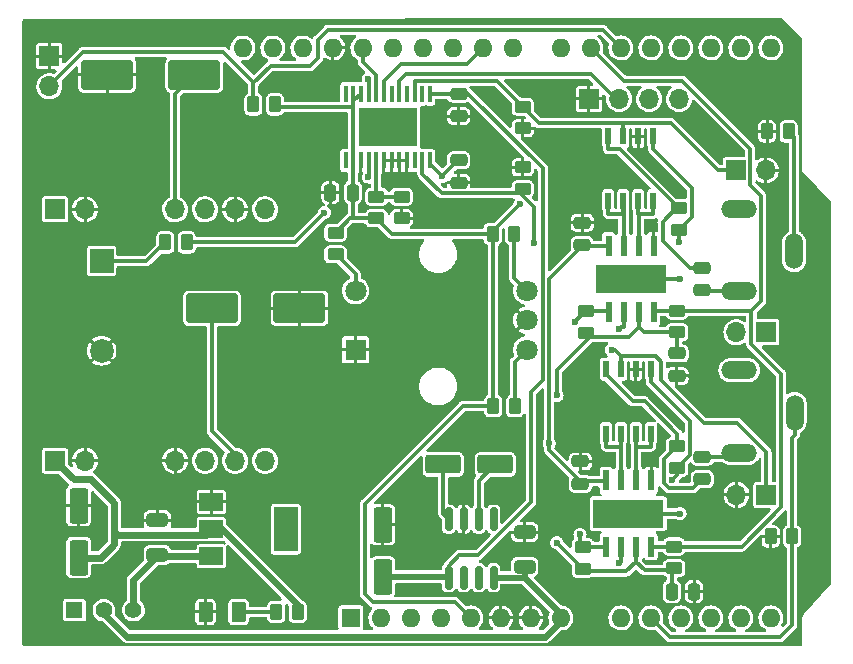
<source format=gtl>
G04 #@! TF.GenerationSoftware,KiCad,Pcbnew,(6.0.4)*
G04 #@! TF.CreationDate,2025-04-28T20:29:24+10:00*
G04 #@! TF.ProjectId,OpenXstim,4f70656e-5873-4746-996d-2e6b69636164,rev?*
G04 #@! TF.SameCoordinates,Original*
G04 #@! TF.FileFunction,Copper,L1,Top*
G04 #@! TF.FilePolarity,Positive*
%FSLAX46Y46*%
G04 Gerber Fmt 4.6, Leading zero omitted, Abs format (unit mm)*
G04 Created by KiCad (PCBNEW (6.0.4)) date 2025-04-28 20:29:24*
%MOMM*%
%LPD*%
G01*
G04 APERTURE LIST*
G04 Aperture macros list*
%AMRoundRect*
0 Rectangle with rounded corners*
0 $1 Rounding radius*
0 $2 $3 $4 $5 $6 $7 $8 $9 X,Y pos of 4 corners*
0 Add a 4 corners polygon primitive as box body*
4,1,4,$2,$3,$4,$5,$6,$7,$8,$9,$2,$3,0*
0 Add four circle primitives for the rounded corners*
1,1,$1+$1,$2,$3*
1,1,$1+$1,$4,$5*
1,1,$1+$1,$6,$7*
1,1,$1+$1,$8,$9*
0 Add four rect primitives between the rounded corners*
20,1,$1+$1,$2,$3,$4,$5,0*
20,1,$1+$1,$4,$5,$6,$7,0*
20,1,$1+$1,$6,$7,$8,$9,0*
20,1,$1+$1,$8,$9,$2,$3,0*%
G04 Aperture macros list end*
G04 #@! TA.AperFunction,SMDPad,CuDef*
%ADD10RoundRect,0.250000X0.262500X0.450000X-0.262500X0.450000X-0.262500X-0.450000X0.262500X-0.450000X0*%
G04 #@! TD*
G04 #@! TA.AperFunction,SMDPad,CuDef*
%ADD11RoundRect,0.250000X1.250000X0.550000X-1.250000X0.550000X-1.250000X-0.550000X1.250000X-0.550000X0*%
G04 #@! TD*
G04 #@! TA.AperFunction,SMDPad,CuDef*
%ADD12R,0.355600X1.473200*%
G04 #@! TD*
G04 #@! TA.AperFunction,SMDPad,CuDef*
%ADD13R,5.029200X3.251200*%
G04 #@! TD*
G04 #@! TA.AperFunction,SMDPad,CuDef*
%ADD14RoundRect,0.250000X0.450000X-0.262500X0.450000X0.262500X-0.450000X0.262500X-0.450000X-0.262500X0*%
G04 #@! TD*
G04 #@! TA.AperFunction,SMDPad,CuDef*
%ADD15RoundRect,0.250000X-0.262500X-0.450000X0.262500X-0.450000X0.262500X0.450000X-0.262500X0.450000X0*%
G04 #@! TD*
G04 #@! TA.AperFunction,SMDPad,CuDef*
%ADD16RoundRect,0.250000X-0.250000X-0.475000X0.250000X-0.475000X0.250000X0.475000X-0.250000X0.475000X0*%
G04 #@! TD*
G04 #@! TA.AperFunction,SMDPad,CuDef*
%ADD17RoundRect,0.250000X-0.550000X1.250000X-0.550000X-1.250000X0.550000X-1.250000X0.550000X1.250000X0*%
G04 #@! TD*
G04 #@! TA.AperFunction,ComponentPad*
%ADD18R,1.700000X1.700000*%
G04 #@! TD*
G04 #@! TA.AperFunction,ComponentPad*
%ADD19O,1.700000X1.700000*%
G04 #@! TD*
G04 #@! TA.AperFunction,SMDPad,CuDef*
%ADD20RoundRect,0.150000X-0.150000X0.825000X-0.150000X-0.825000X0.150000X-0.825000X0.150000X0.825000X0*%
G04 #@! TD*
G04 #@! TA.AperFunction,SMDPad,CuDef*
%ADD21R,2.000000X1.500000*%
G04 #@! TD*
G04 #@! TA.AperFunction,SMDPad,CuDef*
%ADD22R,2.000000X3.800000*%
G04 #@! TD*
G04 #@! TA.AperFunction,SMDPad,CuDef*
%ADD23RoundRect,0.250000X0.475000X-0.250000X0.475000X0.250000X-0.475000X0.250000X-0.475000X-0.250000X0*%
G04 #@! TD*
G04 #@! TA.AperFunction,SMDPad,CuDef*
%ADD24RoundRect,0.250000X0.250000X0.475000X-0.250000X0.475000X-0.250000X-0.475000X0.250000X-0.475000X0*%
G04 #@! TD*
G04 #@! TA.AperFunction,SMDPad,CuDef*
%ADD25R,0.600000X1.800000*%
G04 #@! TD*
G04 #@! TA.AperFunction,SMDPad,CuDef*
%ADD26R,6.000000X2.400000*%
G04 #@! TD*
G04 #@! TA.AperFunction,ComponentPad*
%ADD27C,1.800000*%
G04 #@! TD*
G04 #@! TA.AperFunction,ComponentPad*
%ADD28R,1.800000X1.800000*%
G04 #@! TD*
G04 #@! TA.AperFunction,ComponentPad*
%ADD29O,1.508000X3.016000*%
G04 #@! TD*
G04 #@! TA.AperFunction,ComponentPad*
%ADD30O,3.016000X1.508000*%
G04 #@! TD*
G04 #@! TA.AperFunction,ComponentPad*
%ADD31R,2.000000X2.000000*%
G04 #@! TD*
G04 #@! TA.AperFunction,ComponentPad*
%ADD32C,2.000000*%
G04 #@! TD*
G04 #@! TA.AperFunction,SMDPad,CuDef*
%ADD33R,0.482600X1.447800*%
G04 #@! TD*
G04 #@! TA.AperFunction,SMDPad,CuDef*
%ADD34RoundRect,0.250000X-0.375000X-0.625000X0.375000X-0.625000X0.375000X0.625000X-0.375000X0.625000X0*%
G04 #@! TD*
G04 #@! TA.AperFunction,SMDPad,CuDef*
%ADD35RoundRect,0.250000X0.650000X-0.325000X0.650000X0.325000X-0.650000X0.325000X-0.650000X-0.325000X0*%
G04 #@! TD*
G04 #@! TA.AperFunction,SMDPad,CuDef*
%ADD36RoundRect,0.250000X-0.450000X0.262500X-0.450000X-0.262500X0.450000X-0.262500X0.450000X0.262500X0*%
G04 #@! TD*
G04 #@! TA.AperFunction,SMDPad,CuDef*
%ADD37RoundRect,0.250000X1.950000X1.000000X-1.950000X1.000000X-1.950000X-1.000000X1.950000X-1.000000X0*%
G04 #@! TD*
G04 #@! TA.AperFunction,ComponentPad*
%ADD38R,1.408000X1.408000*%
G04 #@! TD*
G04 #@! TA.AperFunction,ComponentPad*
%ADD39C,1.408000*%
G04 #@! TD*
G04 #@! TA.AperFunction,SMDPad,CuDef*
%ADD40RoundRect,0.250000X-0.475000X0.250000X-0.475000X-0.250000X0.475000X-0.250000X0.475000X0.250000X0*%
G04 #@! TD*
G04 #@! TA.AperFunction,SMDPad,CuDef*
%ADD41RoundRect,0.250000X0.550000X-1.250000X0.550000X1.250000X-0.550000X1.250000X-0.550000X-1.250000X0*%
G04 #@! TD*
G04 #@! TA.AperFunction,ComponentPad*
%ADD42R,1.600000X1.600000*%
G04 #@! TD*
G04 #@! TA.AperFunction,ComponentPad*
%ADD43O,1.600000X1.600000*%
G04 #@! TD*
G04 #@! TA.AperFunction,ViaPad*
%ADD44C,0.600000*%
G04 #@! TD*
G04 #@! TA.AperFunction,Conductor*
%ADD45C,0.350000*%
G04 #@! TD*
G04 #@! TA.AperFunction,Conductor*
%ADD46C,0.600000*%
G04 #@! TD*
G04 #@! TA.AperFunction,Conductor*
%ADD47C,0.450000*%
G04 #@! TD*
G04 #@! TA.AperFunction,Conductor*
%ADD48C,0.550000*%
G04 #@! TD*
G04 APERTURE END LIST*
D10*
X239113700Y-73507600D03*
X237288700Y-73507600D03*
D11*
X214290000Y-101701600D03*
X209890000Y-101701600D03*
D12*
X208756199Y-70332600D03*
X208106200Y-70332600D03*
X207456202Y-70332600D03*
X206806201Y-70332600D03*
X206156202Y-70332600D03*
X205506201Y-70332600D03*
X204856202Y-70332600D03*
X204206201Y-70332600D03*
X203556202Y-70332600D03*
X202906201Y-70332600D03*
X202256202Y-70332600D03*
X201606201Y-70332600D03*
X201606201Y-75971400D03*
X202256200Y-75971400D03*
X202906201Y-75971400D03*
X203556199Y-75971400D03*
X204206201Y-75971400D03*
X204856199Y-75971400D03*
X205506198Y-75971400D03*
X206156199Y-75971400D03*
X206806198Y-75971400D03*
X207456199Y-75971400D03*
X208106198Y-75971400D03*
X208756199Y-75971400D03*
D13*
X205181200Y-73152000D03*
D14*
X229666800Y-102004500D03*
X229666800Y-100179500D03*
D15*
X193803900Y-71221600D03*
X195628900Y-71221600D03*
D16*
X229224800Y-112471200D03*
X231124800Y-112471200D03*
D14*
X229819200Y-81835000D03*
X229819200Y-80010000D03*
D15*
X186336300Y-82905600D03*
X188161300Y-82905600D03*
D17*
X204774800Y-106816800D03*
X204774800Y-111216800D03*
D18*
X237241000Y-104292400D03*
D19*
X234701000Y-104292400D03*
D20*
X214147400Y-106338600D03*
X212877400Y-106338600D03*
X211607400Y-106338600D03*
X210337400Y-106338600D03*
X210337400Y-111288600D03*
X211607400Y-111288600D03*
X212877400Y-111288600D03*
X214147400Y-111288600D03*
D21*
X190245600Y-104888000D03*
X190245600Y-107188000D03*
X190245600Y-109488000D03*
D22*
X196545600Y-107188000D03*
D23*
X211175600Y-77861200D03*
X211175600Y-75961200D03*
D24*
X202219600Y-78689200D03*
X200319600Y-78689200D03*
D25*
X227680200Y-83204400D03*
X226410200Y-83204400D03*
X225140200Y-83204400D03*
X223870200Y-83204400D03*
X223870200Y-88804400D03*
X225140200Y-88804400D03*
X226410200Y-88804400D03*
X227680200Y-88804400D03*
D26*
X225755200Y-86004400D03*
D27*
X216948400Y-92009600D03*
X216948400Y-87009600D03*
X216948400Y-89509600D03*
D28*
X202448400Y-92009600D03*
D27*
X202448400Y-87009600D03*
D25*
X227477000Y-103067200D03*
X226207000Y-103067200D03*
X224937000Y-103067200D03*
X223667000Y-103067200D03*
X223667000Y-108667200D03*
X224937000Y-108667200D03*
X226207000Y-108667200D03*
X227477000Y-108667200D03*
D26*
X225552000Y-105867200D03*
D29*
X239636000Y-97332800D03*
D30*
X234936000Y-100732800D03*
X234936000Y-93732800D03*
D31*
X180949600Y-84490400D03*
D32*
X180949600Y-92090400D03*
D15*
X214073100Y-82194400D03*
X215898100Y-82194400D03*
X195734300Y-114198400D03*
X197559300Y-114198400D03*
D23*
X221488000Y-103362800D03*
X221488000Y-101462800D03*
D18*
X234640200Y-76809600D03*
D19*
X237180200Y-76809600D03*
D18*
X177008000Y-101396800D03*
D19*
X179548000Y-101396800D03*
X187168000Y-101396800D03*
X189708000Y-101396800D03*
X192248000Y-101396800D03*
X194788000Y-101396800D03*
D23*
X231800400Y-102956400D03*
X231800400Y-101056400D03*
D33*
X227457000Y-93637100D03*
X226187000Y-93637100D03*
X224917000Y-93637100D03*
X223647000Y-93637100D03*
X223647000Y-99098100D03*
X224917000Y-99098100D03*
X226187000Y-99098100D03*
X227457000Y-99098100D03*
D34*
X189760400Y-114198400D03*
X192560400Y-114198400D03*
D35*
X216763600Y-110390200D03*
X216763600Y-107440200D03*
D14*
X229412800Y-110488100D03*
X229412800Y-108663100D03*
X221691200Y-110538900D03*
X221691200Y-108713900D03*
D23*
X211175600Y-72222400D03*
X211175600Y-70322400D03*
D36*
X206349600Y-79046700D03*
X206349600Y-80871700D03*
D18*
X222212800Y-70764400D03*
D19*
X224752800Y-70764400D03*
X227292800Y-70764400D03*
X229832800Y-70764400D03*
D14*
X221996000Y-90574500D03*
X221996000Y-88749500D03*
D36*
X216611200Y-71426700D03*
X216611200Y-73251700D03*
D29*
X239585200Y-83667600D03*
D30*
X234885200Y-87067600D03*
X234885200Y-80067600D03*
D23*
X221640400Y-83144400D03*
X221640400Y-81244400D03*
D14*
X229666800Y-90523700D03*
X229666800Y-88698700D03*
D37*
X188815200Y-68732400D03*
X181415200Y-68732400D03*
D14*
X204216000Y-80871700D03*
X204216000Y-79046700D03*
D18*
X177008000Y-80111600D03*
D19*
X179548000Y-80111600D03*
X187168000Y-80111600D03*
X189708000Y-80111600D03*
X192248000Y-80111600D03*
X194788000Y-80111600D03*
D18*
X176530000Y-67152600D03*
D19*
X176530000Y-69692600D03*
D14*
X216611200Y-78382500D03*
X216611200Y-76557500D03*
D10*
X239418500Y-107797600D03*
X237593500Y-107797600D03*
D15*
X214122000Y-96774000D03*
X215947000Y-96774000D03*
D38*
X178645100Y-114046000D03*
D39*
X181145100Y-114046000D03*
X183645100Y-114046000D03*
D40*
X231749600Y-85054400D03*
X231749600Y-86954400D03*
D41*
X179019200Y-109591200D03*
X179019200Y-105191200D03*
D33*
X227660200Y-73926700D03*
X226390200Y-73926700D03*
X225120200Y-73926700D03*
X223850200Y-73926700D03*
X223850200Y-79387700D03*
X225120200Y-79387700D03*
X226390200Y-79387700D03*
X227660200Y-79387700D03*
D40*
X229666800Y-92318800D03*
X229666800Y-94218800D03*
D18*
X237241000Y-90525600D03*
D19*
X234701000Y-90525600D03*
D35*
X185674000Y-109374200D03*
X185674000Y-106424200D03*
D36*
X200761600Y-82094700D03*
X200761600Y-83919700D03*
D37*
X197705200Y-88493600D03*
X190305200Y-88493600D03*
D42*
X202057000Y-114706400D03*
D43*
X204597000Y-114706400D03*
X207137000Y-114706400D03*
X209677000Y-114706400D03*
X212217000Y-114706400D03*
X214757000Y-114706400D03*
X217297000Y-114706400D03*
X219837000Y-114706400D03*
X224917000Y-114706400D03*
X227457000Y-114706400D03*
X229997000Y-114706400D03*
X232537000Y-114706400D03*
X235077000Y-114706400D03*
X237617000Y-114706400D03*
X237617000Y-66446400D03*
X235077000Y-66446400D03*
X232537000Y-66446400D03*
X229997000Y-66446400D03*
X227457000Y-66446400D03*
X224917000Y-66446400D03*
X222377000Y-66446400D03*
X219837000Y-66446400D03*
X215777000Y-66446400D03*
X213237000Y-66446400D03*
X210697000Y-66446400D03*
X208157000Y-66446400D03*
X205617000Y-66446400D03*
X203077000Y-66446400D03*
X200537000Y-66446400D03*
X197997000Y-66446400D03*
X195457000Y-66446400D03*
X192917000Y-66446400D03*
D44*
X213614000Y-74726800D03*
X222148400Y-93675200D03*
X227330000Y-101295200D03*
X216408000Y-69697600D03*
X209346800Y-79857600D03*
X231292400Y-91338400D03*
X227482400Y-81483200D03*
X218795600Y-74422000D03*
X226466400Y-95300800D03*
X227584000Y-76403200D03*
X221026100Y-89617200D03*
X221458500Y-107626300D03*
X216366700Y-79696200D03*
X203544200Y-69067200D03*
X219514900Y-95861600D03*
X219484600Y-108332300D03*
X229819200Y-82880400D03*
X224785600Y-90206600D03*
X229920800Y-105867200D03*
X229920800Y-86004400D03*
X218839700Y-99924700D03*
X209796900Y-77304400D03*
X199821500Y-80384700D03*
X203541500Y-77368400D03*
X224780400Y-110083000D03*
X229260600Y-103033300D03*
X224136300Y-92005400D03*
X217585100Y-82997400D03*
D45*
X227481100Y-108663100D02*
X227477000Y-108667200D01*
X225150600Y-69220000D02*
X230091900Y-69220000D01*
X235971000Y-91537100D02*
X238466200Y-94032300D01*
X230091900Y-69220000D02*
X235865400Y-74993500D01*
X235865400Y-78034700D02*
X236773800Y-78943100D01*
X235865400Y-74993500D02*
X235865400Y-78034700D01*
X235971000Y-88698700D02*
X229666800Y-88698700D01*
X222377000Y-66446400D02*
X225150600Y-69220000D01*
X238466200Y-105327000D02*
X235130100Y-108663100D01*
X236773800Y-78943100D02*
X236773800Y-87895900D01*
X235971000Y-88698700D02*
X235971000Y-91537100D01*
X236773800Y-87895900D02*
X235971000Y-88698700D01*
X238466200Y-94032300D02*
X238466200Y-105327000D01*
X229412800Y-108663100D02*
X227481100Y-108663100D01*
X235130100Y-108663100D02*
X229412800Y-108663100D01*
X229666800Y-88698700D02*
X227785900Y-88698700D01*
X227785900Y-88698700D02*
X227680200Y-88804400D01*
X221996000Y-88749500D02*
X223815300Y-88749500D01*
X221705800Y-108699300D02*
X221691200Y-108713900D01*
X221458500Y-107626300D02*
X221458500Y-108419900D01*
X221893800Y-88749500D02*
X221026100Y-89617200D01*
X221705800Y-108667200D02*
X221705800Y-108699300D01*
X221996000Y-88749500D02*
X221893800Y-88749500D01*
X221458500Y-108419900D02*
X221705800Y-108667200D01*
X223667000Y-108667200D02*
X221705800Y-108667200D01*
X223815300Y-88749500D02*
X223870200Y-88804400D01*
X202256200Y-70879500D02*
X202256200Y-71444300D01*
X210896200Y-113385600D02*
X203962000Y-113385600D01*
X203962000Y-113385600D02*
X203250800Y-112674400D01*
X202219600Y-78689200D02*
X202256200Y-78652600D01*
X216366700Y-79696200D02*
X214073100Y-81989800D01*
X222372900Y-68653500D02*
X224483800Y-70764400D01*
X206156200Y-69220900D02*
X206723600Y-68653500D01*
X202256200Y-70332600D02*
X202256200Y-70879500D01*
X201984600Y-80871700D02*
X202219600Y-80871700D01*
X205538700Y-82194400D02*
X204216000Y-80871700D01*
X195628900Y-71221600D02*
X195851600Y-71444300D01*
X202219600Y-80871700D02*
X202219600Y-78689200D01*
X202256200Y-78652600D02*
X202256200Y-75971400D01*
X195851600Y-71444300D02*
X202256200Y-71444300D01*
X211531200Y-96774000D02*
X214122000Y-96774000D01*
X214073100Y-82194400D02*
X205538700Y-82194400D01*
X203250800Y-105054400D02*
X211531200Y-96774000D01*
X202256200Y-75971400D02*
X202256200Y-71444300D01*
X224483800Y-70764400D02*
X224752800Y-70764400D01*
X214073100Y-81989800D02*
X214073100Y-82194400D01*
X206156200Y-70332600D02*
X206156200Y-69220900D01*
X203250800Y-112674400D02*
X203250800Y-105054400D01*
X202359300Y-70879500D02*
X202906200Y-70332600D01*
X200761600Y-82094700D02*
X201984600Y-80871700D01*
X202219600Y-80871700D02*
X204216000Y-80871700D01*
X206723600Y-68653500D02*
X222372900Y-68653500D01*
X202256200Y-70879500D02*
X202359300Y-70879500D01*
X212217000Y-114706400D02*
X210896200Y-113385600D01*
X214122000Y-96774000D02*
X214122000Y-82243300D01*
X214122000Y-82243300D02*
X214073100Y-82194400D01*
X198628000Y-67970400D02*
X195275200Y-67970400D01*
X224917000Y-66446400D02*
X223393000Y-64922400D01*
X193803900Y-69343900D02*
X193803900Y-71221600D01*
X176530000Y-69692600D02*
X176530000Y-69646800D01*
X223393000Y-64922400D02*
X200101200Y-64922400D01*
X176530000Y-69646800D02*
X179374800Y-66802000D01*
X199267000Y-65756600D02*
X199267000Y-67331400D01*
X195275200Y-67970400D02*
X193802000Y-69443600D01*
X200101200Y-64922400D02*
X199267000Y-65756600D01*
X191262000Y-66802000D02*
X193803900Y-69343900D01*
X179374800Y-66802000D02*
X191262000Y-66802000D01*
X199267000Y-67331400D02*
X198628000Y-67970400D01*
X216948400Y-87009600D02*
X215898100Y-85959300D01*
X215898100Y-85959300D02*
X215898100Y-82194400D01*
X216948400Y-92009600D02*
X215947000Y-93011000D01*
X215947000Y-93011000D02*
X215947000Y-96774000D01*
X203544200Y-69208900D02*
X203556200Y-69220900D01*
X203544200Y-69067200D02*
X203544200Y-69208900D01*
X203556200Y-70332600D02*
X203556200Y-69220900D01*
X204206200Y-70332600D02*
X204219300Y-70319500D01*
X204219300Y-68763800D02*
X203077000Y-67621500D01*
X204219300Y-70319500D02*
X204219300Y-68763800D01*
X203077000Y-66446400D02*
X203077000Y-67621500D01*
X212877400Y-103114200D02*
X214290000Y-101701600D01*
X212877400Y-106338600D02*
X212877400Y-103114200D01*
X210337400Y-106338600D02*
X209890000Y-105891200D01*
X209890000Y-105891200D02*
X209890000Y-101701600D01*
X229666800Y-92318800D02*
X229666800Y-90523700D01*
X226854400Y-90523700D02*
X226410200Y-90079500D01*
X221926200Y-110773900D02*
X225375400Y-110773900D01*
X229666800Y-90523700D02*
X226854400Y-90523700D01*
X229224800Y-110676100D02*
X226940800Y-110676100D01*
X225375400Y-110773900D02*
X226207000Y-109942300D01*
X225584300Y-90905400D02*
X222326900Y-90905400D01*
X226940800Y-110676100D02*
X226207000Y-109942300D01*
X222326900Y-90905400D02*
X219514900Y-93717400D01*
X187168000Y-80111600D02*
X187168000Y-70379600D01*
X187168000Y-70379600D02*
X188815200Y-68732400D01*
X229224800Y-110676100D02*
X229412800Y-110488100D01*
X222326900Y-90905400D02*
X221996000Y-90574500D01*
X229224800Y-112471200D02*
X229224800Y-110676100D01*
X226410200Y-88804400D02*
X226410200Y-90079500D01*
X219484600Y-108332300D02*
X221691200Y-110538900D01*
X226207000Y-108667200D02*
X226207000Y-109942300D01*
X219514900Y-93717400D02*
X219514900Y-95861600D01*
X221691200Y-110538900D02*
X221926200Y-110773900D01*
X226410200Y-90079500D02*
X225584300Y-90905400D01*
X227660200Y-79387700D02*
X227660200Y-80486700D01*
X227660200Y-80486700D02*
X226410200Y-80486700D01*
X226390200Y-79387700D02*
X226390200Y-80486700D01*
X226410200Y-80486700D02*
X226410200Y-83204400D01*
X226410200Y-80486700D02*
X226390200Y-80486700D01*
X225120200Y-79937200D02*
X225140200Y-79957200D01*
X225120200Y-79937200D02*
X225120200Y-80486700D01*
X225140200Y-79957200D02*
X225140200Y-83204400D01*
X223850200Y-79387700D02*
X223850200Y-80486700D01*
X225120200Y-79387700D02*
X225120200Y-79937200D01*
X225120200Y-80486700D02*
X223850200Y-80486700D01*
X227660200Y-75025700D02*
X230904500Y-78270000D01*
X224912700Y-90079500D02*
X224785600Y-90206600D01*
X225140200Y-90079500D02*
X224912700Y-90079500D01*
X229819200Y-82880400D02*
X229819200Y-81835000D01*
X227660200Y-73926700D02*
X227660200Y-75025700D01*
X230904500Y-80749700D02*
X229819200Y-81835000D01*
X225140200Y-88804400D02*
X225140200Y-90079500D01*
X230904500Y-78270000D02*
X230904500Y-80749700D01*
X229920800Y-86004400D02*
X225755200Y-86004400D01*
X229920800Y-105867200D02*
X225552000Y-105867200D01*
X223585500Y-103148700D02*
X223667000Y-103067200D01*
X218839020Y-86005780D02*
X221640400Y-83204400D01*
X218839700Y-99924700D02*
X218839020Y-99924020D01*
X221488000Y-103148700D02*
X223585500Y-103148700D01*
X221488000Y-103362800D02*
X221488000Y-103148700D01*
X221640400Y-83204400D02*
X223870200Y-83204400D01*
X218839700Y-100500400D02*
X218839700Y-99924700D01*
X190305200Y-88493600D02*
X190305200Y-98916000D01*
X192248000Y-100858800D02*
X192248000Y-101396800D01*
X221488000Y-103148700D02*
X218839700Y-100500400D01*
X190305200Y-98916000D02*
X192248000Y-100858800D01*
X221640400Y-83204400D02*
X221640400Y-83144400D01*
X218839020Y-99924020D02*
X218839020Y-86005780D01*
D46*
X197559300Y-113637700D02*
X191109600Y-107188000D01*
X197559300Y-114198400D02*
X197559300Y-113637700D01*
X180883200Y-109591200D02*
X179867200Y-109591200D01*
D45*
X190548900Y-107188000D02*
X190245600Y-107188000D01*
D46*
X189788400Y-107645200D02*
X182267200Y-107645200D01*
D45*
X182010000Y-107388000D02*
X182010000Y-107448400D01*
D46*
X180035200Y-102971600D02*
X182010000Y-104946400D01*
X189839200Y-107594400D02*
X189788400Y-107645200D01*
X182010000Y-104946400D02*
X182010000Y-107388000D01*
X178582800Y-102971600D02*
X180035200Y-102971600D01*
D45*
X179867200Y-109591200D02*
X179019200Y-109591200D01*
D46*
X182010000Y-108464400D02*
X180883200Y-109591200D01*
X182010000Y-107448400D02*
X182010000Y-108464400D01*
D45*
X190245600Y-107188000D02*
X189839200Y-107594400D01*
D46*
X191109600Y-107188000D02*
X190548900Y-107188000D01*
X182267200Y-107645200D02*
X182216400Y-107594400D01*
X177008000Y-101396800D02*
X178582800Y-102971600D01*
D45*
X182216400Y-107594400D02*
X182010000Y-107388000D01*
X200761600Y-83919700D02*
X202448400Y-85606500D01*
X202448400Y-85606500D02*
X202448400Y-87009600D01*
D46*
X183645100Y-114046000D02*
X183645100Y-111516900D01*
X185674000Y-109488000D02*
X188870500Y-109488000D01*
X183645100Y-111516900D02*
X185674000Y-109488000D01*
X190245600Y-109488000D02*
X188870500Y-109488000D01*
D45*
X185674000Y-109488000D02*
X185674000Y-109374200D01*
X192560400Y-114198400D02*
X195734300Y-114198400D01*
X208756200Y-76263700D02*
X208756200Y-75971400D01*
D47*
X181145100Y-114046000D02*
X181145100Y-114343100D01*
D46*
X181195900Y-114343100D02*
X183134000Y-116281200D01*
D45*
X209796900Y-77304400D02*
X208756200Y-76263700D01*
D48*
X216763600Y-111288600D02*
X216763600Y-110390200D01*
D47*
X219837000Y-114935000D02*
X219837000Y-114706400D01*
D45*
X211175600Y-75961200D02*
X211140100Y-75961200D01*
D46*
X181145100Y-114343100D02*
X181195900Y-114343100D01*
D45*
X219837000Y-114706400D02*
X219837000Y-114362000D01*
D48*
X216763600Y-111288600D02*
X214147400Y-111288600D01*
X219837000Y-114362000D02*
X216763600Y-111288600D01*
D45*
X211140100Y-75961200D02*
X209796900Y-77304400D01*
D46*
X183134000Y-116281200D02*
X218490800Y-116281200D01*
X218490800Y-116281200D02*
X219837000Y-114935000D01*
D45*
X239585200Y-83667600D02*
X239585200Y-73979100D01*
X239585200Y-73979100D02*
X239113700Y-73507600D01*
X227457000Y-114706400D02*
X229082600Y-116332000D01*
X239418500Y-99433400D02*
X239636000Y-99215900D01*
X239418500Y-107797600D02*
X239418500Y-99433400D01*
X229082600Y-116332000D02*
X238404400Y-116332000D01*
X227457000Y-114706400D02*
X227457000Y-114782600D01*
X238404400Y-116332000D02*
X239418500Y-115317900D01*
X239418500Y-115317900D02*
X239418500Y-107797600D01*
X239636000Y-97332800D02*
X239636000Y-99215900D01*
X199821500Y-80384700D02*
X197300600Y-82905600D01*
X197300600Y-82905600D02*
X188161300Y-82905600D01*
X204856200Y-69220900D02*
X204856200Y-70332600D01*
X211865400Y-67818000D02*
X206259100Y-67818000D01*
X213237000Y-66446400D02*
X211865400Y-67818000D01*
X206259100Y-67818000D02*
X204856200Y-69220900D01*
X203556200Y-77353700D02*
X203556200Y-75971400D01*
X203541500Y-77368400D02*
X203556200Y-77353700D01*
X180949600Y-84490400D02*
X184751500Y-84490400D01*
X184751500Y-84490400D02*
X186336300Y-82905600D01*
X211175600Y-70322400D02*
X212000700Y-70322400D01*
X212000700Y-70322400D02*
X218289500Y-76611200D01*
X208766400Y-70322400D02*
X211175600Y-70322400D01*
X210337400Y-111216800D02*
X210337400Y-111288600D01*
D48*
X210337400Y-111216800D02*
X204774800Y-111216800D01*
D45*
X217311400Y-95566500D02*
X217311400Y-104893200D01*
X210337400Y-110285850D02*
X210337400Y-111216800D01*
X208756200Y-70332600D02*
X208766400Y-70322400D01*
X212796800Y-109407800D02*
X211215450Y-109407800D01*
X218289500Y-94588400D02*
X217311400Y-95566500D01*
X218289500Y-76611200D02*
X218289500Y-94588400D01*
X211215450Y-109407800D02*
X210337400Y-110285850D01*
X217311400Y-104893200D02*
X212796800Y-109407800D01*
X226187000Y-100197100D02*
X226187000Y-101772100D01*
X226207000Y-103067200D02*
X226207000Y-101792100D01*
X226187000Y-99098100D02*
X226187000Y-100197100D01*
X227457000Y-99098100D02*
X227457000Y-100197100D01*
X227457000Y-100197100D02*
X226187000Y-100197100D01*
X226187000Y-101772100D02*
X226207000Y-101792100D01*
X223647000Y-99098100D02*
X223647000Y-100197100D01*
X224937000Y-99667600D02*
X224937000Y-103067200D01*
X224917000Y-99647600D02*
X224917000Y-100197100D01*
X224917000Y-100197100D02*
X223647000Y-100197100D01*
X224917000Y-99647600D02*
X224937000Y-99667600D01*
X224917000Y-99098100D02*
X224917000Y-99647600D01*
X224921100Y-109942300D02*
X224937000Y-109942300D01*
X229666800Y-102627100D02*
X229260600Y-103033300D01*
X229666800Y-102004500D02*
X229666800Y-102627100D01*
X224780400Y-110083000D02*
X224921100Y-109942300D01*
X224937000Y-108667200D02*
X224937000Y-109942300D01*
X227457000Y-94736100D02*
X230752200Y-98031300D01*
X230752200Y-100919100D02*
X229666800Y-102004500D01*
X227457000Y-93637100D02*
X227457000Y-94736100D01*
X230752200Y-98031300D02*
X230752200Y-100919100D01*
X224917000Y-92538100D02*
X227854400Y-92538100D01*
X217585000Y-82997400D02*
X217585100Y-82997400D01*
X216340000Y-78711100D02*
X217585000Y-79956200D01*
X231937600Y-98189800D02*
X234782800Y-98189800D01*
X209773000Y-78749900D02*
X208106200Y-77083100D01*
X237241000Y-100648000D02*
X237241000Y-104292400D01*
X224917000Y-93637100D02*
X224917000Y-92538100D01*
X227854400Y-92538100D02*
X228319500Y-93003200D01*
X217585000Y-79956200D02*
X217585000Y-82997400D01*
X216611200Y-78382500D02*
X216611200Y-78439900D01*
X208106200Y-75971400D02*
X208106200Y-77083100D01*
X228319500Y-93003200D02*
X228319500Y-94571700D01*
X216611200Y-78439900D02*
X216340000Y-78711100D01*
X216301200Y-78749900D02*
X209773000Y-78749900D01*
X234782800Y-98189800D02*
X237241000Y-100648000D01*
X228319500Y-94571700D02*
X231937600Y-98189800D01*
X224136300Y-92005400D02*
X224384300Y-92005400D01*
X224384300Y-92005400D02*
X224917000Y-92538100D01*
X216340000Y-78711100D02*
X216301200Y-78749900D01*
X231851200Y-86954400D02*
X231964400Y-87067600D01*
X231964400Y-87067600D02*
X234885200Y-87067600D01*
X234852000Y-100732800D02*
X234936000Y-100732800D01*
X234612400Y-101056400D02*
X234936000Y-100732800D01*
X231800400Y-101056400D02*
X234612400Y-101056400D01*
X225120200Y-73926700D02*
X225120200Y-72827700D01*
X234640200Y-76809600D02*
X233415100Y-76809600D01*
X233136300Y-76809600D02*
X233415100Y-76809600D01*
X229154400Y-72827700D02*
X233136300Y-76809600D01*
X207456200Y-70332600D02*
X207456200Y-69220900D01*
X218012200Y-72827700D02*
X225120200Y-72827700D01*
X216611200Y-71426700D02*
X214405400Y-69220900D01*
X225120200Y-72827700D02*
X229154400Y-72827700D01*
X216611200Y-71426700D02*
X218012200Y-72827700D01*
X214405400Y-69220900D02*
X207456200Y-69220900D01*
X204216000Y-79046700D02*
X204216000Y-77092900D01*
X204216000Y-77092900D02*
X204206200Y-77083100D01*
X204206200Y-75971400D02*
X204206200Y-77083100D01*
X204216000Y-79046700D02*
X206349600Y-79046700D01*
X229819200Y-80010000D02*
X229616000Y-80010000D01*
X230748800Y-85054400D02*
X228447600Y-82753200D01*
X224834900Y-75025700D02*
X229819200Y-80010000D01*
X223850200Y-73926700D02*
X223850200Y-75025700D01*
X229616000Y-80010000D02*
X228447600Y-81178400D01*
X231851200Y-85054400D02*
X230748800Y-85054400D01*
X228447600Y-81178400D02*
X228447600Y-82753200D01*
X223850200Y-75025700D02*
X224834900Y-75025700D01*
X229666800Y-100179500D02*
X228586089Y-101260211D01*
X228586089Y-103312693D02*
X228981207Y-103707811D01*
X228586089Y-101260211D02*
X228586089Y-103312693D01*
X231048989Y-103707811D02*
X231800400Y-102956400D01*
X228981207Y-103707811D02*
X231048989Y-103707811D01*
X223647000Y-94081322D02*
X225933278Y-96367600D01*
X223647000Y-93637100D02*
X223647000Y-94081322D01*
X225933278Y-96367600D02*
X226923600Y-96367600D01*
X226923600Y-96367600D02*
X229666800Y-99110800D01*
X229666800Y-99110800D02*
X229666800Y-100179500D01*
G04 #@! TA.AperFunction,Conductor*
G36*
X238543614Y-63901678D02*
G01*
X238564797Y-63918715D01*
X240246595Y-65600513D01*
X240280621Y-65662825D01*
X240283500Y-65689608D01*
X240283500Y-76797524D01*
X240281079Y-76822103D01*
X240278514Y-76835000D01*
X240298266Y-76934301D01*
X240340316Y-76997234D01*
X240340319Y-76997237D01*
X240354516Y-77018484D01*
X240364829Y-77025375D01*
X240365450Y-77025790D01*
X240384542Y-77041460D01*
X241526840Y-78183757D01*
X242659595Y-79316512D01*
X242693620Y-79378824D01*
X242696500Y-79405607D01*
X242696500Y-111867414D01*
X242676498Y-111935535D01*
X242663934Y-111951949D01*
X240448661Y-114400409D01*
X240380874Y-114475331D01*
X240373478Y-114481717D01*
X240373608Y-114481847D01*
X240364836Y-114490620D01*
X240354516Y-114497516D01*
X240338686Y-114521207D01*
X240336301Y-114524598D01*
X240332461Y-114528841D01*
X240324463Y-114542212D01*
X240321105Y-114547519D01*
X240298266Y-114581699D01*
X240296983Y-114588150D01*
X240293606Y-114593795D01*
X240291796Y-114606070D01*
X240291796Y-114606071D01*
X240287607Y-114634486D01*
X240286537Y-114640669D01*
X240283500Y-114655933D01*
X240283500Y-114661655D01*
X240282995Y-114665760D01*
X240278838Y-114693958D01*
X240281863Y-114705992D01*
X240282483Y-114718389D01*
X240282299Y-114718398D01*
X240283500Y-114728100D01*
X240283500Y-116967500D01*
X240263498Y-117035621D01*
X240209842Y-117082114D01*
X240157500Y-117093500D01*
X174370500Y-117093500D01*
X174302379Y-117073498D01*
X174255886Y-117019842D01*
X174244500Y-116967500D01*
X174244500Y-113316933D01*
X177686600Y-113316933D01*
X177686601Y-114775066D01*
X177693712Y-114810818D01*
X177698896Y-114836880D01*
X177701366Y-114849301D01*
X177708261Y-114859620D01*
X177708262Y-114859622D01*
X177737586Y-114903508D01*
X177757616Y-114933484D01*
X177841799Y-114989734D01*
X177916033Y-115004500D01*
X178644982Y-115004500D01*
X179374166Y-115004499D01*
X179410130Y-114997346D01*
X179436226Y-114992156D01*
X179436228Y-114992155D01*
X179448401Y-114989734D01*
X179458721Y-114982839D01*
X179458722Y-114982838D01*
X179522268Y-114940377D01*
X179532584Y-114933484D01*
X179588834Y-114849301D01*
X179603600Y-114775067D01*
X179603599Y-113316934D01*
X179596488Y-113281182D01*
X179591256Y-113254874D01*
X179591255Y-113254872D01*
X179588834Y-113242699D01*
X179574941Y-113221906D01*
X179539477Y-113168832D01*
X179532584Y-113158516D01*
X179448401Y-113102266D01*
X179374167Y-113087500D01*
X178645218Y-113087500D01*
X177916034Y-113087501D01*
X177880282Y-113094612D01*
X177853974Y-113099844D01*
X177853972Y-113099845D01*
X177841799Y-113102266D01*
X177831479Y-113109161D01*
X177831478Y-113109162D01*
X177797732Y-113131711D01*
X177757616Y-113158516D01*
X177701366Y-113242699D01*
X177686600Y-113316933D01*
X174244500Y-113316933D01*
X174244500Y-106485492D01*
X177965201Y-106485492D01*
X177965570Y-106492310D01*
X177971041Y-106542682D01*
X177974670Y-106557941D01*
X178019422Y-106677318D01*
X178027954Y-106692904D01*
X178103772Y-106794067D01*
X178116333Y-106806628D01*
X178217496Y-106882446D01*
X178233082Y-106890978D01*
X178352465Y-106935733D01*
X178367710Y-106939358D01*
X178418092Y-106944831D01*
X178424906Y-106945200D01*
X178874085Y-106945200D01*
X178889324Y-106940725D01*
X178890529Y-106939335D01*
X178892200Y-106931652D01*
X178892200Y-106927084D01*
X179146200Y-106927084D01*
X179150675Y-106942323D01*
X179152065Y-106943528D01*
X179159748Y-106945199D01*
X179613492Y-106945199D01*
X179620310Y-106944830D01*
X179670682Y-106939359D01*
X179685941Y-106935730D01*
X179805318Y-106890978D01*
X179820904Y-106882446D01*
X179922067Y-106806628D01*
X179934628Y-106794067D01*
X180010446Y-106692904D01*
X180018978Y-106677318D01*
X180063733Y-106557935D01*
X180067358Y-106542690D01*
X180072831Y-106492308D01*
X180073200Y-106485494D01*
X180073200Y-105336315D01*
X180068725Y-105321076D01*
X180067335Y-105319871D01*
X180059652Y-105318200D01*
X179164315Y-105318200D01*
X179149076Y-105322675D01*
X179147871Y-105324065D01*
X179146200Y-105331748D01*
X179146200Y-106927084D01*
X178892200Y-106927084D01*
X178892200Y-105336315D01*
X178887725Y-105321076D01*
X178886335Y-105319871D01*
X178878652Y-105318200D01*
X177983316Y-105318200D01*
X177968077Y-105322675D01*
X177966872Y-105324065D01*
X177965201Y-105331748D01*
X177965201Y-106485492D01*
X174244500Y-106485492D01*
X174244500Y-100521733D01*
X175903500Y-100521733D01*
X175903501Y-102271866D01*
X175918266Y-102346101D01*
X175925161Y-102356421D01*
X175925162Y-102356422D01*
X175962408Y-102412163D01*
X175974516Y-102430284D01*
X176013165Y-102456109D01*
X176040278Y-102474225D01*
X176058699Y-102486534D01*
X176132933Y-102501300D01*
X176259624Y-102501300D01*
X177276128Y-102501299D01*
X177344249Y-102521301D01*
X177365223Y-102538204D01*
X178177310Y-103350291D01*
X178211336Y-103412603D01*
X178206271Y-103483418D01*
X178163780Y-103540212D01*
X178116334Y-103575771D01*
X178103772Y-103588333D01*
X178027954Y-103689496D01*
X178019422Y-103705082D01*
X177974667Y-103824465D01*
X177971042Y-103839710D01*
X177965569Y-103890092D01*
X177965200Y-103896906D01*
X177965200Y-105046085D01*
X177969675Y-105061324D01*
X177971065Y-105062529D01*
X177978748Y-105064200D01*
X180055084Y-105064200D01*
X180070323Y-105059725D01*
X180071528Y-105058335D01*
X180073199Y-105050652D01*
X180073199Y-104097970D01*
X180093201Y-104029849D01*
X180146857Y-103983356D01*
X180217131Y-103973252D01*
X180281711Y-104002746D01*
X180288294Y-104008875D01*
X181418595Y-105139176D01*
X181452621Y-105201488D01*
X181455500Y-105228271D01*
X181455500Y-108182529D01*
X181435498Y-108250650D01*
X181418595Y-108271624D01*
X180690424Y-108999795D01*
X180628112Y-109033821D01*
X180601329Y-109036700D01*
X180199700Y-109036700D01*
X180131579Y-109016698D01*
X180085086Y-108963042D01*
X180073700Y-108910700D01*
X180073700Y-108293444D01*
X180070038Y-108259733D01*
X180067851Y-108239603D01*
X180067851Y-108239602D01*
X180066998Y-108231752D01*
X180061730Y-108217698D01*
X180049904Y-108186154D01*
X180016271Y-108096436D01*
X180010891Y-108089257D01*
X180010889Y-108089254D01*
X179934985Y-107987976D01*
X179929604Y-107980796D01*
X179884869Y-107947269D01*
X179821146Y-107899511D01*
X179821143Y-107899509D01*
X179813964Y-107894129D01*
X179704179Y-107852973D01*
X179686043Y-107846174D01*
X179686041Y-107846174D01*
X179678648Y-107843402D01*
X179670798Y-107842549D01*
X179670797Y-107842549D01*
X179620353Y-107837069D01*
X179620352Y-107837069D01*
X179616956Y-107836700D01*
X178421444Y-107836700D01*
X178418048Y-107837069D01*
X178418047Y-107837069D01*
X178367603Y-107842549D01*
X178367602Y-107842549D01*
X178359752Y-107843402D01*
X178352359Y-107846174D01*
X178352357Y-107846174D01*
X178334221Y-107852973D01*
X178224436Y-107894129D01*
X178217257Y-107899509D01*
X178217254Y-107899511D01*
X178153531Y-107947269D01*
X178108796Y-107980796D01*
X178103415Y-107987976D01*
X178027511Y-108089254D01*
X178027509Y-108089257D01*
X178022129Y-108096436D01*
X177988496Y-108186154D01*
X177976671Y-108217698D01*
X177971402Y-108231752D01*
X177970549Y-108239602D01*
X177970549Y-108239603D01*
X177968362Y-108259733D01*
X177964700Y-108293444D01*
X177964700Y-110888956D01*
X177971402Y-110950648D01*
X177974174Y-110958041D01*
X177974174Y-110958043D01*
X177977587Y-110967146D01*
X178022129Y-111085964D01*
X178027509Y-111093143D01*
X178027511Y-111093146D01*
X178083178Y-111167422D01*
X178108796Y-111201604D01*
X178115976Y-111206985D01*
X178217254Y-111282889D01*
X178217257Y-111282891D01*
X178224436Y-111288271D01*
X178290898Y-111313186D01*
X178352357Y-111336226D01*
X178352359Y-111336226D01*
X178359752Y-111338998D01*
X178367602Y-111339851D01*
X178367603Y-111339851D01*
X178418047Y-111345331D01*
X178421444Y-111345700D01*
X179616956Y-111345700D01*
X179620353Y-111345331D01*
X179670797Y-111339851D01*
X179670798Y-111339851D01*
X179678648Y-111338998D01*
X179686041Y-111336226D01*
X179686043Y-111336226D01*
X179747502Y-111313186D01*
X179813964Y-111288271D01*
X179821143Y-111282891D01*
X179821146Y-111282889D01*
X179922424Y-111206985D01*
X179929604Y-111201604D01*
X179955222Y-111167422D01*
X180010889Y-111093146D01*
X180010891Y-111093143D01*
X180016271Y-111085964D01*
X180060813Y-110967146D01*
X180064226Y-110958043D01*
X180064226Y-110958041D01*
X180066998Y-110950648D01*
X180073700Y-110888956D01*
X180073700Y-110271700D01*
X180093702Y-110203579D01*
X180147358Y-110157086D01*
X180199700Y-110145700D01*
X180868125Y-110145700D01*
X180873401Y-110145810D01*
X180935874Y-110148428D01*
X180978576Y-110138412D01*
X180990251Y-110136249D01*
X181019270Y-110132274D01*
X181033718Y-110130295D01*
X181047693Y-110124247D01*
X181068963Y-110117213D01*
X181075422Y-110115698D01*
X181083783Y-110113737D01*
X181122237Y-110092597D01*
X181132883Y-110087382D01*
X181165263Y-110073370D01*
X181165267Y-110073368D01*
X181173146Y-110069958D01*
X181182354Y-110062502D01*
X181184975Y-110060379D01*
X181203563Y-110047888D01*
X181216915Y-110040548D01*
X181222445Y-110035774D01*
X181223340Y-110035002D01*
X181223347Y-110034996D01*
X181225091Y-110033490D01*
X181249834Y-110008747D01*
X181259635Y-109999921D01*
X181284538Y-109979756D01*
X181284541Y-109979753D01*
X181291213Y-109974350D01*
X181302238Y-109958836D01*
X181315845Y-109942736D01*
X182391413Y-108867168D01*
X182395221Y-108863515D01*
X182434948Y-108826984D01*
X182434949Y-108826983D01*
X182441266Y-108821174D01*
X182446434Y-108812840D01*
X182464381Y-108783894D01*
X182471104Y-108774112D01*
X182492438Y-108746005D01*
X182497630Y-108739165D01*
X182503237Y-108725004D01*
X182513300Y-108704998D01*
X182516794Y-108699363D01*
X182516798Y-108699354D01*
X182521323Y-108692056D01*
X182533565Y-108649920D01*
X182537409Y-108638693D01*
X182541492Y-108628380D01*
X182553556Y-108597910D01*
X182555148Y-108582767D01*
X182559459Y-108560794D01*
X182561867Y-108552504D01*
X182563709Y-108546165D01*
X182564500Y-108535393D01*
X182564500Y-108500395D01*
X182565190Y-108487224D01*
X182568539Y-108455363D01*
X182569437Y-108446819D01*
X182566263Y-108428054D01*
X182564500Y-108407052D01*
X182564500Y-108325700D01*
X182584502Y-108257579D01*
X182638158Y-108211086D01*
X182690500Y-108199700D01*
X189773325Y-108199700D01*
X189778601Y-108199810D01*
X189841074Y-108202428D01*
X189849439Y-108200466D01*
X189849441Y-108200466D01*
X189869211Y-108195829D01*
X189897981Y-108192500D01*
X190857100Y-108192499D01*
X191270666Y-108192499D01*
X191270666Y-108193594D01*
X191334502Y-108205703D01*
X191366190Y-108228771D01*
X191414180Y-108276761D01*
X191448206Y-108339073D01*
X191443141Y-108409888D01*
X191400594Y-108466724D01*
X191334074Y-108491535D01*
X191300505Y-108489435D01*
X191270667Y-108483500D01*
X190245766Y-108483500D01*
X189220534Y-108483501D01*
X189184782Y-108490612D01*
X189158474Y-108495844D01*
X189158472Y-108495845D01*
X189146299Y-108498266D01*
X189135979Y-108505161D01*
X189135978Y-108505162D01*
X189094206Y-108533074D01*
X189062116Y-108554516D01*
X189005866Y-108638699D01*
X188991100Y-108712933D01*
X188991100Y-108807500D01*
X188971098Y-108875621D01*
X188917442Y-108922114D01*
X188865100Y-108933500D01*
X186906782Y-108933500D01*
X186838661Y-108913498D01*
X186792168Y-108859842D01*
X186788800Y-108851729D01*
X186775652Y-108816655D01*
X186771071Y-108804436D01*
X186765691Y-108797257D01*
X186765689Y-108797254D01*
X186689785Y-108695976D01*
X186684404Y-108688796D01*
X186624926Y-108644220D01*
X186575946Y-108607511D01*
X186575943Y-108607509D01*
X186568764Y-108602129D01*
X186469273Y-108564832D01*
X186440843Y-108554174D01*
X186440841Y-108554174D01*
X186433448Y-108551402D01*
X186425598Y-108550549D01*
X186425597Y-108550549D01*
X186375153Y-108545069D01*
X186375152Y-108545069D01*
X186371756Y-108544700D01*
X184976244Y-108544700D01*
X184972848Y-108545069D01*
X184972847Y-108545069D01*
X184922403Y-108550549D01*
X184922402Y-108550549D01*
X184914552Y-108551402D01*
X184907159Y-108554174D01*
X184907157Y-108554174D01*
X184878727Y-108564832D01*
X184779236Y-108602129D01*
X184772057Y-108607509D01*
X184772054Y-108607511D01*
X184723074Y-108644220D01*
X184663596Y-108688796D01*
X184658215Y-108695976D01*
X184582311Y-108797254D01*
X184582309Y-108797257D01*
X184576929Y-108804436D01*
X184526202Y-108939752D01*
X184525349Y-108947602D01*
X184525349Y-108947603D01*
X184520030Y-108996564D01*
X184519500Y-109001444D01*
X184519500Y-109746956D01*
X184522846Y-109777749D01*
X184523893Y-109787390D01*
X184511365Y-109857273D01*
X184487725Y-109890094D01*
X183263687Y-111114132D01*
X183259879Y-111117785D01*
X183213834Y-111160126D01*
X183209311Y-111167421D01*
X183209310Y-111167422D01*
X183190719Y-111197406D01*
X183183996Y-111207188D01*
X183157470Y-111242135D01*
X183154309Y-111250119D01*
X183151863Y-111256296D01*
X183141800Y-111276302D01*
X183138306Y-111281937D01*
X183138302Y-111281946D01*
X183133777Y-111289244D01*
X183131381Y-111297491D01*
X183121535Y-111331380D01*
X183117693Y-111342602D01*
X183101544Y-111383390D01*
X183100646Y-111391935D01*
X183099952Y-111398533D01*
X183095641Y-111420505D01*
X183091391Y-111435135D01*
X183090600Y-111445907D01*
X183090600Y-111480905D01*
X183089910Y-111494075D01*
X183085663Y-111534481D01*
X183088837Y-111553246D01*
X183090600Y-111574248D01*
X183090600Y-113201518D01*
X183070598Y-113269639D01*
X183043556Y-113299710D01*
X182971228Y-113357864D01*
X182967270Y-113362582D01*
X182967267Y-113362584D01*
X182938875Y-113396421D01*
X182850402Y-113501859D01*
X182847438Y-113507251D01*
X182847435Y-113507255D01*
X182829979Y-113539008D01*
X182759846Y-113666580D01*
X182757985Y-113672447D01*
X182757984Y-113672449D01*
X182740593Y-113727274D01*
X182703009Y-113845752D01*
X182682056Y-114032552D01*
X182684826Y-114065535D01*
X182689732Y-114123958D01*
X182697785Y-114219865D01*
X182749597Y-114400555D01*
X182752412Y-114406032D01*
X182752413Y-114406035D01*
X182832258Y-114561397D01*
X182835518Y-114567740D01*
X182839341Y-114572564D01*
X182839344Y-114572568D01*
X182910496Y-114662338D01*
X182952277Y-114715052D01*
X182956971Y-114719047D01*
X183015525Y-114768880D01*
X183095424Y-114836880D01*
X183100802Y-114839886D01*
X183100804Y-114839887D01*
X183150559Y-114867694D01*
X183259509Y-114928584D01*
X183438280Y-114986670D01*
X183624930Y-115008927D01*
X183631065Y-115008455D01*
X183631067Y-115008455D01*
X183806205Y-114994979D01*
X183806209Y-114994978D01*
X183812347Y-114994506D01*
X183897478Y-114970737D01*
X183987450Y-114945616D01*
X183987453Y-114945615D01*
X183993394Y-114943956D01*
X183998898Y-114941176D01*
X183998900Y-114941175D01*
X184144372Y-114867692D01*
X188881401Y-114867692D01*
X188881770Y-114874510D01*
X188887241Y-114924882D01*
X188890870Y-114940141D01*
X188935622Y-115059518D01*
X188944154Y-115075104D01*
X189019972Y-115176267D01*
X189032533Y-115188828D01*
X189133696Y-115264646D01*
X189149282Y-115273178D01*
X189268665Y-115317933D01*
X189283910Y-115321558D01*
X189334292Y-115327031D01*
X189341106Y-115327400D01*
X189615285Y-115327400D01*
X189630524Y-115322925D01*
X189631729Y-115321535D01*
X189633400Y-115313852D01*
X189633400Y-115309284D01*
X189887400Y-115309284D01*
X189891875Y-115324523D01*
X189893265Y-115325728D01*
X189900948Y-115327399D01*
X190179692Y-115327399D01*
X190186510Y-115327030D01*
X190236882Y-115321559D01*
X190252141Y-115317930D01*
X190371518Y-115273178D01*
X190387104Y-115264646D01*
X190488267Y-115188828D01*
X190500828Y-115176267D01*
X190576646Y-115075104D01*
X190585178Y-115059518D01*
X190629933Y-114940135D01*
X190633558Y-114924890D01*
X190639031Y-114874508D01*
X190639400Y-114867694D01*
X190639400Y-114343515D01*
X190634925Y-114328276D01*
X190633535Y-114327071D01*
X190625852Y-114325400D01*
X189905515Y-114325400D01*
X189890276Y-114329875D01*
X189889071Y-114331265D01*
X189887400Y-114338948D01*
X189887400Y-115309284D01*
X189633400Y-115309284D01*
X189633400Y-114343515D01*
X189628925Y-114328276D01*
X189627535Y-114327071D01*
X189619852Y-114325400D01*
X188899516Y-114325400D01*
X188884277Y-114329875D01*
X188883072Y-114331265D01*
X188881401Y-114338948D01*
X188881401Y-114867692D01*
X184144372Y-114867692D01*
X184155674Y-114861983D01*
X184155676Y-114861982D01*
X184161175Y-114859204D01*
X184309299Y-114743477D01*
X184322572Y-114728100D01*
X184428094Y-114605852D01*
X184428095Y-114605850D01*
X184432123Y-114601184D01*
X184524970Y-114437744D01*
X184584303Y-114259382D01*
X184607862Y-114072892D01*
X184608136Y-114053285D01*
X188881400Y-114053285D01*
X188885875Y-114068524D01*
X188887265Y-114069729D01*
X188894948Y-114071400D01*
X189615285Y-114071400D01*
X189630524Y-114066925D01*
X189631729Y-114065535D01*
X189633400Y-114057852D01*
X189633400Y-114053285D01*
X189887400Y-114053285D01*
X189891875Y-114068524D01*
X189893265Y-114069729D01*
X189900948Y-114071400D01*
X190621284Y-114071400D01*
X190636523Y-114066925D01*
X190637728Y-114065535D01*
X190639399Y-114057852D01*
X190639399Y-113529108D01*
X190639030Y-113522290D01*
X190633559Y-113471918D01*
X190629930Y-113456659D01*
X190585178Y-113337282D01*
X190576646Y-113321696D01*
X190500828Y-113220533D01*
X190488267Y-113207972D01*
X190387104Y-113132154D01*
X190371518Y-113123622D01*
X190252135Y-113078867D01*
X190236890Y-113075242D01*
X190186508Y-113069769D01*
X190179694Y-113069400D01*
X189905515Y-113069400D01*
X189890276Y-113073875D01*
X189889071Y-113075265D01*
X189887400Y-113082948D01*
X189887400Y-114053285D01*
X189633400Y-114053285D01*
X189633400Y-113087516D01*
X189628925Y-113072277D01*
X189627535Y-113071072D01*
X189619852Y-113069401D01*
X189341108Y-113069401D01*
X189334290Y-113069770D01*
X189283918Y-113075241D01*
X189268659Y-113078870D01*
X189149282Y-113123622D01*
X189133696Y-113132154D01*
X189032533Y-113207972D01*
X189019972Y-113220533D01*
X188944154Y-113321696D01*
X188935622Y-113337282D01*
X188890867Y-113456665D01*
X188887242Y-113471910D01*
X188881769Y-113522292D01*
X188881400Y-113529106D01*
X188881400Y-114053285D01*
X184608136Y-114053285D01*
X184608238Y-114046000D01*
X184589895Y-113858926D01*
X184587806Y-113852005D01*
X184556675Y-113748898D01*
X184535565Y-113678977D01*
X184447318Y-113513008D01*
X184352233Y-113396421D01*
X184332412Y-113372118D01*
X184332411Y-113372117D01*
X184328515Y-113367340D01*
X184323767Y-113363412D01*
X184323763Y-113363408D01*
X184245284Y-113298484D01*
X184205546Y-113239651D01*
X184199600Y-113201400D01*
X184199600Y-111798771D01*
X184219602Y-111730650D01*
X184236505Y-111709676D01*
X185705576Y-110240605D01*
X185767888Y-110206579D01*
X185794671Y-110203700D01*
X186371756Y-110203700D01*
X186387828Y-110201954D01*
X186425597Y-110197851D01*
X186425598Y-110197851D01*
X186433448Y-110196998D01*
X186440841Y-110194226D01*
X186440843Y-110194226D01*
X186492654Y-110174803D01*
X186568764Y-110146271D01*
X186575943Y-110140891D01*
X186575946Y-110140889D01*
X186659054Y-110078603D01*
X186673636Y-110067674D01*
X186740143Y-110042826D01*
X186749201Y-110042500D01*
X188865101Y-110042500D01*
X188933222Y-110062502D01*
X188979715Y-110116158D01*
X188991101Y-110168500D01*
X188991101Y-110263066D01*
X188998212Y-110298818D01*
X189003300Y-110324398D01*
X189005866Y-110337301D01*
X189062116Y-110421484D01*
X189146299Y-110477734D01*
X189220533Y-110492500D01*
X190245434Y-110492500D01*
X191270666Y-110492499D01*
X191306418Y-110485388D01*
X191332726Y-110480156D01*
X191332728Y-110480155D01*
X191344901Y-110477734D01*
X191355221Y-110470839D01*
X191355222Y-110470838D01*
X191418768Y-110428377D01*
X191429084Y-110421484D01*
X191485334Y-110337301D01*
X191500100Y-110263067D01*
X191500099Y-108712934D01*
X191494163Y-108683090D01*
X191500493Y-108612379D01*
X191544049Y-108556312D01*
X191611002Y-108532694D01*
X191680095Y-108549023D01*
X191706838Y-108569419D01*
X196169362Y-113031943D01*
X196203388Y-113094255D01*
X196198323Y-113165070D01*
X196155776Y-113221906D01*
X196089256Y-113246717D01*
X196066660Y-113246301D01*
X196047955Y-113244269D01*
X196047950Y-113244269D01*
X196044556Y-113243900D01*
X195424044Y-113243900D01*
X195420648Y-113244269D01*
X195420647Y-113244269D01*
X195370203Y-113249749D01*
X195370202Y-113249749D01*
X195362352Y-113250602D01*
X195354959Y-113253374D01*
X195354957Y-113253374D01*
X195316754Y-113267696D01*
X195227036Y-113301329D01*
X195219857Y-113306709D01*
X195219854Y-113306711D01*
X195156749Y-113354006D01*
X195111396Y-113387996D01*
X195106015Y-113395176D01*
X195030111Y-113496454D01*
X195030109Y-113496457D01*
X195024729Y-113503636D01*
X194997662Y-113575838D01*
X194985359Y-113608658D01*
X194974002Y-113638952D01*
X194973149Y-113646802D01*
X194973149Y-113646803D01*
X194972095Y-113656507D01*
X194944854Y-113722069D01*
X194886491Y-113762496D01*
X194846832Y-113768900D01*
X193565900Y-113768900D01*
X193497779Y-113748898D01*
X193451286Y-113695242D01*
X193439900Y-113642900D01*
X193439900Y-113525644D01*
X193433198Y-113463952D01*
X193427905Y-113449831D01*
X193404724Y-113387996D01*
X193382471Y-113328636D01*
X193377091Y-113321457D01*
X193377089Y-113321454D01*
X193301185Y-113220176D01*
X193295804Y-113212996D01*
X193236876Y-113168832D01*
X193187346Y-113131711D01*
X193187343Y-113131709D01*
X193180164Y-113126329D01*
X193090446Y-113092696D01*
X193052243Y-113078374D01*
X193052241Y-113078374D01*
X193044848Y-113075602D01*
X193036998Y-113074749D01*
X193036997Y-113074749D01*
X192986553Y-113069269D01*
X192986552Y-113069269D01*
X192983156Y-113068900D01*
X192137644Y-113068900D01*
X192134248Y-113069269D01*
X192134247Y-113069269D01*
X192083803Y-113074749D01*
X192083802Y-113074749D01*
X192075952Y-113075602D01*
X192068559Y-113078374D01*
X192068557Y-113078374D01*
X192030354Y-113092696D01*
X191940636Y-113126329D01*
X191933457Y-113131709D01*
X191933454Y-113131711D01*
X191883924Y-113168832D01*
X191824996Y-113212996D01*
X191819615Y-113220176D01*
X191743711Y-113321454D01*
X191743709Y-113321457D01*
X191738329Y-113328636D01*
X191716076Y-113387996D01*
X191692896Y-113449831D01*
X191687602Y-113463952D01*
X191680900Y-113525644D01*
X191680900Y-114871156D01*
X191687602Y-114932848D01*
X191690374Y-114940241D01*
X191690374Y-114940243D01*
X191692908Y-114947002D01*
X191738329Y-115068164D01*
X191743709Y-115075343D01*
X191743711Y-115075346D01*
X191792164Y-115139996D01*
X191824996Y-115183804D01*
X191832176Y-115189185D01*
X191933454Y-115265089D01*
X191933457Y-115265091D01*
X191940636Y-115270471D01*
X192030354Y-115304104D01*
X192068557Y-115318426D01*
X192068559Y-115318426D01*
X192075952Y-115321198D01*
X192083802Y-115322051D01*
X192083803Y-115322051D01*
X192133032Y-115327399D01*
X192137644Y-115327900D01*
X192983156Y-115327900D01*
X192987768Y-115327399D01*
X193036997Y-115322051D01*
X193036998Y-115322051D01*
X193044848Y-115321198D01*
X193052241Y-115318426D01*
X193052243Y-115318426D01*
X193090446Y-115304104D01*
X193180164Y-115270471D01*
X193187343Y-115265091D01*
X193187346Y-115265089D01*
X193288624Y-115189185D01*
X193295804Y-115183804D01*
X193328636Y-115139996D01*
X193377089Y-115075346D01*
X193377091Y-115075343D01*
X193382471Y-115068164D01*
X193427892Y-114947002D01*
X193430426Y-114940243D01*
X193430426Y-114940241D01*
X193433198Y-114932848D01*
X193439900Y-114871156D01*
X193439900Y-114753900D01*
X193459902Y-114685779D01*
X193513558Y-114639286D01*
X193565900Y-114627900D01*
X194846832Y-114627900D01*
X194914953Y-114647902D01*
X194961446Y-114701558D01*
X194972095Y-114740292D01*
X194974002Y-114757848D01*
X194976774Y-114765241D01*
X194976774Y-114765243D01*
X194991096Y-114803446D01*
X195024729Y-114893164D01*
X195030109Y-114900343D01*
X195030111Y-114900346D01*
X195060711Y-114941175D01*
X195111396Y-115008804D01*
X195118576Y-115014185D01*
X195219854Y-115090089D01*
X195219857Y-115090091D01*
X195227036Y-115095471D01*
X195299369Y-115122587D01*
X195354957Y-115143426D01*
X195354959Y-115143426D01*
X195362352Y-115146198D01*
X195370202Y-115147051D01*
X195370203Y-115147051D01*
X195420647Y-115152531D01*
X195424044Y-115152900D01*
X196044556Y-115152900D01*
X196047953Y-115152531D01*
X196098397Y-115147051D01*
X196098398Y-115147051D01*
X196106248Y-115146198D01*
X196113641Y-115143426D01*
X196113643Y-115143426D01*
X196169231Y-115122587D01*
X196241564Y-115095471D01*
X196248743Y-115090091D01*
X196248746Y-115090089D01*
X196350024Y-115014185D01*
X196357204Y-115008804D01*
X196407889Y-114941175D01*
X196438489Y-114900346D01*
X196438491Y-114900343D01*
X196443871Y-114893164D01*
X196477504Y-114803446D01*
X196491826Y-114765243D01*
X196491826Y-114765241D01*
X196494598Y-114757848D01*
X196501300Y-114696156D01*
X196501300Y-113700644D01*
X196500713Y-113695242D01*
X196498899Y-113678540D01*
X196511427Y-113608658D01*
X196559748Y-113556642D01*
X196628520Y-113539008D01*
X196695908Y-113561355D01*
X196713257Y-113575838D01*
X196755395Y-113617976D01*
X196789421Y-113680288D01*
X196792300Y-113707071D01*
X196792300Y-114696156D01*
X196799002Y-114757848D01*
X196801774Y-114765241D01*
X196801774Y-114765243D01*
X196816096Y-114803446D01*
X196849729Y-114893164D01*
X196855109Y-114900343D01*
X196855111Y-114900346D01*
X196885711Y-114941175D01*
X196936396Y-115008804D01*
X196943576Y-115014185D01*
X197044854Y-115090089D01*
X197044857Y-115090091D01*
X197052036Y-115095471D01*
X197124369Y-115122587D01*
X197179957Y-115143426D01*
X197179959Y-115143426D01*
X197187352Y-115146198D01*
X197195202Y-115147051D01*
X197195203Y-115147051D01*
X197245647Y-115152531D01*
X197249044Y-115152900D01*
X197869556Y-115152900D01*
X197872953Y-115152531D01*
X197923397Y-115147051D01*
X197923398Y-115147051D01*
X197931248Y-115146198D01*
X197938641Y-115143426D01*
X197938643Y-115143426D01*
X197994231Y-115122587D01*
X198066564Y-115095471D01*
X198073743Y-115090091D01*
X198073746Y-115090089D01*
X198175024Y-115014185D01*
X198182204Y-115008804D01*
X198232889Y-114941175D01*
X198263489Y-114900346D01*
X198263491Y-114900343D01*
X198268871Y-114893164D01*
X198302504Y-114803446D01*
X198316826Y-114765243D01*
X198316826Y-114765241D01*
X198319598Y-114757848D01*
X198326300Y-114696156D01*
X198326300Y-113700644D01*
X198325713Y-113695242D01*
X198320451Y-113646803D01*
X198320451Y-113646802D01*
X198319598Y-113638952D01*
X198308242Y-113608658D01*
X198295938Y-113575838D01*
X198268871Y-113503636D01*
X198263491Y-113496457D01*
X198263489Y-113496454D01*
X198187585Y-113395176D01*
X198182204Y-113387996D01*
X198087386Y-113316934D01*
X198073751Y-113306715D01*
X198073749Y-113306714D01*
X198066564Y-113301329D01*
X198003761Y-113277785D01*
X197954247Y-113242107D01*
X197954119Y-113242243D01*
X197953075Y-113241262D01*
X197950071Y-113239098D01*
X197947853Y-113236359D01*
X197942450Y-113229687D01*
X197926936Y-113218662D01*
X197910836Y-113205055D01*
X191537004Y-106831223D01*
X191502978Y-106768911D01*
X191500099Y-106742128D01*
X191500099Y-106412934D01*
X191488520Y-106354715D01*
X191487756Y-106350874D01*
X191487755Y-106350872D01*
X191485334Y-106338699D01*
X191456489Y-106295529D01*
X191435977Y-106264832D01*
X191429084Y-106254516D01*
X191344901Y-106198266D01*
X191270667Y-106183500D01*
X190245766Y-106183500D01*
X189220534Y-106183501D01*
X189186290Y-106190312D01*
X189158474Y-106195844D01*
X189158472Y-106195845D01*
X189146299Y-106198266D01*
X189135979Y-106205161D01*
X189135978Y-106205162D01*
X189098535Y-106230181D01*
X189062116Y-106254516D01*
X189005866Y-106338699D01*
X188991100Y-106412933D01*
X188991100Y-106964700D01*
X188971098Y-107032821D01*
X188917442Y-107079314D01*
X188865100Y-107090700D01*
X186916070Y-107090700D01*
X186847949Y-107070698D01*
X186801456Y-107017042D01*
X186791352Y-106946768D01*
X186798088Y-106920470D01*
X186818534Y-106865932D01*
X186822158Y-106850690D01*
X186827631Y-106800308D01*
X186828000Y-106793494D01*
X186828000Y-106569315D01*
X186823525Y-106554076D01*
X186822135Y-106552871D01*
X186814452Y-106551200D01*
X184538116Y-106551200D01*
X184522877Y-106555675D01*
X184521672Y-106557065D01*
X184520001Y-106564748D01*
X184520001Y-106793492D01*
X184520370Y-106800310D01*
X184525841Y-106850682D01*
X184529469Y-106865938D01*
X184549912Y-106920470D01*
X184555095Y-106991277D01*
X184521174Y-107053646D01*
X184458919Y-107087776D01*
X184431930Y-107090700D01*
X182690500Y-107090700D01*
X182622379Y-107070698D01*
X182575886Y-107017042D01*
X182564500Y-106964700D01*
X182564500Y-106279085D01*
X184520000Y-106279085D01*
X184524475Y-106294324D01*
X184525865Y-106295529D01*
X184533548Y-106297200D01*
X185528885Y-106297200D01*
X185544124Y-106292725D01*
X185545329Y-106291335D01*
X185547000Y-106283652D01*
X185547000Y-106279085D01*
X185801000Y-106279085D01*
X185805475Y-106294324D01*
X185806865Y-106295529D01*
X185814548Y-106297200D01*
X186809884Y-106297200D01*
X186825123Y-106292725D01*
X186826328Y-106291335D01*
X186827999Y-106283652D01*
X186827999Y-106054908D01*
X186827630Y-106048090D01*
X186822159Y-105997718D01*
X186818530Y-105982459D01*
X186773778Y-105863082D01*
X186765246Y-105847496D01*
X186689428Y-105746333D01*
X186676867Y-105733772D01*
X186575704Y-105657954D01*
X186573647Y-105656828D01*
X188991601Y-105656828D01*
X188992809Y-105669088D01*
X189003915Y-105724931D01*
X189013233Y-105747427D01*
X189055583Y-105810808D01*
X189072792Y-105828017D01*
X189136175Y-105870368D01*
X189158666Y-105879684D01*
X189214515Y-105890793D01*
X189226770Y-105892000D01*
X190100485Y-105892000D01*
X190115724Y-105887525D01*
X190116929Y-105886135D01*
X190118600Y-105878452D01*
X190118600Y-105873884D01*
X190372600Y-105873884D01*
X190377075Y-105889123D01*
X190378465Y-105890328D01*
X190386148Y-105891999D01*
X191264428Y-105891999D01*
X191276688Y-105890791D01*
X191332531Y-105879685D01*
X191355027Y-105870367D01*
X191418408Y-105828017D01*
X191435617Y-105810808D01*
X191477968Y-105747425D01*
X191487284Y-105724934D01*
X191498393Y-105669085D01*
X191499600Y-105656830D01*
X191499600Y-105262933D01*
X195291100Y-105262933D01*
X195291101Y-109113066D01*
X195305866Y-109187301D01*
X195312761Y-109197620D01*
X195312762Y-109197622D01*
X195328493Y-109221164D01*
X195362116Y-109271484D01*
X195446299Y-109327734D01*
X195520533Y-109342500D01*
X196545434Y-109342500D01*
X197570666Y-109342499D01*
X197606418Y-109335388D01*
X197632726Y-109330156D01*
X197632728Y-109330155D01*
X197644901Y-109327734D01*
X197655221Y-109320839D01*
X197655222Y-109320838D01*
X197718768Y-109278377D01*
X197729084Y-109271484D01*
X197785334Y-109187301D01*
X197800100Y-109113067D01*
X197800099Y-105262934D01*
X197789642Y-105210359D01*
X197787756Y-105200874D01*
X197787755Y-105200872D01*
X197785334Y-105188699D01*
X197778308Y-105178183D01*
X197735977Y-105114832D01*
X197729084Y-105104516D01*
X197644901Y-105048266D01*
X197570667Y-105033500D01*
X196545766Y-105033500D01*
X195520534Y-105033501D01*
X195484782Y-105040612D01*
X195458474Y-105045844D01*
X195458472Y-105045845D01*
X195446299Y-105048266D01*
X195435979Y-105055161D01*
X195435978Y-105055162D01*
X195375585Y-105095516D01*
X195362116Y-105104516D01*
X195305866Y-105188699D01*
X195291100Y-105262933D01*
X191499600Y-105262933D01*
X191499600Y-105033115D01*
X191495125Y-105017876D01*
X191493735Y-105016671D01*
X191486052Y-105015000D01*
X190390715Y-105015000D01*
X190375476Y-105019475D01*
X190374271Y-105020865D01*
X190372600Y-105028548D01*
X190372600Y-105873884D01*
X190118600Y-105873884D01*
X190118600Y-105033115D01*
X190114125Y-105017876D01*
X190112735Y-105016671D01*
X190105052Y-105015000D01*
X189009716Y-105015000D01*
X188994477Y-105019475D01*
X188993272Y-105020865D01*
X188991601Y-105028548D01*
X188991601Y-105656828D01*
X186573647Y-105656828D01*
X186560118Y-105649422D01*
X186440735Y-105604667D01*
X186425490Y-105601042D01*
X186375108Y-105595569D01*
X186368294Y-105595200D01*
X185819115Y-105595200D01*
X185803876Y-105599675D01*
X185802671Y-105601065D01*
X185801000Y-105608748D01*
X185801000Y-106279085D01*
X185547000Y-106279085D01*
X185547000Y-105613316D01*
X185542525Y-105598077D01*
X185541135Y-105596872D01*
X185533452Y-105595201D01*
X184979708Y-105595201D01*
X184972890Y-105595570D01*
X184922518Y-105601041D01*
X184907259Y-105604670D01*
X184787882Y-105649422D01*
X184772296Y-105657954D01*
X184671133Y-105733772D01*
X184658572Y-105746333D01*
X184582754Y-105847496D01*
X184574222Y-105863082D01*
X184529467Y-105982465D01*
X184525842Y-105997710D01*
X184520369Y-106048092D01*
X184520000Y-106054906D01*
X184520000Y-106279085D01*
X182564500Y-106279085D01*
X182564500Y-104961475D01*
X182564610Y-104956199D01*
X182565523Y-104934421D01*
X182567228Y-104893726D01*
X182561040Y-104867342D01*
X182557212Y-104851022D01*
X182555049Y-104839349D01*
X182550261Y-104804395D01*
X182549095Y-104795882D01*
X182543047Y-104781906D01*
X182536013Y-104760637D01*
X182534498Y-104754178D01*
X182532537Y-104745817D01*
X182530925Y-104742885D01*
X188991600Y-104742885D01*
X188996075Y-104758124D01*
X188997465Y-104759329D01*
X189005148Y-104761000D01*
X190100485Y-104761000D01*
X190115724Y-104756525D01*
X190116929Y-104755135D01*
X190118600Y-104747452D01*
X190118600Y-104742885D01*
X190372600Y-104742885D01*
X190377075Y-104758124D01*
X190378465Y-104759329D01*
X190386148Y-104761000D01*
X191481484Y-104761000D01*
X191496723Y-104756525D01*
X191497928Y-104755135D01*
X191499599Y-104747452D01*
X191499599Y-104119172D01*
X191498391Y-104106912D01*
X191487285Y-104051069D01*
X191477967Y-104028573D01*
X191435617Y-103965192D01*
X191418408Y-103947983D01*
X191355025Y-103905632D01*
X191332534Y-103896316D01*
X191276685Y-103885207D01*
X191264430Y-103884000D01*
X190390715Y-103884000D01*
X190375476Y-103888475D01*
X190374271Y-103889865D01*
X190372600Y-103897548D01*
X190372600Y-104742885D01*
X190118600Y-104742885D01*
X190118600Y-103902116D01*
X190114125Y-103886877D01*
X190112735Y-103885672D01*
X190105052Y-103884001D01*
X189226772Y-103884001D01*
X189214512Y-103885209D01*
X189158669Y-103896315D01*
X189136173Y-103905633D01*
X189072792Y-103947983D01*
X189055583Y-103965192D01*
X189013232Y-104028575D01*
X189003916Y-104051066D01*
X188992807Y-104106915D01*
X188991600Y-104119170D01*
X188991600Y-104742885D01*
X182530925Y-104742885D01*
X182511397Y-104707363D01*
X182506182Y-104696717D01*
X182492170Y-104664337D01*
X182492168Y-104664333D01*
X182488758Y-104656454D01*
X182479179Y-104644625D01*
X182466688Y-104626037D01*
X182459348Y-104612685D01*
X182452290Y-104604509D01*
X182427547Y-104579766D01*
X182418721Y-104569965D01*
X182398556Y-104545062D01*
X182398553Y-104545059D01*
X182393150Y-104538387D01*
X182377636Y-104527362D01*
X182361536Y-104513755D01*
X180437968Y-102590187D01*
X180434315Y-102586379D01*
X180397784Y-102546652D01*
X180397783Y-102546651D01*
X180391974Y-102540334D01*
X180361278Y-102521301D01*
X180354694Y-102517219D01*
X180344912Y-102510496D01*
X180316805Y-102489162D01*
X180316806Y-102489162D01*
X180309965Y-102483970D01*
X180299026Y-102479639D01*
X180295804Y-102478363D01*
X180275798Y-102468300D01*
X180262859Y-102460278D01*
X180264027Y-102458393D01*
X180219026Y-102420149D01*
X180198372Y-102352223D01*
X180217720Y-102283913D01*
X180243797Y-102254141D01*
X180327553Y-102184482D01*
X180335682Y-102176353D01*
X180458042Y-102029230D01*
X180464552Y-102019758D01*
X180558056Y-101852794D01*
X180562730Y-101842297D01*
X180624238Y-101661102D01*
X180626926Y-101649906D01*
X180642610Y-101541729D01*
X180642278Y-101539402D01*
X186070899Y-101539402D01*
X186072542Y-101564476D01*
X186074343Y-101575846D01*
X186121443Y-101761302D01*
X186125284Y-101772148D01*
X186205394Y-101945920D01*
X186211145Y-101955881D01*
X186321579Y-102112143D01*
X186329057Y-102120898D01*
X186466114Y-102254412D01*
X186475058Y-102261655D01*
X186634156Y-102367961D01*
X186644266Y-102373451D01*
X186820077Y-102448985D01*
X186831020Y-102452540D01*
X187017647Y-102494770D01*
X187024383Y-102495657D01*
X187038302Y-102492157D01*
X187038658Y-102491778D01*
X187041000Y-102481944D01*
X187041000Y-102475895D01*
X187295000Y-102475895D01*
X187298966Y-102489401D01*
X187312966Y-102491405D01*
X187421106Y-102475726D01*
X187432302Y-102473038D01*
X187613497Y-102411530D01*
X187623994Y-102406856D01*
X187790958Y-102313352D01*
X187800430Y-102306842D01*
X187947553Y-102184482D01*
X187955682Y-102176353D01*
X188078042Y-102029230D01*
X188084552Y-102019758D01*
X188178056Y-101852794D01*
X188182730Y-101842297D01*
X188244238Y-101661102D01*
X188246926Y-101649906D01*
X188262610Y-101541729D01*
X188260624Y-101527793D01*
X188247056Y-101523800D01*
X187313115Y-101523800D01*
X187297876Y-101528275D01*
X187296671Y-101529665D01*
X187295000Y-101537348D01*
X187295000Y-102475895D01*
X187041000Y-102475895D01*
X187041000Y-101541915D01*
X187036525Y-101526676D01*
X187035135Y-101525471D01*
X187027452Y-101523800D01*
X186087991Y-101523800D01*
X186072951Y-101528216D01*
X186070899Y-101539402D01*
X180642278Y-101539402D01*
X180640624Y-101527793D01*
X180627056Y-101523800D01*
X178467991Y-101523800D01*
X178452951Y-101528216D01*
X178450899Y-101539402D01*
X178452542Y-101564476D01*
X178454343Y-101575846D01*
X178501443Y-101761302D01*
X178504588Y-101770184D01*
X178508472Y-101841074D01*
X178473413Y-101902811D01*
X178410543Y-101935793D01*
X178339821Y-101929548D01*
X178296720Y-101901338D01*
X178149405Y-101754023D01*
X178115379Y-101691711D01*
X178112500Y-101664928D01*
X178112500Y-101367764D01*
X188599148Y-101367764D01*
X188612424Y-101570322D01*
X188613845Y-101575918D01*
X188613846Y-101575923D01*
X188659859Y-101757094D01*
X188662392Y-101767069D01*
X188664809Y-101772312D01*
X188731822Y-101917675D01*
X188747377Y-101951416D01*
X188750710Y-101956132D01*
X188858399Y-102108509D01*
X188864533Y-102117189D01*
X188868675Y-102121224D01*
X188925267Y-102176353D01*
X189009938Y-102258835D01*
X189014742Y-102262045D01*
X189029440Y-102271866D01*
X189178720Y-102371612D01*
X189184023Y-102373890D01*
X189184026Y-102373892D01*
X189291693Y-102420149D01*
X189365228Y-102451742D01*
X189438244Y-102468264D01*
X189557579Y-102495267D01*
X189557584Y-102495268D01*
X189563216Y-102496542D01*
X189568987Y-102496769D01*
X189568989Y-102496769D01*
X189628756Y-102499117D01*
X189766053Y-102504512D01*
X189880210Y-102487960D01*
X189961231Y-102476213D01*
X189961236Y-102476212D01*
X189966945Y-102475384D01*
X189972409Y-102473529D01*
X189972414Y-102473528D01*
X190153693Y-102411992D01*
X190153698Y-102411990D01*
X190159165Y-102410134D01*
X190165019Y-102406856D01*
X190246814Y-102361048D01*
X190336276Y-102310947D01*
X190346129Y-102302753D01*
X190487913Y-102184831D01*
X190492345Y-102181145D01*
X190578615Y-102077417D01*
X190618453Y-102029518D01*
X190618455Y-102029515D01*
X190622147Y-102025076D01*
X190691444Y-101901338D01*
X190718510Y-101853008D01*
X190718511Y-101853006D01*
X190721334Y-101847965D01*
X190723190Y-101842498D01*
X190723192Y-101842493D01*
X190784728Y-101661214D01*
X190784729Y-101661209D01*
X190786584Y-101655745D01*
X190787412Y-101650036D01*
X190787413Y-101650031D01*
X190808310Y-101505902D01*
X190815712Y-101454853D01*
X190817232Y-101396800D01*
X190805298Y-101266924D01*
X190799187Y-101200413D01*
X190799186Y-101200410D01*
X190798658Y-101194659D01*
X190794703Y-101180637D01*
X190745125Y-101004846D01*
X190745124Y-101004844D01*
X190743557Y-100999287D01*
X190733076Y-100978032D01*
X190656331Y-100822409D01*
X190653776Y-100817228D01*
X190632045Y-100788126D01*
X190611382Y-100760456D01*
X190532320Y-100654579D01*
X190424007Y-100554455D01*
X190387503Y-100520711D01*
X190383258Y-100516787D01*
X190378375Y-100513706D01*
X190378371Y-100513703D01*
X190217661Y-100412303D01*
X190211581Y-100408467D01*
X190023039Y-100333246D01*
X190017379Y-100332120D01*
X190017375Y-100332119D01*
X189829613Y-100294771D01*
X189829610Y-100294771D01*
X189823946Y-100293644D01*
X189818171Y-100293568D01*
X189818167Y-100293568D01*
X189716793Y-100292241D01*
X189620971Y-100290987D01*
X189615274Y-100291966D01*
X189615273Y-100291966D01*
X189437606Y-100322495D01*
X189420910Y-100325364D01*
X189230463Y-100395624D01*
X189056010Y-100499412D01*
X189051670Y-100503218D01*
X189051666Y-100503221D01*
X188910977Y-100626603D01*
X188903392Y-100633255D01*
X188899817Y-100637790D01*
X188899816Y-100637791D01*
X188891548Y-100648279D01*
X188777720Y-100792669D01*
X188775031Y-100797780D01*
X188775029Y-100797783D01*
X188756784Y-100832461D01*
X188683203Y-100972315D01*
X188623007Y-101166178D01*
X188599148Y-101367764D01*
X178112500Y-101367764D01*
X178112500Y-101251812D01*
X178453375Y-101251812D01*
X178455817Y-101266231D01*
X178468559Y-101269800D01*
X179402885Y-101269800D01*
X179418124Y-101265325D01*
X179419329Y-101263935D01*
X179421000Y-101256252D01*
X179421000Y-101251685D01*
X179675000Y-101251685D01*
X179679475Y-101266924D01*
X179680865Y-101268129D01*
X179688548Y-101269800D01*
X180626945Y-101269800D01*
X180641490Y-101265529D01*
X180643553Y-101253395D01*
X180643408Y-101251812D01*
X186073375Y-101251812D01*
X186075817Y-101266231D01*
X186088559Y-101269800D01*
X187022885Y-101269800D01*
X187038124Y-101265325D01*
X187039329Y-101263935D01*
X187041000Y-101256252D01*
X187041000Y-101251685D01*
X187295000Y-101251685D01*
X187299475Y-101266924D01*
X187300865Y-101268129D01*
X187308548Y-101269800D01*
X188246945Y-101269800D01*
X188261490Y-101265529D01*
X188263553Y-101253395D01*
X188258693Y-101200507D01*
X188256595Y-101189186D01*
X188204658Y-101005031D01*
X188200533Y-100994284D01*
X188115903Y-100822671D01*
X188109893Y-100812863D01*
X187995400Y-100659539D01*
X187987710Y-100650999D01*
X187847192Y-100521104D01*
X187838067Y-100514103D01*
X187676236Y-100411995D01*
X187665989Y-100406774D01*
X187488260Y-100335868D01*
X187477232Y-100332601D01*
X187312769Y-100299888D01*
X187299894Y-100301040D01*
X187295000Y-100316196D01*
X187295000Y-101251685D01*
X187041000Y-101251685D01*
X187041000Y-100316478D01*
X187037194Y-100303516D01*
X187022278Y-100301580D01*
X186886737Y-100324870D01*
X186875617Y-100327850D01*
X186696095Y-100394079D01*
X186685717Y-100399029D01*
X186521273Y-100496863D01*
X186511961Y-100503629D01*
X186368097Y-100629794D01*
X186360180Y-100638137D01*
X186241718Y-100788405D01*
X186235450Y-100798056D01*
X186146360Y-100967389D01*
X186141951Y-100978032D01*
X186085210Y-101160767D01*
X186082820Y-101172011D01*
X186073375Y-101251812D01*
X180643408Y-101251812D01*
X180638693Y-101200507D01*
X180636595Y-101189186D01*
X180584658Y-101005031D01*
X180580533Y-100994284D01*
X180495903Y-100822671D01*
X180489893Y-100812863D01*
X180375400Y-100659539D01*
X180367710Y-100650999D01*
X180227192Y-100521104D01*
X180218067Y-100514103D01*
X180056236Y-100411995D01*
X180045989Y-100406774D01*
X179868260Y-100335868D01*
X179857232Y-100332601D01*
X179692769Y-100299888D01*
X179679894Y-100301040D01*
X179675000Y-100316196D01*
X179675000Y-101251685D01*
X179421000Y-101251685D01*
X179421000Y-100316478D01*
X179417194Y-100303516D01*
X179402278Y-100301580D01*
X179266737Y-100324870D01*
X179255617Y-100327850D01*
X179076095Y-100394079D01*
X179065717Y-100399029D01*
X178901273Y-100496863D01*
X178891961Y-100503629D01*
X178748097Y-100629794D01*
X178740180Y-100638137D01*
X178621718Y-100788405D01*
X178615450Y-100798056D01*
X178526360Y-100967389D01*
X178521951Y-100978032D01*
X178465210Y-101160767D01*
X178462820Y-101172011D01*
X178453375Y-101251812D01*
X178112500Y-101251812D01*
X178112499Y-100527923D01*
X178112499Y-100521734D01*
X178103177Y-100474865D01*
X178100156Y-100459674D01*
X178100155Y-100459672D01*
X178097734Y-100447499D01*
X178084322Y-100427426D01*
X178048377Y-100373632D01*
X178041484Y-100363316D01*
X177957301Y-100307066D01*
X177883067Y-100292300D01*
X177008142Y-100292300D01*
X176132934Y-100292301D01*
X176097182Y-100299412D01*
X176070874Y-100304644D01*
X176070872Y-100304645D01*
X176058699Y-100307066D01*
X176048379Y-100313961D01*
X176048378Y-100313962D01*
X176015594Y-100335868D01*
X175974516Y-100363316D01*
X175918266Y-100447499D01*
X175903500Y-100521733D01*
X174244500Y-100521733D01*
X174244500Y-93063721D01*
X180161228Y-93063721D01*
X180170525Y-93075737D01*
X180315700Y-93177389D01*
X180325186Y-93182867D01*
X180514086Y-93270953D01*
X180524378Y-93274699D01*
X180725698Y-93328642D01*
X180736493Y-93330545D01*
X180944125Y-93348711D01*
X180955075Y-93348711D01*
X181162707Y-93330545D01*
X181173502Y-93328642D01*
X181374822Y-93274699D01*
X181385114Y-93270953D01*
X181574014Y-93182867D01*
X181583500Y-93177389D01*
X181729513Y-93075151D01*
X181737888Y-93064673D01*
X181730820Y-93051225D01*
X180962412Y-92282817D01*
X180948468Y-92275203D01*
X180946635Y-92275334D01*
X180940020Y-92279585D01*
X180167658Y-93051947D01*
X180161228Y-93063721D01*
X174244500Y-93063721D01*
X174244500Y-92095875D01*
X179691289Y-92095875D01*
X179709455Y-92303507D01*
X179711358Y-92314302D01*
X179765301Y-92515622D01*
X179769047Y-92525914D01*
X179857133Y-92714814D01*
X179862611Y-92724300D01*
X179964849Y-92870313D01*
X179975327Y-92878688D01*
X179988775Y-92871620D01*
X180757183Y-92103212D01*
X180763561Y-92091532D01*
X181134403Y-92091532D01*
X181134534Y-92093365D01*
X181138785Y-92099980D01*
X181911147Y-92872342D01*
X181922921Y-92878772D01*
X181934937Y-92869475D01*
X182036589Y-92724300D01*
X182042067Y-92714814D01*
X182130153Y-92525914D01*
X182133899Y-92515622D01*
X182187842Y-92314302D01*
X182189745Y-92303507D01*
X182207911Y-92095875D01*
X182207911Y-92084925D01*
X182189745Y-91877293D01*
X182187842Y-91866498D01*
X182133899Y-91665178D01*
X182130153Y-91654886D01*
X182042067Y-91465986D01*
X182036589Y-91456500D01*
X181934351Y-91310487D01*
X181923873Y-91302112D01*
X181910425Y-91309180D01*
X181142017Y-92077588D01*
X181134403Y-92091532D01*
X180763561Y-92091532D01*
X180764797Y-92089268D01*
X180764666Y-92087435D01*
X180760415Y-92080820D01*
X179988053Y-91308458D01*
X179976279Y-91302028D01*
X179964263Y-91311325D01*
X179862611Y-91456500D01*
X179857133Y-91465986D01*
X179769047Y-91654886D01*
X179765301Y-91665178D01*
X179711358Y-91866498D01*
X179709455Y-91877293D01*
X179691289Y-92084925D01*
X179691289Y-92095875D01*
X174244500Y-92095875D01*
X174244500Y-91116127D01*
X180161312Y-91116127D01*
X180168380Y-91129575D01*
X180936788Y-91897983D01*
X180950732Y-91905597D01*
X180952565Y-91905466D01*
X180959180Y-91901215D01*
X181731542Y-91128853D01*
X181737972Y-91117079D01*
X181728675Y-91105063D01*
X181583500Y-91003411D01*
X181574014Y-90997933D01*
X181385114Y-90909847D01*
X181374822Y-90906101D01*
X181173502Y-90852158D01*
X181162707Y-90850255D01*
X180955075Y-90832089D01*
X180944125Y-90832089D01*
X180736493Y-90850255D01*
X180725698Y-90852158D01*
X180524378Y-90906101D01*
X180514086Y-90909847D01*
X180325186Y-90997933D01*
X180315700Y-91003411D01*
X180169687Y-91105649D01*
X180161312Y-91116127D01*
X174244500Y-91116127D01*
X174244500Y-89541356D01*
X187850700Y-89541356D01*
X187857402Y-89603048D01*
X187908129Y-89738364D01*
X187913509Y-89745543D01*
X187913511Y-89745546D01*
X187950220Y-89794526D01*
X187994796Y-89854004D01*
X188001976Y-89859385D01*
X188103254Y-89935289D01*
X188103257Y-89935291D01*
X188110436Y-89940671D01*
X188200154Y-89974304D01*
X188238357Y-89988626D01*
X188238359Y-89988626D01*
X188245752Y-89991398D01*
X188253602Y-89992251D01*
X188253603Y-89992251D01*
X188302832Y-89997599D01*
X188307444Y-89998100D01*
X189749700Y-89998100D01*
X189817821Y-90018102D01*
X189864314Y-90071758D01*
X189875700Y-90124100D01*
X189875700Y-98883031D01*
X189874827Y-98897841D01*
X189871063Y-98929643D01*
X189872755Y-98938907D01*
X189872755Y-98938908D01*
X189881097Y-98984583D01*
X189881747Y-98988487D01*
X189890050Y-99043717D01*
X189893031Y-99049924D01*
X189894267Y-99056694D01*
X189898607Y-99065050D01*
X189898610Y-99065057D01*
X189920021Y-99106273D01*
X189921759Y-99109750D01*
X189945957Y-99160141D01*
X189950629Y-99165196D01*
X189953803Y-99171305D01*
X189957917Y-99176121D01*
X189993341Y-99211545D01*
X189996771Y-99215112D01*
X190008145Y-99227416D01*
X190033625Y-99254981D01*
X190039751Y-99258540D01*
X190045360Y-99263564D01*
X191351726Y-100569930D01*
X191385752Y-100632242D01*
X191380687Y-100703057D01*
X191361581Y-100737030D01*
X191323123Y-100785815D01*
X191317720Y-100792669D01*
X191315031Y-100797780D01*
X191315029Y-100797783D01*
X191296784Y-100832461D01*
X191223203Y-100972315D01*
X191163007Y-101166178D01*
X191139148Y-101367764D01*
X191152424Y-101570322D01*
X191153845Y-101575918D01*
X191153846Y-101575923D01*
X191199859Y-101757094D01*
X191202392Y-101767069D01*
X191204809Y-101772312D01*
X191271822Y-101917675D01*
X191287377Y-101951416D01*
X191290710Y-101956132D01*
X191398399Y-102108509D01*
X191404533Y-102117189D01*
X191408675Y-102121224D01*
X191465267Y-102176353D01*
X191549938Y-102258835D01*
X191554742Y-102262045D01*
X191569440Y-102271866D01*
X191718720Y-102371612D01*
X191724023Y-102373890D01*
X191724026Y-102373892D01*
X191831693Y-102420149D01*
X191905228Y-102451742D01*
X191978244Y-102468264D01*
X192097579Y-102495267D01*
X192097584Y-102495268D01*
X192103216Y-102496542D01*
X192108987Y-102496769D01*
X192108989Y-102496769D01*
X192168756Y-102499117D01*
X192306053Y-102504512D01*
X192420210Y-102487960D01*
X192501231Y-102476213D01*
X192501236Y-102476212D01*
X192506945Y-102475384D01*
X192512409Y-102473529D01*
X192512414Y-102473528D01*
X192693693Y-102411992D01*
X192693698Y-102411990D01*
X192699165Y-102410134D01*
X192705019Y-102406856D01*
X192786814Y-102361048D01*
X192876276Y-102310947D01*
X192886129Y-102302753D01*
X193027913Y-102184831D01*
X193032345Y-102181145D01*
X193118615Y-102077417D01*
X193158453Y-102029518D01*
X193158455Y-102029515D01*
X193162147Y-102025076D01*
X193231444Y-101901338D01*
X193258510Y-101853008D01*
X193258511Y-101853006D01*
X193261334Y-101847965D01*
X193263190Y-101842498D01*
X193263192Y-101842493D01*
X193324728Y-101661214D01*
X193324729Y-101661209D01*
X193326584Y-101655745D01*
X193327412Y-101650036D01*
X193327413Y-101650031D01*
X193348310Y-101505902D01*
X193355712Y-101454853D01*
X193357232Y-101396800D01*
X193354564Y-101367764D01*
X193679148Y-101367764D01*
X193692424Y-101570322D01*
X193693845Y-101575918D01*
X193693846Y-101575923D01*
X193739859Y-101757094D01*
X193742392Y-101767069D01*
X193744809Y-101772312D01*
X193811822Y-101917675D01*
X193827377Y-101951416D01*
X193830710Y-101956132D01*
X193938399Y-102108509D01*
X193944533Y-102117189D01*
X193948675Y-102121224D01*
X194005267Y-102176353D01*
X194089938Y-102258835D01*
X194094742Y-102262045D01*
X194109440Y-102271866D01*
X194258720Y-102371612D01*
X194264023Y-102373890D01*
X194264026Y-102373892D01*
X194371693Y-102420149D01*
X194445228Y-102451742D01*
X194518244Y-102468264D01*
X194637579Y-102495267D01*
X194637584Y-102495268D01*
X194643216Y-102496542D01*
X194648987Y-102496769D01*
X194648989Y-102496769D01*
X194708756Y-102499117D01*
X194846053Y-102504512D01*
X194960210Y-102487960D01*
X195041231Y-102476213D01*
X195041236Y-102476212D01*
X195046945Y-102475384D01*
X195052409Y-102473529D01*
X195052414Y-102473528D01*
X195233693Y-102411992D01*
X195233698Y-102411990D01*
X195239165Y-102410134D01*
X195245019Y-102406856D01*
X195326814Y-102361048D01*
X195416276Y-102310947D01*
X195426129Y-102302753D01*
X195567913Y-102184831D01*
X195572345Y-102181145D01*
X195658615Y-102077417D01*
X195698453Y-102029518D01*
X195698455Y-102029515D01*
X195702147Y-102025076D01*
X195771444Y-101901338D01*
X195798510Y-101853008D01*
X195798511Y-101853006D01*
X195801334Y-101847965D01*
X195803190Y-101842498D01*
X195803192Y-101842493D01*
X195864728Y-101661214D01*
X195864729Y-101661209D01*
X195866584Y-101655745D01*
X195867412Y-101650036D01*
X195867413Y-101650031D01*
X195888310Y-101505902D01*
X195895712Y-101454853D01*
X195897232Y-101396800D01*
X195885298Y-101266924D01*
X195879187Y-101200413D01*
X195879186Y-101200410D01*
X195878658Y-101194659D01*
X195874703Y-101180637D01*
X195825125Y-101004846D01*
X195825124Y-101004844D01*
X195823557Y-100999287D01*
X195813076Y-100978032D01*
X195736331Y-100822409D01*
X195733776Y-100817228D01*
X195712045Y-100788126D01*
X195691382Y-100760456D01*
X195612320Y-100654579D01*
X195504007Y-100554455D01*
X195467503Y-100520711D01*
X195463258Y-100516787D01*
X195458375Y-100513706D01*
X195458371Y-100513703D01*
X195297661Y-100412303D01*
X195291581Y-100408467D01*
X195103039Y-100333246D01*
X195097379Y-100332120D01*
X195097375Y-100332119D01*
X194909613Y-100294771D01*
X194909610Y-100294771D01*
X194903946Y-100293644D01*
X194898171Y-100293568D01*
X194898167Y-100293568D01*
X194796793Y-100292241D01*
X194700971Y-100290987D01*
X194695274Y-100291966D01*
X194695273Y-100291966D01*
X194517606Y-100322495D01*
X194500910Y-100325364D01*
X194310463Y-100395624D01*
X194136010Y-100499412D01*
X194131670Y-100503218D01*
X194131666Y-100503221D01*
X193990977Y-100626603D01*
X193983392Y-100633255D01*
X193979817Y-100637790D01*
X193979816Y-100637791D01*
X193971548Y-100648279D01*
X193857720Y-100792669D01*
X193855031Y-100797780D01*
X193855029Y-100797783D01*
X193836784Y-100832461D01*
X193763203Y-100972315D01*
X193703007Y-101166178D01*
X193679148Y-101367764D01*
X193354564Y-101367764D01*
X193345298Y-101266924D01*
X193339187Y-101200413D01*
X193339186Y-101200410D01*
X193338658Y-101194659D01*
X193334703Y-101180637D01*
X193285125Y-101004846D01*
X193285124Y-101004844D01*
X193283557Y-100999287D01*
X193273076Y-100978032D01*
X193196331Y-100822409D01*
X193193776Y-100817228D01*
X193172045Y-100788126D01*
X193151382Y-100760456D01*
X193072320Y-100654579D01*
X192964007Y-100554455D01*
X192927503Y-100520711D01*
X192923258Y-100516787D01*
X192918375Y-100513706D01*
X192918371Y-100513703D01*
X192757661Y-100412303D01*
X192751581Y-100408467D01*
X192563039Y-100333246D01*
X192557379Y-100332120D01*
X192557375Y-100332119D01*
X192369614Y-100294771D01*
X192369609Y-100294771D01*
X192363946Y-100293644D01*
X192358170Y-100293568D01*
X192358167Y-100293568D01*
X192346080Y-100293410D01*
X192340494Y-100293337D01*
X192272641Y-100272445D01*
X192253048Y-100256443D01*
X190771605Y-98775000D01*
X190737579Y-98712688D01*
X190734700Y-98685905D01*
X190734700Y-95109600D01*
X207842951Y-95109600D01*
X207862717Y-95360748D01*
X207863871Y-95365555D01*
X207863872Y-95365561D01*
X207868392Y-95384388D01*
X207921527Y-95605711D01*
X207923420Y-95610282D01*
X207923421Y-95610284D01*
X208010870Y-95821404D01*
X208017934Y-95838459D01*
X208149564Y-96053259D01*
X208152776Y-96057019D01*
X208152779Y-96057024D01*
X208268599Y-96192631D01*
X208313176Y-96244824D01*
X208316938Y-96248037D01*
X208500976Y-96405221D01*
X208500981Y-96405224D01*
X208504741Y-96408436D01*
X208719541Y-96540066D01*
X208724111Y-96541959D01*
X208724115Y-96541961D01*
X208947716Y-96634579D01*
X208952289Y-96636473D01*
X209022150Y-96653245D01*
X209192439Y-96694128D01*
X209192445Y-96694129D01*
X209197252Y-96695283D01*
X209285549Y-96702232D01*
X209383061Y-96709907D01*
X209383070Y-96709907D01*
X209385518Y-96710100D01*
X209511282Y-96710100D01*
X209513730Y-96709907D01*
X209513739Y-96709907D01*
X209611251Y-96702232D01*
X209699548Y-96695283D01*
X209704355Y-96694129D01*
X209704361Y-96694128D01*
X209874650Y-96653245D01*
X209944511Y-96636473D01*
X209949084Y-96634579D01*
X210172685Y-96541961D01*
X210172689Y-96541959D01*
X210177259Y-96540066D01*
X210392059Y-96408436D01*
X210395819Y-96405224D01*
X210395824Y-96405221D01*
X210579862Y-96248037D01*
X210583624Y-96244824D01*
X210628201Y-96192631D01*
X210744021Y-96057024D01*
X210744024Y-96057019D01*
X210747236Y-96053259D01*
X210878866Y-95838459D01*
X210885931Y-95821404D01*
X210973379Y-95610284D01*
X210973380Y-95610282D01*
X210975273Y-95605711D01*
X211028408Y-95384388D01*
X211032928Y-95365561D01*
X211032929Y-95365555D01*
X211034083Y-95360748D01*
X211053849Y-95109600D01*
X211034083Y-94858452D01*
X211028268Y-94834228D01*
X210988772Y-94669716D01*
X210975273Y-94613489D01*
X210970798Y-94602685D01*
X210880761Y-94385315D01*
X210880759Y-94385311D01*
X210878866Y-94380741D01*
X210747236Y-94165941D01*
X210744024Y-94162181D01*
X210744021Y-94162176D01*
X210586837Y-93978138D01*
X210583624Y-93974376D01*
X210517253Y-93917690D01*
X210395824Y-93813979D01*
X210395819Y-93813976D01*
X210392059Y-93810764D01*
X210177259Y-93679134D01*
X210172689Y-93677241D01*
X210172685Y-93677239D01*
X209949084Y-93584621D01*
X209949082Y-93584620D01*
X209944511Y-93582727D01*
X209860111Y-93562465D01*
X209704361Y-93525072D01*
X209704355Y-93525071D01*
X209699548Y-93523917D01*
X209611251Y-93516968D01*
X209513739Y-93509293D01*
X209513730Y-93509293D01*
X209511282Y-93509100D01*
X209385518Y-93509100D01*
X209383070Y-93509293D01*
X209383061Y-93509293D01*
X209285549Y-93516968D01*
X209197252Y-93523917D01*
X209192445Y-93525071D01*
X209192439Y-93525072D01*
X209036689Y-93562465D01*
X208952289Y-93582727D01*
X208947718Y-93584620D01*
X208947716Y-93584621D01*
X208724115Y-93677239D01*
X208724111Y-93677241D01*
X208719541Y-93679134D01*
X208504741Y-93810764D01*
X208500981Y-93813976D01*
X208500976Y-93813979D01*
X208379547Y-93917690D01*
X208313176Y-93974376D01*
X208309963Y-93978138D01*
X208152779Y-94162176D01*
X208152776Y-94162181D01*
X208149564Y-94165941D01*
X208017934Y-94380741D01*
X208016041Y-94385311D01*
X208016039Y-94385315D01*
X207926002Y-94602685D01*
X207921527Y-94613489D01*
X207908028Y-94669716D01*
X207868533Y-94834228D01*
X207862717Y-94858452D01*
X207842951Y-95109600D01*
X190734700Y-95109600D01*
X190734700Y-92928428D01*
X201294401Y-92928428D01*
X201295609Y-92940688D01*
X201306715Y-92996531D01*
X201316033Y-93019027D01*
X201358383Y-93082408D01*
X201375592Y-93099617D01*
X201438975Y-93141968D01*
X201461466Y-93151284D01*
X201517315Y-93162393D01*
X201529570Y-93163600D01*
X202303285Y-93163600D01*
X202318524Y-93159125D01*
X202319729Y-93157735D01*
X202321400Y-93150052D01*
X202321400Y-93145484D01*
X202575400Y-93145484D01*
X202579875Y-93160723D01*
X202581265Y-93161928D01*
X202588948Y-93163599D01*
X203367228Y-93163599D01*
X203379488Y-93162391D01*
X203435331Y-93151285D01*
X203457827Y-93141967D01*
X203521208Y-93099617D01*
X203538417Y-93082408D01*
X203580768Y-93019025D01*
X203590084Y-92996534D01*
X203601193Y-92940685D01*
X203602400Y-92928430D01*
X203602400Y-92154715D01*
X203597925Y-92139476D01*
X203596535Y-92138271D01*
X203588852Y-92136600D01*
X202593515Y-92136600D01*
X202578276Y-92141075D01*
X202577071Y-92142465D01*
X202575400Y-92150148D01*
X202575400Y-93145484D01*
X202321400Y-93145484D01*
X202321400Y-92154715D01*
X202316925Y-92139476D01*
X202315535Y-92138271D01*
X202307852Y-92136600D01*
X201312516Y-92136600D01*
X201297277Y-92141075D01*
X201296072Y-92142465D01*
X201294401Y-92150148D01*
X201294401Y-92928428D01*
X190734700Y-92928428D01*
X190734700Y-91864485D01*
X201294400Y-91864485D01*
X201298875Y-91879724D01*
X201300265Y-91880929D01*
X201307948Y-91882600D01*
X202303285Y-91882600D01*
X202318524Y-91878125D01*
X202319729Y-91876735D01*
X202321400Y-91869052D01*
X202321400Y-91864485D01*
X202575400Y-91864485D01*
X202579875Y-91879724D01*
X202581265Y-91880929D01*
X202588948Y-91882600D01*
X203584284Y-91882600D01*
X203599523Y-91878125D01*
X203600728Y-91876735D01*
X203602399Y-91869052D01*
X203602399Y-91090772D01*
X203601191Y-91078512D01*
X203590085Y-91022669D01*
X203580767Y-91000173D01*
X203538417Y-90936792D01*
X203521208Y-90919583D01*
X203457825Y-90877232D01*
X203435334Y-90867916D01*
X203379485Y-90856807D01*
X203367230Y-90855600D01*
X202593515Y-90855600D01*
X202578276Y-90860075D01*
X202577071Y-90861465D01*
X202575400Y-90869148D01*
X202575400Y-91864485D01*
X202321400Y-91864485D01*
X202321400Y-90873716D01*
X202316925Y-90858477D01*
X202315535Y-90857272D01*
X202307852Y-90855601D01*
X201529572Y-90855601D01*
X201517312Y-90856809D01*
X201461469Y-90867915D01*
X201438973Y-90877233D01*
X201375592Y-90919583D01*
X201358383Y-90936792D01*
X201316032Y-91000175D01*
X201306716Y-91022666D01*
X201295607Y-91078515D01*
X201294400Y-91090770D01*
X201294400Y-91864485D01*
X190734700Y-91864485D01*
X190734700Y-90124100D01*
X190754702Y-90055979D01*
X190808358Y-90009486D01*
X190860700Y-89998100D01*
X192302956Y-89998100D01*
X192307568Y-89997599D01*
X192356797Y-89992251D01*
X192356798Y-89992251D01*
X192364648Y-89991398D01*
X192372041Y-89988626D01*
X192372043Y-89988626D01*
X192410246Y-89974304D01*
X192499964Y-89940671D01*
X192507143Y-89935291D01*
X192507146Y-89935289D01*
X192608424Y-89859385D01*
X192615604Y-89854004D01*
X192660180Y-89794526D01*
X192696889Y-89745546D01*
X192696891Y-89745543D01*
X192702271Y-89738364D01*
X192752998Y-89603048D01*
X192759700Y-89541356D01*
X192759700Y-89537892D01*
X195251201Y-89537892D01*
X195251570Y-89544710D01*
X195257041Y-89595082D01*
X195260670Y-89610341D01*
X195305422Y-89729718D01*
X195313954Y-89745304D01*
X195389772Y-89846467D01*
X195402333Y-89859028D01*
X195503496Y-89934846D01*
X195519082Y-89943378D01*
X195638465Y-89988133D01*
X195653710Y-89991758D01*
X195704092Y-89997231D01*
X195710906Y-89997600D01*
X197560085Y-89997600D01*
X197575324Y-89993125D01*
X197576529Y-89991735D01*
X197578200Y-89984052D01*
X197578200Y-89979484D01*
X197832200Y-89979484D01*
X197836675Y-89994723D01*
X197838065Y-89995928D01*
X197845748Y-89997599D01*
X199699492Y-89997599D01*
X199706310Y-89997230D01*
X199756682Y-89991759D01*
X199771941Y-89988130D01*
X199891318Y-89943378D01*
X199906904Y-89934846D01*
X200008067Y-89859028D01*
X200020628Y-89846467D01*
X200096446Y-89745304D01*
X200104978Y-89729718D01*
X200149733Y-89610335D01*
X200153358Y-89595090D01*
X200158831Y-89544708D01*
X200159200Y-89537894D01*
X200159200Y-88638715D01*
X200154725Y-88623476D01*
X200153335Y-88622271D01*
X200145652Y-88620600D01*
X197850315Y-88620600D01*
X197835076Y-88625075D01*
X197833871Y-88626465D01*
X197832200Y-88634148D01*
X197832200Y-89979484D01*
X197578200Y-89979484D01*
X197578200Y-88638715D01*
X197573725Y-88623476D01*
X197572335Y-88622271D01*
X197564652Y-88620600D01*
X195269316Y-88620600D01*
X195254077Y-88625075D01*
X195252872Y-88626465D01*
X195251201Y-88634148D01*
X195251201Y-89537892D01*
X192759700Y-89537892D01*
X192759700Y-88348485D01*
X195251200Y-88348485D01*
X195255675Y-88363724D01*
X195257065Y-88364929D01*
X195264748Y-88366600D01*
X197560085Y-88366600D01*
X197575324Y-88362125D01*
X197576529Y-88360735D01*
X197578200Y-88353052D01*
X197578200Y-88348485D01*
X197832200Y-88348485D01*
X197836675Y-88363724D01*
X197838065Y-88364929D01*
X197845748Y-88366600D01*
X200141084Y-88366600D01*
X200156323Y-88362125D01*
X200157528Y-88360735D01*
X200159199Y-88353052D01*
X200159199Y-87449308D01*
X200158830Y-87442490D01*
X200153359Y-87392118D01*
X200149730Y-87376859D01*
X200104978Y-87257482D01*
X200096446Y-87241896D01*
X200020628Y-87140733D01*
X200008067Y-87128172D01*
X199906904Y-87052354D01*
X199891318Y-87043822D01*
X199771935Y-86999067D01*
X199756690Y-86995442D01*
X199706308Y-86989969D01*
X199699494Y-86989600D01*
X197850315Y-86989600D01*
X197835076Y-86994075D01*
X197833871Y-86995465D01*
X197832200Y-87003148D01*
X197832200Y-88348485D01*
X197578200Y-88348485D01*
X197578200Y-87007716D01*
X197573725Y-86992477D01*
X197572335Y-86991272D01*
X197564652Y-86989601D01*
X195710908Y-86989601D01*
X195704090Y-86989970D01*
X195653718Y-86995441D01*
X195638459Y-86999070D01*
X195519082Y-87043822D01*
X195503496Y-87052354D01*
X195402333Y-87128172D01*
X195389772Y-87140733D01*
X195313954Y-87241896D01*
X195305422Y-87257482D01*
X195260667Y-87376865D01*
X195257042Y-87392110D01*
X195251569Y-87442492D01*
X195251200Y-87449306D01*
X195251200Y-88348485D01*
X192759700Y-88348485D01*
X192759700Y-87445844D01*
X192752998Y-87384152D01*
X192702271Y-87248836D01*
X192696891Y-87241657D01*
X192696889Y-87241654D01*
X192620985Y-87140376D01*
X192615604Y-87133196D01*
X192536559Y-87073955D01*
X192507146Y-87051911D01*
X192507143Y-87051909D01*
X192499964Y-87046529D01*
X192373366Y-86999070D01*
X192372043Y-86998574D01*
X192372041Y-86998574D01*
X192364648Y-86995802D01*
X192356798Y-86994949D01*
X192356797Y-86994949D01*
X192306353Y-86989469D01*
X192306352Y-86989469D01*
X192302956Y-86989100D01*
X188307444Y-86989100D01*
X188304048Y-86989469D01*
X188304047Y-86989469D01*
X188253603Y-86994949D01*
X188253602Y-86994949D01*
X188245752Y-86995802D01*
X188238359Y-86998574D01*
X188238357Y-86998574D01*
X188237034Y-86999070D01*
X188110436Y-87046529D01*
X188103257Y-87051909D01*
X188103254Y-87051911D01*
X188073841Y-87073955D01*
X187994796Y-87133196D01*
X187989415Y-87140376D01*
X187913511Y-87241654D01*
X187913509Y-87241657D01*
X187908129Y-87248836D01*
X187857402Y-87384152D01*
X187850700Y-87445844D01*
X187850700Y-89541356D01*
X174244500Y-89541356D01*
X174244500Y-83465333D01*
X179695100Y-83465333D01*
X179695101Y-85515466D01*
X179709866Y-85589701D01*
X179716761Y-85600020D01*
X179716762Y-85600022D01*
X179722712Y-85608926D01*
X179766116Y-85673884D01*
X179850299Y-85730134D01*
X179924533Y-85744900D01*
X180949434Y-85744900D01*
X181974666Y-85744899D01*
X182010418Y-85737788D01*
X182036726Y-85732556D01*
X182036728Y-85732555D01*
X182048901Y-85730134D01*
X182059221Y-85723239D01*
X182059222Y-85723238D01*
X182122768Y-85680777D01*
X182133084Y-85673884D01*
X182189334Y-85589701D01*
X182204100Y-85515467D01*
X182204100Y-85045900D01*
X182224102Y-84977779D01*
X182277758Y-84931286D01*
X182330100Y-84919900D01*
X184718531Y-84919900D01*
X184733341Y-84920773D01*
X184765143Y-84924537D01*
X184774407Y-84922845D01*
X184774408Y-84922845D01*
X184820083Y-84914503D01*
X184823989Y-84913853D01*
X184869905Y-84906950D01*
X184879217Y-84905550D01*
X184885424Y-84902569D01*
X184892194Y-84901333D01*
X184900550Y-84896993D01*
X184900557Y-84896990D01*
X184941773Y-84875579D01*
X184945250Y-84873841D01*
X184995641Y-84849643D01*
X185000696Y-84844971D01*
X185006805Y-84841797D01*
X185011621Y-84837683D01*
X185047045Y-84802259D01*
X185050612Y-84798829D01*
X185083565Y-84768368D01*
X185090481Y-84761975D01*
X185094038Y-84755851D01*
X185099060Y-84750244D01*
X185619349Y-84229956D01*
X199807100Y-84229956D01*
X199813802Y-84291648D01*
X199864529Y-84426964D01*
X199869909Y-84434143D01*
X199869911Y-84434146D01*
X199935887Y-84522177D01*
X199951196Y-84542604D01*
X199962542Y-84551107D01*
X200059654Y-84623889D01*
X200059657Y-84623891D01*
X200066836Y-84629271D01*
X200156554Y-84662904D01*
X200194757Y-84677226D01*
X200194759Y-84677226D01*
X200202152Y-84679998D01*
X200210002Y-84680851D01*
X200210003Y-84680851D01*
X200260447Y-84686331D01*
X200263844Y-84686700D01*
X200869006Y-84686700D01*
X200937127Y-84706702D01*
X200958101Y-84723605D01*
X201981995Y-85747499D01*
X202016021Y-85809811D01*
X202018900Y-85836594D01*
X202018900Y-85850963D01*
X201998898Y-85919084D01*
X201949144Y-85962929D01*
X201949246Y-85963101D01*
X201861192Y-86015488D01*
X201771863Y-86068632D01*
X201771860Y-86068634D01*
X201766895Y-86071588D01*
X201762555Y-86075394D01*
X201762551Y-86075397D01*
X201626224Y-86194954D01*
X201607368Y-86211490D01*
X201603793Y-86216025D01*
X201603792Y-86216026D01*
X201502401Y-86344640D01*
X201476007Y-86378120D01*
X201377212Y-86565899D01*
X201314291Y-86768538D01*
X201289351Y-86979249D01*
X201303229Y-87190977D01*
X201355458Y-87396631D01*
X201444290Y-87589323D01*
X201566750Y-87762600D01*
X201630820Y-87825014D01*
X201712879Y-87904952D01*
X201718737Y-87910659D01*
X201723533Y-87913864D01*
X201723536Y-87913866D01*
X201844230Y-87994511D01*
X201895160Y-88028541D01*
X201900463Y-88030819D01*
X201900466Y-88030821D01*
X202065783Y-88101847D01*
X202090111Y-88112299D01*
X202153295Y-88126596D01*
X202291425Y-88157852D01*
X202291430Y-88157853D01*
X202297062Y-88159127D01*
X202302833Y-88159354D01*
X202302835Y-88159354D01*
X202368311Y-88161926D01*
X202509081Y-88167457D01*
X202614074Y-88152234D01*
X202713353Y-88137839D01*
X202713358Y-88137838D01*
X202719067Y-88137010D01*
X202724531Y-88135155D01*
X202724536Y-88135154D01*
X202844944Y-88094281D01*
X202919989Y-88068807D01*
X202925032Y-88065983D01*
X203100070Y-87967957D01*
X203100074Y-87967954D01*
X203105117Y-87965130D01*
X203268252Y-87829452D01*
X203403930Y-87666317D01*
X203406754Y-87661274D01*
X203406757Y-87661270D01*
X203504783Y-87486232D01*
X203504784Y-87486230D01*
X203507607Y-87481189D01*
X203567076Y-87305997D01*
X203573954Y-87285736D01*
X203573955Y-87285731D01*
X203575810Y-87280267D01*
X203579394Y-87255553D01*
X203605724Y-87073955D01*
X203606257Y-87070281D01*
X203607846Y-87009600D01*
X203588431Y-86798308D01*
X203578477Y-86763011D01*
X203532404Y-86599651D01*
X203532403Y-86599649D01*
X203530836Y-86594092D01*
X203527614Y-86587557D01*
X203439545Y-86408972D01*
X203436990Y-86403791D01*
X203395729Y-86348535D01*
X203313489Y-86238403D01*
X203313488Y-86238402D01*
X203310036Y-86233779D01*
X203296395Y-86221169D01*
X203158466Y-86093669D01*
X203158463Y-86093667D01*
X203154226Y-86089750D01*
X202974777Y-85976526D01*
X202965796Y-85972943D01*
X202957207Y-85969516D01*
X202901349Y-85925694D01*
X202877900Y-85852487D01*
X202877900Y-85639460D01*
X202878773Y-85624651D01*
X202881429Y-85602210D01*
X202882536Y-85592857D01*
X202880844Y-85583592D01*
X202880844Y-85583589D01*
X202872509Y-85537947D01*
X202871860Y-85534046D01*
X202864953Y-85488108D01*
X202864951Y-85488102D01*
X202863550Y-85478783D01*
X202860569Y-85472576D01*
X202859333Y-85465806D01*
X202854991Y-85457448D01*
X202854990Y-85457444D01*
X202833597Y-85416262D01*
X202831829Y-85412723D01*
X202811722Y-85370852D01*
X202811720Y-85370849D01*
X202807643Y-85362359D01*
X202802968Y-85357302D01*
X202799796Y-85351195D01*
X202795683Y-85346378D01*
X202760247Y-85310942D01*
X202756817Y-85307375D01*
X202726368Y-85274435D01*
X202719975Y-85267519D01*
X202713853Y-85263963D01*
X202708248Y-85258943D01*
X201753005Y-84303700D01*
X201718979Y-84241388D01*
X201716100Y-84214605D01*
X201716100Y-83609444D01*
X201714201Y-83591960D01*
X201710251Y-83555603D01*
X201710251Y-83555602D01*
X201709398Y-83547752D01*
X201658671Y-83412436D01*
X201653291Y-83405257D01*
X201653289Y-83405254D01*
X201577385Y-83303976D01*
X201572004Y-83296796D01*
X201513315Y-83252811D01*
X201463546Y-83215511D01*
X201463543Y-83215509D01*
X201456364Y-83210129D01*
X201364662Y-83175752D01*
X201328443Y-83162174D01*
X201328441Y-83162174D01*
X201321048Y-83159402D01*
X201313198Y-83158549D01*
X201313197Y-83158549D01*
X201262753Y-83153069D01*
X201262752Y-83153069D01*
X201259356Y-83152700D01*
X200263844Y-83152700D01*
X200260448Y-83153069D01*
X200260447Y-83153069D01*
X200210003Y-83158549D01*
X200210002Y-83158549D01*
X200202152Y-83159402D01*
X200194759Y-83162174D01*
X200194757Y-83162174D01*
X200158538Y-83175752D01*
X200066836Y-83210129D01*
X200059657Y-83215509D01*
X200059654Y-83215511D01*
X200009885Y-83252811D01*
X199951196Y-83296796D01*
X199945815Y-83303976D01*
X199869911Y-83405254D01*
X199869909Y-83405257D01*
X199864529Y-83412436D01*
X199813802Y-83547752D01*
X199812949Y-83555602D01*
X199812949Y-83555603D01*
X199808999Y-83591960D01*
X199807100Y-83609444D01*
X199807100Y-84229956D01*
X185619349Y-84229956D01*
X185952301Y-83897004D01*
X186014613Y-83862979D01*
X186041396Y-83860100D01*
X186646556Y-83860100D01*
X186649953Y-83859731D01*
X186700397Y-83854251D01*
X186700398Y-83854251D01*
X186708248Y-83853398D01*
X186715641Y-83850626D01*
X186715643Y-83850626D01*
X186754420Y-83836089D01*
X186843564Y-83802671D01*
X186850743Y-83797291D01*
X186850746Y-83797289D01*
X186952024Y-83721385D01*
X186959204Y-83716004D01*
X186974513Y-83695577D01*
X187040489Y-83607546D01*
X187040491Y-83607543D01*
X187045871Y-83600364D01*
X187096598Y-83465048D01*
X187098082Y-83451393D01*
X187102931Y-83406753D01*
X187102931Y-83406752D01*
X187103300Y-83403356D01*
X187394300Y-83403356D01*
X187394669Y-83406752D01*
X187394669Y-83406753D01*
X187399519Y-83451393D01*
X187401002Y-83465048D01*
X187451729Y-83600364D01*
X187457109Y-83607543D01*
X187457111Y-83607546D01*
X187523087Y-83695577D01*
X187538396Y-83716004D01*
X187545576Y-83721385D01*
X187646854Y-83797289D01*
X187646857Y-83797291D01*
X187654036Y-83802671D01*
X187743180Y-83836089D01*
X187781957Y-83850626D01*
X187781959Y-83850626D01*
X187789352Y-83853398D01*
X187797202Y-83854251D01*
X187797203Y-83854251D01*
X187847647Y-83859731D01*
X187851044Y-83860100D01*
X188471556Y-83860100D01*
X188474953Y-83859731D01*
X188525397Y-83854251D01*
X188525398Y-83854251D01*
X188533248Y-83853398D01*
X188540641Y-83850626D01*
X188540643Y-83850626D01*
X188579420Y-83836089D01*
X188668564Y-83802671D01*
X188675743Y-83797291D01*
X188675746Y-83797289D01*
X188777024Y-83721385D01*
X188784204Y-83716004D01*
X188799513Y-83695577D01*
X188865489Y-83607546D01*
X188865491Y-83607543D01*
X188870871Y-83600364D01*
X188921598Y-83465048D01*
X188923505Y-83447493D01*
X188950746Y-83381931D01*
X189009109Y-83341504D01*
X189048768Y-83335100D01*
X197267631Y-83335100D01*
X197282441Y-83335973D01*
X197314243Y-83339737D01*
X197323507Y-83338045D01*
X197323508Y-83338045D01*
X197369183Y-83329703D01*
X197373089Y-83329053D01*
X197419005Y-83322150D01*
X197428317Y-83320750D01*
X197434524Y-83317769D01*
X197441294Y-83316533D01*
X197449650Y-83312193D01*
X197449657Y-83312190D01*
X197490873Y-83290779D01*
X197494350Y-83289041D01*
X197544741Y-83264843D01*
X197549796Y-83260171D01*
X197555905Y-83256997D01*
X197560721Y-83252883D01*
X197596145Y-83217459D01*
X197599712Y-83214029D01*
X197632661Y-83183572D01*
X197632662Y-83183571D01*
X197639581Y-83177175D01*
X197643140Y-83171049D01*
X197648164Y-83165440D01*
X199846671Y-80966934D01*
X199908983Y-80932908D01*
X199919317Y-80931108D01*
X199966254Y-80924928D01*
X200101143Y-80869055D01*
X200107696Y-80864027D01*
X200210421Y-80785203D01*
X200210424Y-80785200D01*
X200216974Y-80780174D01*
X200224578Y-80770265D01*
X200287946Y-80687681D01*
X200305855Y-80664342D01*
X200309256Y-80656133D01*
X200355445Y-80544622D01*
X200361728Y-80529454D01*
X200364108Y-80511381D01*
X200379707Y-80392888D01*
X200380785Y-80384700D01*
X200367907Y-80286881D01*
X200362806Y-80248132D01*
X200362805Y-80248130D01*
X200361728Y-80239946D01*
X200334133Y-80173327D01*
X200309015Y-80112686D01*
X200309014Y-80112684D01*
X200305855Y-80105058D01*
X200216974Y-79989226D01*
X200210424Y-79984200D01*
X200210421Y-79984197D01*
X200107699Y-79905375D01*
X200107694Y-79905372D01*
X200101143Y-79900345D01*
X200101214Y-79900253D01*
X200055144Y-79851935D01*
X200041709Y-79782222D01*
X200068096Y-79716311D01*
X200125929Y-79675129D01*
X200167138Y-79668200D01*
X200174485Y-79668200D01*
X200189724Y-79663725D01*
X200190929Y-79662335D01*
X200192600Y-79654652D01*
X200192600Y-79650084D01*
X200446600Y-79650084D01*
X200451075Y-79665323D01*
X200452465Y-79666528D01*
X200460148Y-79668199D01*
X200613892Y-79668199D01*
X200620710Y-79667830D01*
X200671082Y-79662359D01*
X200686341Y-79658730D01*
X200805718Y-79613978D01*
X200821304Y-79605446D01*
X200922467Y-79529628D01*
X200935028Y-79517067D01*
X201010846Y-79415904D01*
X201019378Y-79400318D01*
X201064133Y-79280935D01*
X201067758Y-79265690D01*
X201073231Y-79215308D01*
X201073600Y-79208494D01*
X201073600Y-78834315D01*
X201069125Y-78819076D01*
X201067735Y-78817871D01*
X201060052Y-78816200D01*
X200464715Y-78816200D01*
X200449476Y-78820675D01*
X200448271Y-78822065D01*
X200446600Y-78829748D01*
X200446600Y-79650084D01*
X200192600Y-79650084D01*
X200192600Y-78834315D01*
X200188125Y-78819076D01*
X200186735Y-78817871D01*
X200179052Y-78816200D01*
X199583716Y-78816200D01*
X199568477Y-78820675D01*
X199567272Y-78822065D01*
X199565601Y-78829748D01*
X199565601Y-79208492D01*
X199565970Y-79215310D01*
X199571441Y-79265682D01*
X199575070Y-79280941D01*
X199619822Y-79400318D01*
X199628354Y-79415904D01*
X199704172Y-79517067D01*
X199716733Y-79529628D01*
X199820710Y-79607554D01*
X199863225Y-79664413D01*
X199868251Y-79735231D01*
X199834191Y-79797525D01*
X199771860Y-79831515D01*
X199761591Y-79833302D01*
X199684932Y-79843394D01*
X199684930Y-79843395D01*
X199676746Y-79844472D01*
X199669119Y-79847631D01*
X199669120Y-79847631D01*
X199549486Y-79897185D01*
X199549484Y-79897186D01*
X199541858Y-79900345D01*
X199522482Y-79915213D01*
X199433434Y-79983542D01*
X199426026Y-79989226D01*
X199337145Y-80105058D01*
X199333986Y-80112684D01*
X199333985Y-80112686D01*
X199298345Y-80198728D01*
X199281272Y-80239946D01*
X199280194Y-80248132D01*
X199280194Y-80248133D01*
X199278883Y-80258094D01*
X199275325Y-80285122D01*
X199275093Y-80286881D01*
X199246371Y-80351808D01*
X199239266Y-80359530D01*
X197159600Y-82439195D01*
X197097288Y-82473221D01*
X197070505Y-82476100D01*
X189048768Y-82476100D01*
X188980647Y-82456098D01*
X188934154Y-82402442D01*
X188923505Y-82363707D01*
X188922451Y-82354003D01*
X188922451Y-82354002D01*
X188921598Y-82346152D01*
X188917923Y-82336347D01*
X188883775Y-82245258D01*
X188870871Y-82210836D01*
X188865491Y-82203657D01*
X188865489Y-82203654D01*
X188789585Y-82102376D01*
X188784204Y-82095196D01*
X188748605Y-82068516D01*
X188675746Y-82013911D01*
X188675743Y-82013909D01*
X188668564Y-82008529D01*
X188578846Y-81974896D01*
X188540643Y-81960574D01*
X188540641Y-81960574D01*
X188533248Y-81957802D01*
X188525398Y-81956949D01*
X188525397Y-81956949D01*
X188474953Y-81951469D01*
X188474952Y-81951469D01*
X188471556Y-81951100D01*
X187851044Y-81951100D01*
X187847648Y-81951469D01*
X187847647Y-81951469D01*
X187797203Y-81956949D01*
X187797202Y-81956949D01*
X187789352Y-81957802D01*
X187781959Y-81960574D01*
X187781957Y-81960574D01*
X187743754Y-81974896D01*
X187654036Y-82008529D01*
X187646857Y-82013909D01*
X187646854Y-82013911D01*
X187573995Y-82068516D01*
X187538396Y-82095196D01*
X187533015Y-82102376D01*
X187457111Y-82203654D01*
X187457109Y-82203657D01*
X187451729Y-82210836D01*
X187438825Y-82245258D01*
X187404678Y-82336347D01*
X187401002Y-82346152D01*
X187394300Y-82407844D01*
X187394300Y-83403356D01*
X187103300Y-83403356D01*
X187103300Y-82407844D01*
X187096598Y-82346152D01*
X187092923Y-82336347D01*
X187058775Y-82245258D01*
X187045871Y-82210836D01*
X187040491Y-82203657D01*
X187040489Y-82203654D01*
X186964585Y-82102376D01*
X186959204Y-82095196D01*
X186923605Y-82068516D01*
X186850746Y-82013911D01*
X186850743Y-82013909D01*
X186843564Y-82008529D01*
X186753846Y-81974896D01*
X186715643Y-81960574D01*
X186715641Y-81960574D01*
X186708248Y-81957802D01*
X186700398Y-81956949D01*
X186700397Y-81956949D01*
X186649953Y-81951469D01*
X186649952Y-81951469D01*
X186646556Y-81951100D01*
X186026044Y-81951100D01*
X186022648Y-81951469D01*
X186022647Y-81951469D01*
X185972203Y-81956949D01*
X185972202Y-81956949D01*
X185964352Y-81957802D01*
X185956959Y-81960574D01*
X185956957Y-81960574D01*
X185918754Y-81974896D01*
X185829036Y-82008529D01*
X185821857Y-82013909D01*
X185821854Y-82013911D01*
X185748995Y-82068516D01*
X185713396Y-82095196D01*
X185708015Y-82102376D01*
X185632111Y-82203654D01*
X185632109Y-82203657D01*
X185626729Y-82210836D01*
X185613825Y-82245258D01*
X185579678Y-82336347D01*
X185576002Y-82346152D01*
X185569300Y-82407844D01*
X185569300Y-83013005D01*
X185549298Y-83081126D01*
X185532395Y-83102100D01*
X184610500Y-84023995D01*
X184548188Y-84058021D01*
X184521405Y-84060900D01*
X182330099Y-84060900D01*
X182261978Y-84040898D01*
X182215485Y-83987242D01*
X182204099Y-83934900D01*
X182204099Y-83465334D01*
X182194924Y-83419205D01*
X182191756Y-83403274D01*
X182191755Y-83403272D01*
X182189334Y-83391099D01*
X182171732Y-83364755D01*
X182139977Y-83317232D01*
X182133084Y-83306916D01*
X182048901Y-83250666D01*
X181974667Y-83235900D01*
X180949766Y-83235900D01*
X179924534Y-83235901D01*
X179888782Y-83243012D01*
X179862474Y-83248244D01*
X179862472Y-83248245D01*
X179850299Y-83250666D01*
X179839979Y-83257561D01*
X179839978Y-83257562D01*
X179801021Y-83283593D01*
X179766116Y-83306916D01*
X179709866Y-83391099D01*
X179695100Y-83465333D01*
X174244500Y-83465333D01*
X174244500Y-79236533D01*
X175903500Y-79236533D01*
X175903501Y-80986666D01*
X175910458Y-81021642D01*
X175915700Y-81047998D01*
X175918266Y-81060901D01*
X175925161Y-81071220D01*
X175925162Y-81071222D01*
X175965516Y-81131615D01*
X175974516Y-81145084D01*
X176058699Y-81201334D01*
X176132933Y-81216100D01*
X177007858Y-81216100D01*
X177883066Y-81216099D01*
X177918818Y-81208988D01*
X177945126Y-81203756D01*
X177945128Y-81203755D01*
X177957301Y-81201334D01*
X177967621Y-81194439D01*
X177967622Y-81194438D01*
X178031168Y-81151977D01*
X178041484Y-81145084D01*
X178097734Y-81060901D01*
X178112500Y-80986667D01*
X178112500Y-80254202D01*
X178450899Y-80254202D01*
X178452542Y-80279276D01*
X178454343Y-80290646D01*
X178501443Y-80476102D01*
X178505284Y-80486948D01*
X178585394Y-80660720D01*
X178591145Y-80670681D01*
X178701579Y-80826943D01*
X178709057Y-80835698D01*
X178846114Y-80969212D01*
X178855058Y-80976455D01*
X179014156Y-81082761D01*
X179024266Y-81088251D01*
X179200077Y-81163785D01*
X179211020Y-81167340D01*
X179397647Y-81209570D01*
X179404383Y-81210457D01*
X179418302Y-81206957D01*
X179418658Y-81206578D01*
X179421000Y-81196744D01*
X179421000Y-81190695D01*
X179675000Y-81190695D01*
X179678966Y-81204201D01*
X179692966Y-81206205D01*
X179801106Y-81190526D01*
X179812302Y-81187838D01*
X179993497Y-81126330D01*
X180003994Y-81121656D01*
X180170958Y-81028152D01*
X180180430Y-81021642D01*
X180327553Y-80899282D01*
X180335682Y-80891153D01*
X180458042Y-80744030D01*
X180464552Y-80734558D01*
X180558056Y-80567594D01*
X180562730Y-80557097D01*
X180624238Y-80375902D01*
X180626926Y-80364706D01*
X180642610Y-80256529D01*
X180640624Y-80242593D01*
X180627056Y-80238600D01*
X179693115Y-80238600D01*
X179677876Y-80243075D01*
X179676671Y-80244465D01*
X179675000Y-80252148D01*
X179675000Y-81190695D01*
X179421000Y-81190695D01*
X179421000Y-80256715D01*
X179416525Y-80241476D01*
X179415135Y-80240271D01*
X179407452Y-80238600D01*
X178467991Y-80238600D01*
X178452951Y-80243016D01*
X178450899Y-80254202D01*
X178112500Y-80254202D01*
X178112500Y-79966612D01*
X178453375Y-79966612D01*
X178455817Y-79981031D01*
X178468559Y-79984600D01*
X179402885Y-79984600D01*
X179418124Y-79980125D01*
X179419329Y-79978735D01*
X179421000Y-79971052D01*
X179421000Y-79966485D01*
X179675000Y-79966485D01*
X179679475Y-79981724D01*
X179680865Y-79982929D01*
X179688548Y-79984600D01*
X180626945Y-79984600D01*
X180641490Y-79980329D01*
X180643553Y-79968195D01*
X180638693Y-79915307D01*
X180636595Y-79903986D01*
X180584658Y-79719831D01*
X180580533Y-79709084D01*
X180495903Y-79537471D01*
X180489893Y-79527663D01*
X180375400Y-79374339D01*
X180367710Y-79365799D01*
X180227192Y-79235904D01*
X180218067Y-79228903D01*
X180056236Y-79126795D01*
X180045989Y-79121574D01*
X179868260Y-79050668D01*
X179857232Y-79047401D01*
X179692769Y-79014688D01*
X179679894Y-79015840D01*
X179675000Y-79030996D01*
X179675000Y-79966485D01*
X179421000Y-79966485D01*
X179421000Y-79031278D01*
X179417194Y-79018316D01*
X179402278Y-79016380D01*
X179266737Y-79039670D01*
X179255617Y-79042650D01*
X179076095Y-79108879D01*
X179065717Y-79113829D01*
X178901273Y-79211663D01*
X178891961Y-79218429D01*
X178748097Y-79344594D01*
X178740180Y-79352937D01*
X178621718Y-79503205D01*
X178615450Y-79512856D01*
X178526360Y-79682189D01*
X178521951Y-79692832D01*
X178465210Y-79875567D01*
X178462820Y-79886811D01*
X178453375Y-79966612D01*
X178112500Y-79966612D01*
X178112499Y-79236534D01*
X178101966Y-79183575D01*
X178100156Y-79174474D01*
X178100155Y-79174472D01*
X178097734Y-79162299D01*
X178082131Y-79138947D01*
X178048377Y-79088432D01*
X178041484Y-79078116D01*
X177957301Y-79021866D01*
X177883067Y-79007100D01*
X177008142Y-79007100D01*
X176132934Y-79007101D01*
X176097182Y-79014212D01*
X176070874Y-79019444D01*
X176070872Y-79019445D01*
X176058699Y-79021866D01*
X176048379Y-79028761D01*
X176048378Y-79028762D01*
X176015594Y-79050668D01*
X175974516Y-79078116D01*
X175967623Y-79088432D01*
X175933870Y-79138947D01*
X175918266Y-79162299D01*
X175903500Y-79236533D01*
X174244500Y-79236533D01*
X174244500Y-69663564D01*
X175421148Y-69663564D01*
X175434424Y-69866122D01*
X175435845Y-69871718D01*
X175435846Y-69871723D01*
X175479094Y-70042009D01*
X175484392Y-70062869D01*
X175486809Y-70068112D01*
X175566959Y-70241971D01*
X175569377Y-70247216D01*
X175572710Y-70251932D01*
X175653952Y-70366887D01*
X175686533Y-70412989D01*
X175831938Y-70554635D01*
X175836742Y-70557845D01*
X175858788Y-70572576D01*
X176000720Y-70667412D01*
X176006023Y-70669690D01*
X176006026Y-70669692D01*
X176181921Y-70745262D01*
X176187228Y-70747542D01*
X176256807Y-70763286D01*
X176379579Y-70791067D01*
X176379584Y-70791068D01*
X176385216Y-70792342D01*
X176390987Y-70792569D01*
X176390989Y-70792569D01*
X176450756Y-70794917D01*
X176588053Y-70800312D01*
X176688499Y-70785748D01*
X176783231Y-70772013D01*
X176783236Y-70772012D01*
X176788945Y-70771184D01*
X176794409Y-70769329D01*
X176794414Y-70769328D01*
X176975693Y-70707792D01*
X176975698Y-70707790D01*
X176981165Y-70705934D01*
X177158276Y-70606747D01*
X177204849Y-70568013D01*
X177309913Y-70480631D01*
X177314345Y-70476945D01*
X177400769Y-70373032D01*
X177440453Y-70325318D01*
X177440455Y-70325315D01*
X177444147Y-70320876D01*
X177543334Y-70143765D01*
X177545190Y-70138298D01*
X177545192Y-70138293D01*
X177606728Y-69957014D01*
X177606729Y-69957009D01*
X177608584Y-69951545D01*
X177609412Y-69945836D01*
X177609413Y-69945831D01*
X177633936Y-69776694D01*
X177633936Y-69776692D01*
X178961201Y-69776692D01*
X178961570Y-69783510D01*
X178967041Y-69833882D01*
X178970670Y-69849141D01*
X179015422Y-69968518D01*
X179023954Y-69984104D01*
X179099772Y-70085267D01*
X179112333Y-70097828D01*
X179213496Y-70173646D01*
X179229082Y-70182178D01*
X179348465Y-70226933D01*
X179363710Y-70230558D01*
X179414092Y-70236031D01*
X179420906Y-70236400D01*
X181270085Y-70236400D01*
X181285324Y-70231925D01*
X181286529Y-70230535D01*
X181288200Y-70222852D01*
X181288200Y-70218284D01*
X181542200Y-70218284D01*
X181546675Y-70233523D01*
X181548065Y-70234728D01*
X181555748Y-70236399D01*
X183409492Y-70236399D01*
X183416310Y-70236030D01*
X183466682Y-70230559D01*
X183481941Y-70226930D01*
X183601318Y-70182178D01*
X183616904Y-70173646D01*
X183718067Y-70097828D01*
X183730628Y-70085267D01*
X183806446Y-69984104D01*
X183814978Y-69968518D01*
X183859733Y-69849135D01*
X183863358Y-69833890D01*
X183868831Y-69783508D01*
X183869200Y-69776694D01*
X183869200Y-68877515D01*
X183864725Y-68862276D01*
X183863335Y-68861071D01*
X183855652Y-68859400D01*
X181560315Y-68859400D01*
X181545076Y-68863875D01*
X181543871Y-68865265D01*
X181542200Y-68872948D01*
X181542200Y-70218284D01*
X181288200Y-70218284D01*
X181288200Y-68877515D01*
X181283725Y-68862276D01*
X181282335Y-68861071D01*
X181274652Y-68859400D01*
X178979316Y-68859400D01*
X178964077Y-68863875D01*
X178962872Y-68865265D01*
X178961201Y-68872948D01*
X178961201Y-69776692D01*
X177633936Y-69776692D01*
X177637712Y-69750653D01*
X177639232Y-69692600D01*
X177622235Y-69507617D01*
X177621187Y-69496213D01*
X177621186Y-69496210D01*
X177620658Y-69490459D01*
X177614244Y-69467715D01*
X177568787Y-69306540D01*
X177569547Y-69235547D01*
X177600961Y-69183243D01*
X178746105Y-68038100D01*
X178808417Y-68004074D01*
X178879233Y-68009139D01*
X178936068Y-68051686D01*
X178960879Y-68118206D01*
X178961200Y-68127195D01*
X178961200Y-68587285D01*
X178965675Y-68602524D01*
X178967065Y-68603729D01*
X178974748Y-68605400D01*
X183851084Y-68605400D01*
X183866323Y-68600925D01*
X183867528Y-68599535D01*
X183869199Y-68591852D01*
X183869199Y-67688108D01*
X183868830Y-67681290D01*
X183863359Y-67630918D01*
X183859730Y-67615659D01*
X183814978Y-67496282D01*
X183806446Y-67480696D01*
X183770748Y-67433065D01*
X183745900Y-67366559D01*
X183760953Y-67297176D01*
X183811127Y-67246946D01*
X183871574Y-67231500D01*
X186358202Y-67231500D01*
X186426323Y-67251502D01*
X186472816Y-67305158D01*
X186482920Y-67375432D01*
X186459029Y-67433064D01*
X186451136Y-67443595D01*
X186423511Y-67480454D01*
X186423509Y-67480457D01*
X186418129Y-67487636D01*
X186391201Y-67559467D01*
X186371824Y-67611157D01*
X186367402Y-67622952D01*
X186366549Y-67630802D01*
X186366549Y-67630803D01*
X186366078Y-67635143D01*
X186360700Y-67684644D01*
X186360700Y-69780156D01*
X186367402Y-69841848D01*
X186370174Y-69849241D01*
X186370174Y-69849243D01*
X186380874Y-69877786D01*
X186418129Y-69977164D01*
X186423509Y-69984343D01*
X186423511Y-69984346D01*
X186462786Y-70036750D01*
X186504796Y-70092804D01*
X186511976Y-70098185D01*
X186613254Y-70174089D01*
X186613257Y-70174091D01*
X186620436Y-70179471D01*
X186652805Y-70191605D01*
X186656997Y-70193177D01*
X186713762Y-70235818D01*
X186738462Y-70302380D01*
X186738666Y-70315857D01*
X186738500Y-70317967D01*
X186738500Y-70368085D01*
X186738403Y-70373031D01*
X186736272Y-70427263D01*
X186738087Y-70434106D01*
X186738500Y-70441619D01*
X186738500Y-79010194D01*
X186718498Y-79078315D01*
X186676923Y-79118479D01*
X186520978Y-79211256D01*
X186520977Y-79211257D01*
X186516010Y-79214212D01*
X186511670Y-79218018D01*
X186511666Y-79218021D01*
X186417360Y-79300726D01*
X186363392Y-79348055D01*
X186237720Y-79507469D01*
X186235031Y-79512580D01*
X186235029Y-79512583D01*
X186210275Y-79559633D01*
X186143203Y-79687115D01*
X186083007Y-79880978D01*
X186059148Y-80082564D01*
X186072424Y-80285122D01*
X186073845Y-80290718D01*
X186073846Y-80290723D01*
X186107237Y-80422198D01*
X186122392Y-80481869D01*
X186124809Y-80487112D01*
X186203321Y-80657418D01*
X186207377Y-80666216D01*
X186210710Y-80670932D01*
X186311753Y-80813905D01*
X186324533Y-80831989D01*
X186328675Y-80836024D01*
X186387071Y-80892910D01*
X186469938Y-80973635D01*
X186474742Y-80976845D01*
X186507450Y-80998700D01*
X186638720Y-81086412D01*
X186644023Y-81088690D01*
X186644026Y-81088692D01*
X186775283Y-81145084D01*
X186825228Y-81166542D01*
X186893348Y-81181956D01*
X187017579Y-81210067D01*
X187017584Y-81210068D01*
X187023216Y-81211342D01*
X187028987Y-81211569D01*
X187028989Y-81211569D01*
X187088756Y-81213917D01*
X187226053Y-81219312D01*
X187333348Y-81203755D01*
X187421231Y-81191013D01*
X187421236Y-81191012D01*
X187426945Y-81190184D01*
X187432409Y-81188329D01*
X187432414Y-81188328D01*
X187613693Y-81126792D01*
X187613698Y-81126790D01*
X187619165Y-81124934D01*
X187625019Y-81121656D01*
X187714657Y-81071456D01*
X187796276Y-81025747D01*
X187807016Y-81016815D01*
X187934736Y-80910590D01*
X187952345Y-80895945D01*
X187990857Y-80849640D01*
X188078453Y-80744318D01*
X188078455Y-80744315D01*
X188082147Y-80739876D01*
X188150943Y-80617032D01*
X188178510Y-80567808D01*
X188178511Y-80567806D01*
X188181334Y-80562765D01*
X188183190Y-80557298D01*
X188183192Y-80557293D01*
X188244728Y-80376014D01*
X188244729Y-80376009D01*
X188246584Y-80370545D01*
X188247412Y-80364836D01*
X188247413Y-80364831D01*
X188268235Y-80221218D01*
X188275712Y-80169653D01*
X188277232Y-80111600D01*
X188274564Y-80082564D01*
X188599148Y-80082564D01*
X188612424Y-80285122D01*
X188613845Y-80290718D01*
X188613846Y-80290723D01*
X188647237Y-80422198D01*
X188662392Y-80481869D01*
X188664809Y-80487112D01*
X188743321Y-80657418D01*
X188747377Y-80666216D01*
X188750710Y-80670932D01*
X188851753Y-80813905D01*
X188864533Y-80831989D01*
X188868675Y-80836024D01*
X188927071Y-80892910D01*
X189009938Y-80973635D01*
X189014742Y-80976845D01*
X189047450Y-80998700D01*
X189178720Y-81086412D01*
X189184023Y-81088690D01*
X189184026Y-81088692D01*
X189315283Y-81145084D01*
X189365228Y-81166542D01*
X189433348Y-81181956D01*
X189557579Y-81210067D01*
X189557584Y-81210068D01*
X189563216Y-81211342D01*
X189568987Y-81211569D01*
X189568989Y-81211569D01*
X189628756Y-81213917D01*
X189766053Y-81219312D01*
X189873348Y-81203755D01*
X189961231Y-81191013D01*
X189961236Y-81191012D01*
X189966945Y-81190184D01*
X189972409Y-81188329D01*
X189972414Y-81188328D01*
X190153693Y-81126792D01*
X190153698Y-81126790D01*
X190159165Y-81124934D01*
X190165019Y-81121656D01*
X190254657Y-81071456D01*
X190336276Y-81025747D01*
X190347016Y-81016815D01*
X190474736Y-80910590D01*
X190492345Y-80895945D01*
X190530857Y-80849640D01*
X190618453Y-80744318D01*
X190618455Y-80744315D01*
X190622147Y-80739876D01*
X190690943Y-80617032D01*
X190718510Y-80567808D01*
X190718511Y-80567806D01*
X190721334Y-80562765D01*
X190723190Y-80557298D01*
X190723192Y-80557293D01*
X190784728Y-80376014D01*
X190784729Y-80376009D01*
X190786584Y-80370545D01*
X190787412Y-80364836D01*
X190787413Y-80364831D01*
X190803453Y-80254202D01*
X191150899Y-80254202D01*
X191152542Y-80279276D01*
X191154343Y-80290646D01*
X191201443Y-80476102D01*
X191205284Y-80486948D01*
X191285394Y-80660720D01*
X191291145Y-80670681D01*
X191401579Y-80826943D01*
X191409057Y-80835698D01*
X191546114Y-80969212D01*
X191555058Y-80976455D01*
X191714156Y-81082761D01*
X191724266Y-81088251D01*
X191900077Y-81163785D01*
X191911020Y-81167340D01*
X192097647Y-81209570D01*
X192104383Y-81210457D01*
X192118302Y-81206957D01*
X192118658Y-81206578D01*
X192121000Y-81196744D01*
X192121000Y-81190695D01*
X192375000Y-81190695D01*
X192378966Y-81204201D01*
X192392966Y-81206205D01*
X192501106Y-81190526D01*
X192512302Y-81187838D01*
X192693497Y-81126330D01*
X192703994Y-81121656D01*
X192870958Y-81028152D01*
X192880430Y-81021642D01*
X193027553Y-80899282D01*
X193035682Y-80891153D01*
X193158042Y-80744030D01*
X193164552Y-80734558D01*
X193258056Y-80567594D01*
X193262730Y-80557097D01*
X193324238Y-80375902D01*
X193326926Y-80364706D01*
X193342610Y-80256529D01*
X193340624Y-80242593D01*
X193327056Y-80238600D01*
X192393115Y-80238600D01*
X192377876Y-80243075D01*
X192376671Y-80244465D01*
X192375000Y-80252148D01*
X192375000Y-81190695D01*
X192121000Y-81190695D01*
X192121000Y-80256715D01*
X192116525Y-80241476D01*
X192115135Y-80240271D01*
X192107452Y-80238600D01*
X191167991Y-80238600D01*
X191152951Y-80243016D01*
X191150899Y-80254202D01*
X190803453Y-80254202D01*
X190808235Y-80221218D01*
X190815712Y-80169653D01*
X190817232Y-80111600D01*
X190814564Y-80082564D01*
X193679148Y-80082564D01*
X193692424Y-80285122D01*
X193693845Y-80290718D01*
X193693846Y-80290723D01*
X193727237Y-80422198D01*
X193742392Y-80481869D01*
X193744809Y-80487112D01*
X193823321Y-80657418D01*
X193827377Y-80666216D01*
X193830710Y-80670932D01*
X193931753Y-80813905D01*
X193944533Y-80831989D01*
X193948675Y-80836024D01*
X194007071Y-80892910D01*
X194089938Y-80973635D01*
X194094742Y-80976845D01*
X194127450Y-80998700D01*
X194258720Y-81086412D01*
X194264023Y-81088690D01*
X194264026Y-81088692D01*
X194395283Y-81145084D01*
X194445228Y-81166542D01*
X194513348Y-81181956D01*
X194637579Y-81210067D01*
X194637584Y-81210068D01*
X194643216Y-81211342D01*
X194648987Y-81211569D01*
X194648989Y-81211569D01*
X194708756Y-81213917D01*
X194846053Y-81219312D01*
X194953348Y-81203755D01*
X195041231Y-81191013D01*
X195041236Y-81191012D01*
X195046945Y-81190184D01*
X195052409Y-81188329D01*
X195052414Y-81188328D01*
X195233693Y-81126792D01*
X195233698Y-81126790D01*
X195239165Y-81124934D01*
X195245019Y-81121656D01*
X195334657Y-81071456D01*
X195416276Y-81025747D01*
X195427016Y-81016815D01*
X195554736Y-80910590D01*
X195572345Y-80895945D01*
X195610857Y-80849640D01*
X195698453Y-80744318D01*
X195698455Y-80744315D01*
X195702147Y-80739876D01*
X195770943Y-80617032D01*
X195798510Y-80567808D01*
X195798511Y-80567806D01*
X195801334Y-80562765D01*
X195803190Y-80557298D01*
X195803192Y-80557293D01*
X195864728Y-80376014D01*
X195864729Y-80376009D01*
X195866584Y-80370545D01*
X195867412Y-80364836D01*
X195867413Y-80364831D01*
X195888235Y-80221218D01*
X195895712Y-80169653D01*
X195897232Y-80111600D01*
X195885298Y-79981724D01*
X195879187Y-79915213D01*
X195879186Y-79915210D01*
X195878658Y-79909459D01*
X195872271Y-79886811D01*
X195825125Y-79719646D01*
X195825124Y-79719644D01*
X195823557Y-79714087D01*
X195813076Y-79692832D01*
X195736331Y-79537209D01*
X195733776Y-79532028D01*
X195612320Y-79369379D01*
X195476004Y-79243369D01*
X195467503Y-79235511D01*
X195463258Y-79231587D01*
X195458375Y-79228506D01*
X195458371Y-79228503D01*
X195307920Y-79133576D01*
X195291581Y-79123267D01*
X195103039Y-79048046D01*
X195097379Y-79046920D01*
X195097375Y-79046919D01*
X194909613Y-79009571D01*
X194909610Y-79009571D01*
X194903946Y-79008444D01*
X194898171Y-79008368D01*
X194898167Y-79008368D01*
X194796793Y-79007041D01*
X194700971Y-79005787D01*
X194695274Y-79006766D01*
X194695273Y-79006766D01*
X194506607Y-79039185D01*
X194500910Y-79040164D01*
X194310463Y-79110424D01*
X194136010Y-79214212D01*
X194131670Y-79218018D01*
X194131666Y-79218021D01*
X194037360Y-79300726D01*
X193983392Y-79348055D01*
X193857720Y-79507469D01*
X193855031Y-79512580D01*
X193855029Y-79512583D01*
X193830275Y-79559633D01*
X193763203Y-79687115D01*
X193703007Y-79880978D01*
X193679148Y-80082564D01*
X190814564Y-80082564D01*
X190805298Y-79981724D01*
X190803910Y-79966612D01*
X191153375Y-79966612D01*
X191155817Y-79981031D01*
X191168559Y-79984600D01*
X192102885Y-79984600D01*
X192118124Y-79980125D01*
X192119329Y-79978735D01*
X192121000Y-79971052D01*
X192121000Y-79966485D01*
X192375000Y-79966485D01*
X192379475Y-79981724D01*
X192380865Y-79982929D01*
X192388548Y-79984600D01*
X193326945Y-79984600D01*
X193341490Y-79980329D01*
X193343553Y-79968195D01*
X193338693Y-79915307D01*
X193336595Y-79903986D01*
X193284658Y-79719831D01*
X193280533Y-79709084D01*
X193195903Y-79537471D01*
X193189893Y-79527663D01*
X193075400Y-79374339D01*
X193067710Y-79365799D01*
X192927192Y-79235904D01*
X192918067Y-79228903D01*
X192756236Y-79126795D01*
X192745989Y-79121574D01*
X192568260Y-79050668D01*
X192557232Y-79047401D01*
X192392769Y-79014688D01*
X192379894Y-79015840D01*
X192375000Y-79030996D01*
X192375000Y-79966485D01*
X192121000Y-79966485D01*
X192121000Y-79031278D01*
X192117194Y-79018316D01*
X192102278Y-79016380D01*
X191966737Y-79039670D01*
X191955617Y-79042650D01*
X191776095Y-79108879D01*
X191765717Y-79113829D01*
X191601273Y-79211663D01*
X191591961Y-79218429D01*
X191448097Y-79344594D01*
X191440180Y-79352937D01*
X191321718Y-79503205D01*
X191315450Y-79512856D01*
X191226360Y-79682189D01*
X191221951Y-79692832D01*
X191165210Y-79875567D01*
X191162820Y-79886811D01*
X191153375Y-79966612D01*
X190803910Y-79966612D01*
X190799187Y-79915213D01*
X190799186Y-79915210D01*
X190798658Y-79909459D01*
X190792271Y-79886811D01*
X190745125Y-79719646D01*
X190745124Y-79719644D01*
X190743557Y-79714087D01*
X190733076Y-79692832D01*
X190656331Y-79537209D01*
X190653776Y-79532028D01*
X190532320Y-79369379D01*
X190396004Y-79243369D01*
X190387503Y-79235511D01*
X190383258Y-79231587D01*
X190378375Y-79228506D01*
X190378371Y-79228503D01*
X190227920Y-79133576D01*
X190211581Y-79123267D01*
X190023039Y-79048046D01*
X190017379Y-79046920D01*
X190017375Y-79046919D01*
X189829613Y-79009571D01*
X189829610Y-79009571D01*
X189823946Y-79008444D01*
X189818171Y-79008368D01*
X189818167Y-79008368D01*
X189716793Y-79007041D01*
X189620971Y-79005787D01*
X189615274Y-79006766D01*
X189615273Y-79006766D01*
X189426607Y-79039185D01*
X189420910Y-79040164D01*
X189230463Y-79110424D01*
X189056010Y-79214212D01*
X189051670Y-79218018D01*
X189051666Y-79218021D01*
X188957360Y-79300726D01*
X188903392Y-79348055D01*
X188777720Y-79507469D01*
X188775031Y-79512580D01*
X188775029Y-79512583D01*
X188750275Y-79559633D01*
X188683203Y-79687115D01*
X188623007Y-79880978D01*
X188599148Y-80082564D01*
X188274564Y-80082564D01*
X188265298Y-79981724D01*
X188259187Y-79915213D01*
X188259186Y-79915210D01*
X188258658Y-79909459D01*
X188252271Y-79886811D01*
X188205125Y-79719646D01*
X188205124Y-79719644D01*
X188203557Y-79714087D01*
X188193076Y-79692832D01*
X188116331Y-79537209D01*
X188113776Y-79532028D01*
X187992320Y-79369379D01*
X187856004Y-79243369D01*
X187847503Y-79235511D01*
X187843258Y-79231587D01*
X187838375Y-79228506D01*
X187838371Y-79228503D01*
X187676468Y-79126350D01*
X187676464Y-79126348D01*
X187671581Y-79123267D01*
X187666280Y-79121152D01*
X187614682Y-79072419D01*
X187597500Y-79008901D01*
X187597500Y-78544085D01*
X199565600Y-78544085D01*
X199570075Y-78559324D01*
X199571465Y-78560529D01*
X199579148Y-78562200D01*
X200174485Y-78562200D01*
X200189724Y-78557725D01*
X200190929Y-78556335D01*
X200192600Y-78548652D01*
X200192600Y-78544085D01*
X200446600Y-78544085D01*
X200451075Y-78559324D01*
X200452465Y-78560529D01*
X200460148Y-78562200D01*
X201055484Y-78562200D01*
X201070723Y-78557725D01*
X201071928Y-78556335D01*
X201073599Y-78548652D01*
X201073599Y-78169908D01*
X201073230Y-78163090D01*
X201067759Y-78112718D01*
X201064130Y-78097459D01*
X201019378Y-77978082D01*
X201010846Y-77962496D01*
X200935028Y-77861333D01*
X200922467Y-77848772D01*
X200821304Y-77772954D01*
X200805718Y-77764422D01*
X200686335Y-77719667D01*
X200671090Y-77716042D01*
X200620708Y-77710569D01*
X200613894Y-77710200D01*
X200464715Y-77710200D01*
X200449476Y-77714675D01*
X200448271Y-77716065D01*
X200446600Y-77723748D01*
X200446600Y-78544085D01*
X200192600Y-78544085D01*
X200192600Y-77728316D01*
X200188125Y-77713077D01*
X200186735Y-77711872D01*
X200179052Y-77710201D01*
X200025308Y-77710201D01*
X200018490Y-77710570D01*
X199968118Y-77716041D01*
X199952859Y-77719670D01*
X199833482Y-77764422D01*
X199817896Y-77772954D01*
X199716733Y-77848772D01*
X199704172Y-77861333D01*
X199628354Y-77962496D01*
X199619822Y-77978082D01*
X199575067Y-78097465D01*
X199571442Y-78112710D01*
X199565969Y-78163092D01*
X199565600Y-78169906D01*
X199565600Y-78544085D01*
X187597500Y-78544085D01*
X187597500Y-70609694D01*
X187617502Y-70541573D01*
X187634405Y-70520599D01*
X187881199Y-70273805D01*
X187943511Y-70239779D01*
X187970294Y-70236900D01*
X190812956Y-70236900D01*
X190817568Y-70236399D01*
X190866797Y-70231051D01*
X190866798Y-70231051D01*
X190874648Y-70230198D01*
X190882041Y-70227426D01*
X190882043Y-70227426D01*
X190931885Y-70208741D01*
X191009964Y-70179471D01*
X191017143Y-70174091D01*
X191017146Y-70174089D01*
X191118424Y-70098185D01*
X191125604Y-70092804D01*
X191167614Y-70036750D01*
X191206889Y-69984346D01*
X191206891Y-69984343D01*
X191212271Y-69977164D01*
X191249526Y-69877786D01*
X191260226Y-69849243D01*
X191260226Y-69849241D01*
X191262998Y-69841848D01*
X191269700Y-69780156D01*
X191269700Y-67721294D01*
X191289702Y-67653173D01*
X191343358Y-67606680D01*
X191413632Y-67596576D01*
X191478212Y-67626070D01*
X191484795Y-67632199D01*
X193337495Y-69484899D01*
X193371521Y-69547211D01*
X193374400Y-69573994D01*
X193374400Y-70208741D01*
X193354398Y-70276862D01*
X193308908Y-70319262D01*
X193305046Y-70321376D01*
X193296636Y-70324529D01*
X193289451Y-70329914D01*
X193289449Y-70329915D01*
X193238519Y-70368085D01*
X193180996Y-70411196D01*
X193175615Y-70418376D01*
X193099711Y-70519654D01*
X193099709Y-70519657D01*
X193094329Y-70526836D01*
X193081050Y-70562259D01*
X193052020Y-70639698D01*
X193043602Y-70662152D01*
X193036900Y-70723844D01*
X193036900Y-71719356D01*
X193043602Y-71781048D01*
X193046374Y-71788441D01*
X193046374Y-71788443D01*
X193052972Y-71806043D01*
X193094329Y-71916364D01*
X193099709Y-71923543D01*
X193099711Y-71923546D01*
X193165687Y-72011577D01*
X193180996Y-72032004D01*
X193188176Y-72037385D01*
X193289454Y-72113289D01*
X193289457Y-72113291D01*
X193296636Y-72118671D01*
X193386354Y-72152304D01*
X193424557Y-72166626D01*
X193424559Y-72166626D01*
X193431952Y-72169398D01*
X193439802Y-72170251D01*
X193439803Y-72170251D01*
X193490247Y-72175731D01*
X193493644Y-72176100D01*
X194114156Y-72176100D01*
X194117553Y-72175731D01*
X194167997Y-72170251D01*
X194167998Y-72170251D01*
X194175848Y-72169398D01*
X194183241Y-72166626D01*
X194183243Y-72166626D01*
X194221446Y-72152304D01*
X194311164Y-72118671D01*
X194318343Y-72113291D01*
X194318346Y-72113289D01*
X194419624Y-72037385D01*
X194426804Y-72032004D01*
X194442113Y-72011577D01*
X194508089Y-71923546D01*
X194508091Y-71923543D01*
X194513471Y-71916364D01*
X194554828Y-71806043D01*
X194561426Y-71788443D01*
X194561426Y-71788441D01*
X194564198Y-71781048D01*
X194570900Y-71719356D01*
X194570900Y-70723844D01*
X194564198Y-70662152D01*
X194555781Y-70639698D01*
X194526750Y-70562259D01*
X194513471Y-70526836D01*
X194508091Y-70519657D01*
X194508089Y-70519654D01*
X194432185Y-70418376D01*
X194426804Y-70411196D01*
X194369281Y-70368085D01*
X194318351Y-70329915D01*
X194318349Y-70329914D01*
X194311164Y-70324529D01*
X194302754Y-70321376D01*
X194298892Y-70319262D01*
X194248746Y-70269004D01*
X194233400Y-70208741D01*
X194233400Y-69671794D01*
X194253402Y-69603673D01*
X194270305Y-69582699D01*
X195416199Y-68436805D01*
X195478511Y-68402779D01*
X195505294Y-68399900D01*
X198595031Y-68399900D01*
X198609841Y-68400773D01*
X198641643Y-68404537D01*
X198650907Y-68402845D01*
X198650908Y-68402845D01*
X198696583Y-68394503D01*
X198700489Y-68393853D01*
X198746405Y-68386950D01*
X198755717Y-68385550D01*
X198761924Y-68382569D01*
X198768694Y-68381333D01*
X198777050Y-68376993D01*
X198777057Y-68376990D01*
X198818273Y-68355579D01*
X198821750Y-68353841D01*
X198872141Y-68329643D01*
X198877196Y-68324971D01*
X198883305Y-68321797D01*
X198888121Y-68317683D01*
X198923545Y-68282259D01*
X198927112Y-68278829D01*
X198960061Y-68248372D01*
X198960062Y-68248371D01*
X198966981Y-68241975D01*
X198970540Y-68235849D01*
X198975564Y-68230240D01*
X199547386Y-67658418D01*
X199558475Y-67648563D01*
X199583628Y-67628734D01*
X199615388Y-67582780D01*
X199617679Y-67579575D01*
X199645270Y-67542221D01*
X199645270Y-67542220D01*
X199650865Y-67534646D01*
X199653147Y-67528149D01*
X199657059Y-67522488D01*
X199670847Y-67478890D01*
X199673895Y-67469254D01*
X199675147Y-67465503D01*
X199690537Y-67421677D01*
X199690538Y-67421672D01*
X199693657Y-67412790D01*
X199693927Y-67405910D01*
X199696003Y-67399347D01*
X199696500Y-67393033D01*
X199696500Y-67387868D01*
X199716502Y-67319747D01*
X199770158Y-67273254D01*
X199840432Y-67263150D01*
X199904163Y-67291914D01*
X199927865Y-67312086D01*
X199937934Y-67319084D01*
X200107612Y-67413914D01*
X200118851Y-67418824D01*
X200303715Y-67478890D01*
X200315689Y-67481523D01*
X200392011Y-67490624D01*
X200406418Y-67488197D01*
X200409931Y-67475674D01*
X200664000Y-67475674D01*
X200668354Y-67490502D01*
X200679950Y-67492562D01*
X200714769Y-67489883D01*
X200726847Y-67487753D01*
X200914061Y-67435481D01*
X200925494Y-67431047D01*
X201098998Y-67343404D01*
X201109348Y-67336836D01*
X201262519Y-67217164D01*
X201271405Y-67208703D01*
X201398409Y-67061567D01*
X201405483Y-67051538D01*
X201501489Y-66882538D01*
X201506483Y-66871322D01*
X201567835Y-66686891D01*
X201570553Y-66674931D01*
X201581109Y-66591373D01*
X201578805Y-66577094D01*
X201565813Y-66573400D01*
X200682115Y-66573400D01*
X200666876Y-66577875D01*
X200665671Y-66579265D01*
X200664000Y-66586948D01*
X200664000Y-67475674D01*
X200409931Y-67475674D01*
X200410000Y-67475429D01*
X200410000Y-66445400D01*
X200430002Y-66377279D01*
X200483658Y-66330786D01*
X200536000Y-66319400D01*
X201565533Y-66319400D01*
X201579960Y-66315164D01*
X201582021Y-66302811D01*
X201576531Y-66246819D01*
X201574148Y-66234784D01*
X201517968Y-66048708D01*
X201513294Y-66037367D01*
X201422043Y-65865749D01*
X201415249Y-65855524D01*
X201292395Y-65704891D01*
X201283761Y-65696195D01*
X201137242Y-65574984D01*
X201097504Y-65516151D01*
X201095883Y-65445173D01*
X201132892Y-65384585D01*
X201196782Y-65353625D01*
X201217558Y-65351900D01*
X202397533Y-65351900D01*
X202465654Y-65371902D01*
X202512147Y-65425558D01*
X202522251Y-65495832D01*
X202492757Y-65560412D01*
X202476485Y-65576097D01*
X202335635Y-65689343D01*
X202202708Y-65847760D01*
X202103082Y-66028978D01*
X202040553Y-66226096D01*
X202039867Y-66232213D01*
X202039866Y-66232217D01*
X202022678Y-66385450D01*
X202017501Y-66431606D01*
X202018592Y-66444592D01*
X202030987Y-66592195D01*
X202034806Y-66637678D01*
X202091807Y-66836466D01*
X202094625Y-66841948D01*
X202094626Y-66841952D01*
X202183514Y-67014909D01*
X202183517Y-67014913D01*
X202186334Y-67020395D01*
X202314786Y-67182461D01*
X202319479Y-67186455D01*
X202319480Y-67186456D01*
X202462989Y-67308591D01*
X202472271Y-67316491D01*
X202535082Y-67351595D01*
X202582971Y-67378360D01*
X202632677Y-67429054D01*
X202647500Y-67488348D01*
X202647500Y-67588531D01*
X202646627Y-67603341D01*
X202642863Y-67635143D01*
X202644555Y-67644407D01*
X202644555Y-67644408D01*
X202652897Y-67690083D01*
X202653547Y-67693987D01*
X202661850Y-67749217D01*
X202664831Y-67755424D01*
X202666067Y-67762194D01*
X202670407Y-67770550D01*
X202670410Y-67770557D01*
X202691821Y-67811773D01*
X202693559Y-67815250D01*
X202717757Y-67865641D01*
X202722429Y-67870696D01*
X202725603Y-67876805D01*
X202729717Y-67881621D01*
X202765141Y-67917045D01*
X202768570Y-67920611D01*
X202805425Y-67960481D01*
X202811551Y-67964040D01*
X202817160Y-67969064D01*
X203257108Y-68409012D01*
X203291134Y-68471324D01*
X203286069Y-68542139D01*
X203244718Y-68598069D01*
X203148726Y-68671726D01*
X203059845Y-68787558D01*
X203056686Y-68795184D01*
X203056685Y-68795186D01*
X203039268Y-68837235D01*
X203003972Y-68922446D01*
X203002895Y-68930630D01*
X203002894Y-68930632D01*
X203002405Y-68934350D01*
X202984915Y-69067200D01*
X202998669Y-69171669D01*
X203002274Y-69199055D01*
X202991335Y-69269203D01*
X202944207Y-69322302D01*
X202877354Y-69341501D01*
X202703335Y-69341501D01*
X202667583Y-69348612D01*
X202641275Y-69353844D01*
X202641273Y-69353845D01*
X202629100Y-69356266D01*
X202624599Y-69359273D01*
X202558830Y-69366344D01*
X202540198Y-69360873D01*
X202533303Y-69356266D01*
X202459069Y-69341500D01*
X202256235Y-69341500D01*
X202053336Y-69341501D01*
X202017584Y-69348612D01*
X201991276Y-69353844D01*
X201991274Y-69353845D01*
X201979101Y-69356266D01*
X201974599Y-69359274D01*
X201908828Y-69366344D01*
X201890197Y-69360873D01*
X201883302Y-69356266D01*
X201809068Y-69341500D01*
X201606234Y-69341500D01*
X201403335Y-69341501D01*
X201367583Y-69348612D01*
X201341275Y-69353844D01*
X201341273Y-69353845D01*
X201329100Y-69356266D01*
X201318780Y-69363161D01*
X201318779Y-69363162D01*
X201314017Y-69366344D01*
X201244917Y-69412516D01*
X201188667Y-69496699D01*
X201173901Y-69570933D01*
X201173902Y-70276862D01*
X201173902Y-70888800D01*
X201153900Y-70956921D01*
X201100244Y-71003414D01*
X201047902Y-71014800D01*
X196521900Y-71014800D01*
X196453779Y-70994798D01*
X196407286Y-70941142D01*
X196395900Y-70888800D01*
X196395900Y-70723844D01*
X196389198Y-70662152D01*
X196380781Y-70639698D01*
X196351750Y-70562259D01*
X196338471Y-70526836D01*
X196333091Y-70519657D01*
X196333089Y-70519654D01*
X196257185Y-70418376D01*
X196251804Y-70411196D01*
X196200100Y-70372446D01*
X196143346Y-70329911D01*
X196143343Y-70329909D01*
X196136164Y-70324529D01*
X196009011Y-70276862D01*
X196008243Y-70276574D01*
X196008241Y-70276574D01*
X196000848Y-70273802D01*
X195992998Y-70272949D01*
X195992997Y-70272949D01*
X195942553Y-70267469D01*
X195942552Y-70267469D01*
X195939156Y-70267100D01*
X195318644Y-70267100D01*
X195315248Y-70267469D01*
X195315247Y-70267469D01*
X195264803Y-70272949D01*
X195264802Y-70272949D01*
X195256952Y-70273802D01*
X195249559Y-70276574D01*
X195249557Y-70276574D01*
X195248789Y-70276862D01*
X195121636Y-70324529D01*
X195114457Y-70329909D01*
X195114454Y-70329911D01*
X195057700Y-70372446D01*
X195005996Y-70411196D01*
X195000615Y-70418376D01*
X194924711Y-70519654D01*
X194924709Y-70519657D01*
X194919329Y-70526836D01*
X194906050Y-70562259D01*
X194877020Y-70639698D01*
X194868602Y-70662152D01*
X194861900Y-70723844D01*
X194861900Y-71719356D01*
X194868602Y-71781048D01*
X194871374Y-71788441D01*
X194871374Y-71788443D01*
X194877972Y-71806043D01*
X194919329Y-71916364D01*
X194924709Y-71923543D01*
X194924711Y-71923546D01*
X194990687Y-72011577D01*
X195005996Y-72032004D01*
X195013176Y-72037385D01*
X195114454Y-72113289D01*
X195114457Y-72113291D01*
X195121636Y-72118671D01*
X195211354Y-72152304D01*
X195249557Y-72166626D01*
X195249559Y-72166626D01*
X195256952Y-72169398D01*
X195264802Y-72170251D01*
X195264803Y-72170251D01*
X195315247Y-72175731D01*
X195318644Y-72176100D01*
X195939156Y-72176100D01*
X195942553Y-72175731D01*
X195992997Y-72170251D01*
X195992998Y-72170251D01*
X196000848Y-72169398D01*
X196008241Y-72166626D01*
X196008243Y-72166626D01*
X196046446Y-72152304D01*
X196136164Y-72118671D01*
X196143343Y-72113291D01*
X196143346Y-72113289D01*
X196244624Y-72037385D01*
X196251804Y-72032004D01*
X196332572Y-71924235D01*
X196389431Y-71881720D01*
X196433398Y-71873800D01*
X201700700Y-71873800D01*
X201768821Y-71893802D01*
X201815314Y-71947458D01*
X201826700Y-71999800D01*
X201826700Y-74854300D01*
X201806698Y-74922421D01*
X201753042Y-74968914D01*
X201700700Y-74980300D01*
X201425255Y-74980301D01*
X201403335Y-74980301D01*
X201367583Y-74987412D01*
X201341275Y-74992644D01*
X201341273Y-74992645D01*
X201329100Y-74995066D01*
X201318780Y-75001961D01*
X201318779Y-75001962D01*
X201281202Y-75027071D01*
X201244917Y-75051316D01*
X201238024Y-75061632D01*
X201205002Y-75111053D01*
X201188667Y-75135499D01*
X201173901Y-75209733D01*
X201173902Y-76733066D01*
X201177788Y-76752605D01*
X201185048Y-76789104D01*
X201188667Y-76807301D01*
X201195562Y-76817621D01*
X201195563Y-76817622D01*
X201226748Y-76864292D01*
X201244917Y-76891484D01*
X201329100Y-76947734D01*
X201403334Y-76962500D01*
X201425247Y-76962500D01*
X201700701Y-76962499D01*
X201768820Y-76982501D01*
X201815313Y-77036156D01*
X201826700Y-77088499D01*
X201826700Y-77641614D01*
X201806698Y-77709735D01*
X201753042Y-77756228D01*
X201744932Y-77759595D01*
X201733240Y-77763978D01*
X201733237Y-77763980D01*
X201724836Y-77767129D01*
X201717657Y-77772509D01*
X201717654Y-77772511D01*
X201639095Y-77831388D01*
X201609196Y-77853796D01*
X201603815Y-77860976D01*
X201527911Y-77962254D01*
X201527909Y-77962257D01*
X201522529Y-77969436D01*
X201489476Y-78057607D01*
X201482708Y-78075661D01*
X201471802Y-78104752D01*
X201470949Y-78112602D01*
X201470949Y-78112603D01*
X201469107Y-78129562D01*
X201465100Y-78166444D01*
X201465100Y-79211956D01*
X201465469Y-79215352D01*
X201465469Y-79215353D01*
X201468473Y-79243000D01*
X201471802Y-79273648D01*
X201522529Y-79408964D01*
X201527909Y-79416143D01*
X201527911Y-79416146D01*
X201587890Y-79496175D01*
X201609196Y-79524604D01*
X201724836Y-79611271D01*
X201726984Y-79612076D01*
X201774756Y-79659956D01*
X201790100Y-79720216D01*
X201790100Y-80413281D01*
X201770098Y-80481402D01*
X201734876Y-80517403D01*
X201729295Y-80520303D01*
X201724479Y-80524417D01*
X201689055Y-80559841D01*
X201685489Y-80563270D01*
X201645619Y-80600125D01*
X201642062Y-80606249D01*
X201637040Y-80611856D01*
X200958099Y-81290796D01*
X200895787Y-81324821D01*
X200869004Y-81327700D01*
X200263844Y-81327700D01*
X200260448Y-81328069D01*
X200260447Y-81328069D01*
X200210003Y-81333549D01*
X200210002Y-81333549D01*
X200202152Y-81334402D01*
X200194759Y-81337174D01*
X200194757Y-81337174D01*
X200187216Y-81340001D01*
X200066836Y-81385129D01*
X200059657Y-81390509D01*
X200059654Y-81390511D01*
X199978944Y-81451000D01*
X199951196Y-81471796D01*
X199945815Y-81478976D01*
X199869911Y-81580254D01*
X199869909Y-81580257D01*
X199864529Y-81587436D01*
X199813802Y-81722752D01*
X199807100Y-81784444D01*
X199807100Y-82404956D01*
X199813802Y-82466648D01*
X199864529Y-82601964D01*
X199869909Y-82609143D01*
X199869911Y-82609146D01*
X199906554Y-82658038D01*
X199951196Y-82717604D01*
X199958376Y-82722985D01*
X200059654Y-82798889D01*
X200059657Y-82798891D01*
X200066836Y-82804271D01*
X200118736Y-82823727D01*
X200194757Y-82852226D01*
X200194759Y-82852226D01*
X200202152Y-82854998D01*
X200210002Y-82855851D01*
X200210003Y-82855851D01*
X200251426Y-82860351D01*
X200263844Y-82861700D01*
X201259356Y-82861700D01*
X201271774Y-82860351D01*
X201313197Y-82855851D01*
X201313198Y-82855851D01*
X201321048Y-82854998D01*
X201328441Y-82852226D01*
X201328443Y-82852226D01*
X201404464Y-82823727D01*
X201456364Y-82804271D01*
X201463543Y-82798891D01*
X201463546Y-82798889D01*
X201564824Y-82722985D01*
X201572004Y-82717604D01*
X201616646Y-82658038D01*
X201653289Y-82609146D01*
X201653291Y-82609143D01*
X201658671Y-82601964D01*
X201709398Y-82466648D01*
X201716100Y-82404956D01*
X201716100Y-81799794D01*
X201736102Y-81731673D01*
X201753005Y-81710699D01*
X202123703Y-81340001D01*
X202186015Y-81305975D01*
X202203897Y-81303411D01*
X202216380Y-81302527D01*
X202230675Y-81301515D01*
X202239571Y-81301200D01*
X203203141Y-81301200D01*
X203271262Y-81321202D01*
X203313662Y-81366692D01*
X203315776Y-81370554D01*
X203318929Y-81378964D01*
X203324314Y-81386149D01*
X203324315Y-81386151D01*
X203327583Y-81390511D01*
X203405596Y-81494604D01*
X203412776Y-81499985D01*
X203514054Y-81575889D01*
X203514057Y-81575891D01*
X203521236Y-81581271D01*
X203560233Y-81595890D01*
X203649157Y-81629226D01*
X203649159Y-81629226D01*
X203656552Y-81631998D01*
X203664402Y-81632851D01*
X203664403Y-81632851D01*
X203714847Y-81638331D01*
X203718244Y-81638700D01*
X204323406Y-81638700D01*
X204391527Y-81658702D01*
X204412501Y-81675605D01*
X205211682Y-82474786D01*
X205221537Y-82485875D01*
X205241366Y-82511028D01*
X205287320Y-82542788D01*
X205290525Y-82545079D01*
X205335454Y-82578265D01*
X205341951Y-82580547D01*
X205347612Y-82584459D01*
X205356587Y-82587297D01*
X205356586Y-82587297D01*
X205400846Y-82601295D01*
X205404597Y-82602547D01*
X205448423Y-82617937D01*
X205448428Y-82617938D01*
X205457310Y-82621057D01*
X205464190Y-82621327D01*
X205470753Y-82623403D01*
X205477067Y-82623900D01*
X205527184Y-82623900D01*
X205532130Y-82623997D01*
X205586363Y-82626128D01*
X205593206Y-82624313D01*
X205600719Y-82623900D01*
X208168380Y-82623900D01*
X208236501Y-82643902D01*
X208282994Y-82697558D01*
X208293098Y-82767832D01*
X208264191Y-82831730D01*
X208152779Y-82962176D01*
X208152776Y-82962181D01*
X208149564Y-82965941D01*
X208017934Y-83180741D01*
X208016041Y-83185311D01*
X208016039Y-83185315D01*
X207925759Y-83403272D01*
X207921527Y-83413489D01*
X207906345Y-83476727D01*
X207867348Y-83639164D01*
X207862717Y-83658452D01*
X207842951Y-83909600D01*
X207862717Y-84160748D01*
X207863871Y-84165555D01*
X207863872Y-84165561D01*
X207890763Y-84277568D01*
X207921527Y-84405711D01*
X207923420Y-84410282D01*
X207923421Y-84410284D01*
X208012846Y-84626175D01*
X208017934Y-84638459D01*
X208149564Y-84853259D01*
X208152776Y-84857019D01*
X208152779Y-84857024D01*
X208265261Y-84988723D01*
X208313176Y-85044824D01*
X208316938Y-85048037D01*
X208500976Y-85205221D01*
X208500981Y-85205224D01*
X208504741Y-85208436D01*
X208719541Y-85340066D01*
X208724111Y-85341959D01*
X208724115Y-85341961D01*
X208947716Y-85434579D01*
X208952289Y-85436473D01*
X208997375Y-85447297D01*
X209192439Y-85494128D01*
X209192445Y-85494129D01*
X209197252Y-85495283D01*
X209272968Y-85501242D01*
X209383061Y-85509907D01*
X209383070Y-85509907D01*
X209385518Y-85510100D01*
X209511282Y-85510100D01*
X209513730Y-85509907D01*
X209513739Y-85509907D01*
X209623832Y-85501242D01*
X209699548Y-85495283D01*
X209704355Y-85494129D01*
X209704361Y-85494128D01*
X209899425Y-85447297D01*
X209944511Y-85436473D01*
X209949084Y-85434579D01*
X210172685Y-85341961D01*
X210172689Y-85341959D01*
X210177259Y-85340066D01*
X210392059Y-85208436D01*
X210395819Y-85205224D01*
X210395824Y-85205221D01*
X210579862Y-85048037D01*
X210583624Y-85044824D01*
X210631539Y-84988723D01*
X210744021Y-84857024D01*
X210744024Y-84857019D01*
X210747236Y-84853259D01*
X210878866Y-84638459D01*
X210883955Y-84626175D01*
X210973379Y-84410284D01*
X210973380Y-84410282D01*
X210975273Y-84405711D01*
X211006037Y-84277568D01*
X211032928Y-84165561D01*
X211032929Y-84165555D01*
X211034083Y-84160748D01*
X211053849Y-83909600D01*
X211034083Y-83658452D01*
X211029453Y-83639164D01*
X210990455Y-83476727D01*
X210975273Y-83413489D01*
X210971041Y-83403272D01*
X210880761Y-83185315D01*
X210880759Y-83185311D01*
X210878866Y-83180741D01*
X210747236Y-82965941D01*
X210744024Y-82962181D01*
X210744021Y-82962176D01*
X210632609Y-82831730D01*
X210603578Y-82766941D01*
X210614183Y-82696741D01*
X210661058Y-82643418D01*
X210728420Y-82623900D01*
X213185632Y-82623900D01*
X213253753Y-82643902D01*
X213300246Y-82697558D01*
X213310895Y-82736292D01*
X213312802Y-82753848D01*
X213315574Y-82761241D01*
X213315574Y-82761243D01*
X213317710Y-82766941D01*
X213363529Y-82889164D01*
X213368909Y-82896343D01*
X213368911Y-82896346D01*
X213405531Y-82945208D01*
X213450196Y-83004804D01*
X213457376Y-83010185D01*
X213558654Y-83086089D01*
X213558657Y-83086091D01*
X213565836Y-83091471D01*
X213607776Y-83107193D01*
X213610730Y-83108301D01*
X213667495Y-83150943D01*
X213692194Y-83217505D01*
X213692500Y-83226283D01*
X213692500Y-95761141D01*
X213672498Y-95829262D01*
X213627008Y-95871662D01*
X213623146Y-95873776D01*
X213614736Y-95876929D01*
X213607551Y-95882314D01*
X213607549Y-95882315D01*
X213534131Y-95937339D01*
X213499096Y-95963596D01*
X213493715Y-95970776D01*
X213417811Y-96072054D01*
X213417809Y-96072057D01*
X213412429Y-96079236D01*
X213361702Y-96214552D01*
X213360849Y-96222402D01*
X213360849Y-96222403D01*
X213359795Y-96232107D01*
X213332554Y-96297669D01*
X213274191Y-96338096D01*
X213234532Y-96344500D01*
X211564169Y-96344500D01*
X211549359Y-96343627D01*
X211517557Y-96339863D01*
X211508293Y-96341555D01*
X211508292Y-96341555D01*
X211462617Y-96349897D01*
X211458713Y-96350547D01*
X211403483Y-96358850D01*
X211397276Y-96361831D01*
X211390506Y-96363067D01*
X211382150Y-96367407D01*
X211382143Y-96367410D01*
X211340927Y-96388821D01*
X211337450Y-96390559D01*
X211287059Y-96414757D01*
X211282004Y-96419429D01*
X211275895Y-96422603D01*
X211271079Y-96426717D01*
X211235655Y-96462141D01*
X211232089Y-96465570D01*
X211192219Y-96502425D01*
X211188660Y-96508551D01*
X211183636Y-96514160D01*
X202970409Y-104727386D01*
X202959320Y-104737241D01*
X202934172Y-104757066D01*
X202928817Y-104764813D01*
X202928816Y-104764815D01*
X202902436Y-104802985D01*
X202900141Y-104806197D01*
X202866935Y-104851154D01*
X202864653Y-104857651D01*
X202860741Y-104863312D01*
X202857903Y-104872286D01*
X202857902Y-104872288D01*
X202843908Y-104916540D01*
X202842654Y-104920297D01*
X202827264Y-104964120D01*
X202827262Y-104964128D01*
X202824143Y-104973011D01*
X202823873Y-104979890D01*
X202821797Y-104986453D01*
X202821300Y-104992767D01*
X202821300Y-105042885D01*
X202821203Y-105047831D01*
X202819072Y-105102063D01*
X202820887Y-105108906D01*
X202821300Y-105116419D01*
X202821300Y-112641431D01*
X202820427Y-112656241D01*
X202816663Y-112688043D01*
X202818355Y-112697307D01*
X202818355Y-112697308D01*
X202826697Y-112742983D01*
X202827347Y-112746887D01*
X202835650Y-112802117D01*
X202838631Y-112808324D01*
X202839867Y-112815094D01*
X202844207Y-112823450D01*
X202844210Y-112823457D01*
X202865621Y-112864673D01*
X202867359Y-112868150D01*
X202891557Y-112918541D01*
X202896229Y-112923596D01*
X202899403Y-112929705D01*
X202903517Y-112934521D01*
X202938942Y-112969946D01*
X202942372Y-112973513D01*
X202964368Y-112997308D01*
X202979225Y-113013381D01*
X202985349Y-113016938D01*
X202990956Y-113021960D01*
X203634990Y-113665995D01*
X203644844Y-113677084D01*
X203664666Y-113702228D01*
X203672413Y-113707583D01*
X203672415Y-113707584D01*
X203693374Y-113722069D01*
X203708499Y-113732522D01*
X203710585Y-113733964D01*
X203713797Y-113736259D01*
X203758754Y-113769465D01*
X203765251Y-113771747D01*
X203770912Y-113775659D01*
X203779888Y-113778498D01*
X203788345Y-113782640D01*
X203786926Y-113785536D01*
X203832326Y-113816053D01*
X203860482Y-113881228D01*
X203848933Y-113951279D01*
X203831944Y-113977577D01*
X203722708Y-114107760D01*
X203623082Y-114288978D01*
X203560553Y-114486096D01*
X203559867Y-114492213D01*
X203559866Y-114492217D01*
X203543370Y-114639286D01*
X203537501Y-114691606D01*
X203542404Y-114749997D01*
X203550918Y-114851373D01*
X203554806Y-114897678D01*
X203611807Y-115096466D01*
X203614625Y-115101948D01*
X203614626Y-115101952D01*
X203703514Y-115274909D01*
X203703517Y-115274913D01*
X203706334Y-115280395D01*
X203834786Y-115442461D01*
X203902409Y-115500012D01*
X203907971Y-115504746D01*
X203946884Y-115564129D01*
X203947515Y-115635122D01*
X203909664Y-115695187D01*
X203845347Y-115725253D01*
X203826308Y-115726700D01*
X203226197Y-115726700D01*
X203158076Y-115706698D01*
X203111583Y-115653042D01*
X203102618Y-115576118D01*
X203103338Y-115572498D01*
X203111500Y-115531467D01*
X203111499Y-113881334D01*
X203101745Y-113832291D01*
X203099156Y-113819274D01*
X203099155Y-113819272D01*
X203096734Y-113807099D01*
X203087376Y-113793093D01*
X203047377Y-113733232D01*
X203040484Y-113722916D01*
X202976688Y-113680288D01*
X202966620Y-113673561D01*
X202956301Y-113666666D01*
X202882067Y-113651900D01*
X202057134Y-113651900D01*
X201231934Y-113651901D01*
X201196182Y-113659012D01*
X201169874Y-113664244D01*
X201169872Y-113664245D01*
X201157699Y-113666666D01*
X201147379Y-113673561D01*
X201147378Y-113673562D01*
X201111935Y-113697245D01*
X201073516Y-113722916D01*
X201017266Y-113807099D01*
X201002500Y-113881333D01*
X201002501Y-115531466D01*
X201011383Y-115576122D01*
X201005054Y-115646834D01*
X200961500Y-115702901D01*
X200887804Y-115726700D01*
X183415871Y-115726700D01*
X183347750Y-115706698D01*
X183326776Y-115689795D01*
X182092416Y-114455435D01*
X182058390Y-114393123D01*
X182061953Y-114326568D01*
X182067895Y-114308708D01*
X182084303Y-114259382D01*
X182107862Y-114072892D01*
X182108238Y-114046000D01*
X182089895Y-113858926D01*
X182087806Y-113852005D01*
X182056675Y-113748898D01*
X182035565Y-113678977D01*
X181947318Y-113513008D01*
X181828515Y-113367340D01*
X181767585Y-113316934D01*
X181688429Y-113251450D01*
X181688424Y-113251447D01*
X181683680Y-113247522D01*
X181678261Y-113244592D01*
X181678258Y-113244590D01*
X181605138Y-113205055D01*
X181518331Y-113158119D01*
X181338766Y-113102534D01*
X181332641Y-113101890D01*
X181332640Y-113101890D01*
X181157952Y-113083529D01*
X181157951Y-113083529D01*
X181151824Y-113082885D01*
X181074773Y-113089897D01*
X180970765Y-113099363D01*
X180970762Y-113099364D01*
X180964626Y-113099922D01*
X180958720Y-113101660D01*
X180958716Y-113101661D01*
X180825378Y-113140905D01*
X180784302Y-113152994D01*
X180768892Y-113161050D01*
X180624839Y-113236359D01*
X180617721Y-113240080D01*
X180471228Y-113357864D01*
X180467270Y-113362582D01*
X180467267Y-113362584D01*
X180438875Y-113396421D01*
X180350402Y-113501859D01*
X180347438Y-113507251D01*
X180347435Y-113507255D01*
X180329979Y-113539008D01*
X180259846Y-113666580D01*
X180257985Y-113672447D01*
X180257984Y-113672449D01*
X180240593Y-113727274D01*
X180203009Y-113845752D01*
X180182056Y-114032552D01*
X180184826Y-114065535D01*
X180189732Y-114123958D01*
X180197785Y-114219865D01*
X180249597Y-114400555D01*
X180252412Y-114406032D01*
X180252413Y-114406035D01*
X180332258Y-114561397D01*
X180335518Y-114567740D01*
X180339341Y-114572564D01*
X180339344Y-114572568D01*
X180410496Y-114662338D01*
X180452277Y-114715052D01*
X180456971Y-114719047D01*
X180515525Y-114768880D01*
X180595424Y-114836880D01*
X180600802Y-114839886D01*
X180600804Y-114839887D01*
X180650559Y-114867694D01*
X180759509Y-114928584D01*
X180938280Y-114986670D01*
X180984286Y-114992156D01*
X181027808Y-114997346D01*
X181093082Y-115025274D01*
X181101984Y-115033365D01*
X182731244Y-116662626D01*
X182734897Y-116666434D01*
X182777226Y-116712466D01*
X182814505Y-116735580D01*
X182824268Y-116742289D01*
X182830672Y-116747150D01*
X182852393Y-116763638D01*
X182852396Y-116763640D01*
X182859234Y-116768830D01*
X182873396Y-116774437D01*
X182893410Y-116784503D01*
X182906344Y-116792523D01*
X182914591Y-116794919D01*
X182914593Y-116794920D01*
X182936720Y-116801348D01*
X182948476Y-116804764D01*
X182959701Y-116808608D01*
X182992498Y-116821593D01*
X182992505Y-116821595D01*
X183000490Y-116824756D01*
X183014098Y-116826187D01*
X183015633Y-116826348D01*
X183037605Y-116830659D01*
X183052235Y-116834909D01*
X183063007Y-116835700D01*
X183098005Y-116835700D01*
X183111175Y-116836390D01*
X183125227Y-116837867D01*
X183143037Y-116839739D01*
X183151581Y-116840637D01*
X183170346Y-116837463D01*
X183191348Y-116835700D01*
X218475725Y-116835700D01*
X218481001Y-116835810D01*
X218543474Y-116838428D01*
X218566331Y-116833067D01*
X218586178Y-116828412D01*
X218597851Y-116826249D01*
X218613554Y-116824098D01*
X218641318Y-116820295D01*
X218655293Y-116814247D01*
X218676563Y-116807213D01*
X218683022Y-116805698D01*
X218691383Y-116803737D01*
X218729837Y-116782597D01*
X218740483Y-116777382D01*
X218772863Y-116763370D01*
X218772867Y-116763368D01*
X218780746Y-116759958D01*
X218792575Y-116750379D01*
X218811163Y-116737888D01*
X218824515Y-116730548D01*
X218830045Y-116725774D01*
X218830940Y-116725002D01*
X218830947Y-116724996D01*
X218832691Y-116723490D01*
X218857434Y-116698747D01*
X218867235Y-116689921D01*
X218867879Y-116689400D01*
X218875292Y-116683397D01*
X218892138Y-116669756D01*
X218892141Y-116669753D01*
X218898813Y-116664350D01*
X218909832Y-116648845D01*
X218923442Y-116632739D01*
X219755421Y-115800761D01*
X219817733Y-115766736D01*
X219834849Y-115764228D01*
X220014856Y-115750377D01*
X220014860Y-115750376D01*
X220020998Y-115749904D01*
X220220178Y-115694292D01*
X220225682Y-115691512D01*
X220225684Y-115691511D01*
X220399262Y-115603831D01*
X220399264Y-115603830D01*
X220404763Y-115601052D01*
X220567722Y-115473734D01*
X220571748Y-115469070D01*
X220571751Y-115469067D01*
X220698819Y-115321857D01*
X220698820Y-115321855D01*
X220702848Y-115317189D01*
X220782701Y-115176624D01*
X220801950Y-115142740D01*
X220801952Y-115142736D01*
X220804995Y-115137379D01*
X220837633Y-115039266D01*
X220868325Y-114947001D01*
X220868326Y-114946998D01*
X220870270Y-114941153D01*
X220896189Y-114735986D01*
X220896602Y-114706400D01*
X220895151Y-114691606D01*
X223857501Y-114691606D01*
X223862404Y-114749997D01*
X223870918Y-114851373D01*
X223874806Y-114897678D01*
X223931807Y-115096466D01*
X223934625Y-115101948D01*
X223934626Y-115101952D01*
X224023514Y-115274909D01*
X224023517Y-115274913D01*
X224026334Y-115280395D01*
X224154786Y-115442461D01*
X224159479Y-115446455D01*
X224159480Y-115446456D01*
X224297746Y-115564129D01*
X224312271Y-115576491D01*
X224492789Y-115677380D01*
X224689466Y-115741284D01*
X224894809Y-115765770D01*
X224900944Y-115765298D01*
X224900946Y-115765298D01*
X225094856Y-115750377D01*
X225094860Y-115750376D01*
X225100998Y-115749904D01*
X225300178Y-115694292D01*
X225305682Y-115691512D01*
X225305684Y-115691511D01*
X225479262Y-115603831D01*
X225479264Y-115603830D01*
X225484763Y-115601052D01*
X225647722Y-115473734D01*
X225651748Y-115469070D01*
X225651751Y-115469067D01*
X225778819Y-115321857D01*
X225778820Y-115321855D01*
X225782848Y-115317189D01*
X225862701Y-115176624D01*
X225881950Y-115142740D01*
X225881952Y-115142736D01*
X225884995Y-115137379D01*
X225917633Y-115039266D01*
X225948325Y-114947001D01*
X225948326Y-114946998D01*
X225950270Y-114941153D01*
X225976189Y-114735986D01*
X225976602Y-114706400D01*
X225956422Y-114500589D01*
X225896651Y-114302617D01*
X225799565Y-114120025D01*
X225795674Y-114115255D01*
X225795672Y-114115251D01*
X225672758Y-113964543D01*
X225672755Y-113964540D01*
X225668863Y-113959768D01*
X225658602Y-113951279D01*
X225514271Y-113831878D01*
X225514266Y-113831875D01*
X225509522Y-113827950D01*
X225504103Y-113825020D01*
X225504100Y-113825018D01*
X225333032Y-113732522D01*
X225333027Y-113732520D01*
X225327612Y-113729592D01*
X225130063Y-113668440D01*
X225123938Y-113667796D01*
X225123937Y-113667796D01*
X224930526Y-113647468D01*
X224930524Y-113647468D01*
X224924397Y-113646824D01*
X224798229Y-113658306D01*
X224724591Y-113665007D01*
X224724590Y-113665007D01*
X224718450Y-113665566D01*
X224520066Y-113723954D01*
X224514601Y-113726811D01*
X224342261Y-113816908D01*
X224342257Y-113816911D01*
X224336801Y-113819763D01*
X224175635Y-113949343D01*
X224042708Y-114107760D01*
X223943082Y-114288978D01*
X223880553Y-114486096D01*
X223879867Y-114492213D01*
X223879866Y-114492217D01*
X223863370Y-114639286D01*
X223857501Y-114691606D01*
X220895151Y-114691606D01*
X220876422Y-114500589D01*
X220816651Y-114302617D01*
X220719565Y-114120025D01*
X220715674Y-114115255D01*
X220715672Y-114115251D01*
X220592758Y-113964543D01*
X220592755Y-113964540D01*
X220588863Y-113959768D01*
X220578602Y-113951279D01*
X220434271Y-113831878D01*
X220434266Y-113831875D01*
X220429522Y-113827950D01*
X220424103Y-113825020D01*
X220424100Y-113825018D01*
X220253032Y-113732522D01*
X220253027Y-113732520D01*
X220247612Y-113729592D01*
X220050063Y-113668440D01*
X220033185Y-113666666D01*
X219981036Y-113661185D01*
X219918107Y-113654571D01*
X219852450Y-113627558D01*
X219842182Y-113618356D01*
X217598716Y-111374890D01*
X217564690Y-111312578D01*
X217569755Y-111241763D01*
X217612302Y-111184927D01*
X217643578Y-111167814D01*
X217649962Y-111165421D01*
X217649964Y-111165420D01*
X217658364Y-111162271D01*
X217665543Y-111156891D01*
X217665546Y-111156889D01*
X217766824Y-111080985D01*
X217774004Y-111075604D01*
X217802366Y-111037760D01*
X217855289Y-110967146D01*
X217855291Y-110967143D01*
X217860671Y-110959964D01*
X217900937Y-110852553D01*
X217908626Y-110832043D01*
X217908626Y-110832041D01*
X217911398Y-110824648D01*
X217914626Y-110794939D01*
X217917731Y-110766353D01*
X217917731Y-110766352D01*
X217918100Y-110762956D01*
X217918100Y-110017444D01*
X217913639Y-109976379D01*
X217912251Y-109963603D01*
X217912251Y-109963602D01*
X217911398Y-109955752D01*
X217904836Y-109938246D01*
X217886784Y-109890094D01*
X217860671Y-109820436D01*
X217855291Y-109813257D01*
X217855289Y-109813254D01*
X217783828Y-109717904D01*
X217774004Y-109704796D01*
X217722907Y-109666501D01*
X217665546Y-109623511D01*
X217665543Y-109623509D01*
X217658364Y-109618129D01*
X217568646Y-109584496D01*
X217530443Y-109570174D01*
X217530441Y-109570174D01*
X217523048Y-109567402D01*
X217515198Y-109566549D01*
X217515197Y-109566549D01*
X217464753Y-109561069D01*
X217464752Y-109561069D01*
X217461356Y-109560700D01*
X216065844Y-109560700D01*
X216062448Y-109561069D01*
X216062447Y-109561069D01*
X216012003Y-109566549D01*
X216012002Y-109566549D01*
X216004152Y-109567402D01*
X215996759Y-109570174D01*
X215996757Y-109570174D01*
X215958554Y-109584496D01*
X215868836Y-109618129D01*
X215861657Y-109623509D01*
X215861654Y-109623511D01*
X215804293Y-109666501D01*
X215753196Y-109704796D01*
X215743372Y-109717904D01*
X215671911Y-109813254D01*
X215671909Y-109813257D01*
X215666529Y-109820436D01*
X215640416Y-109890094D01*
X215622365Y-109938246D01*
X215615802Y-109955752D01*
X215614949Y-109963602D01*
X215614949Y-109963603D01*
X215613561Y-109976379D01*
X215609100Y-110017444D01*
X215609100Y-110633100D01*
X215589098Y-110701221D01*
X215535442Y-110747714D01*
X215483100Y-110759100D01*
X214827900Y-110759100D01*
X214759779Y-110739098D01*
X214713286Y-110685442D01*
X214701900Y-110633100D01*
X214701900Y-110431766D01*
X214686898Y-110337045D01*
X214628726Y-110222877D01*
X214538123Y-110132274D01*
X214423955Y-110074102D01*
X214329234Y-110059100D01*
X213965566Y-110059100D01*
X213870845Y-110074102D01*
X213756677Y-110132274D01*
X213666074Y-110222877D01*
X213641197Y-110271700D01*
X213624667Y-110304142D01*
X213575918Y-110355757D01*
X213507003Y-110372823D01*
X213439802Y-110349922D01*
X213400133Y-110304142D01*
X213383603Y-110271700D01*
X213358726Y-110222877D01*
X213268123Y-110132274D01*
X213153955Y-110074102D01*
X213059234Y-110059100D01*
X212988120Y-110059100D01*
X212919999Y-110039098D01*
X212873506Y-109985442D01*
X212863402Y-109915168D01*
X212892896Y-109850588D01*
X212938178Y-109820051D01*
X212937494Y-109818734D01*
X212987073Y-109792979D01*
X212990550Y-109791241D01*
X213040941Y-109767043D01*
X213045996Y-109762371D01*
X213052105Y-109759197D01*
X213056921Y-109755083D01*
X213092345Y-109719659D01*
X213095912Y-109716229D01*
X213128861Y-109685772D01*
X213128862Y-109685771D01*
X213135781Y-109679375D01*
X213139340Y-109673249D01*
X213144364Y-109667640D01*
X215002512Y-107809492D01*
X215609601Y-107809492D01*
X215609970Y-107816310D01*
X215615441Y-107866682D01*
X215619070Y-107881941D01*
X215663822Y-108001318D01*
X215672354Y-108016904D01*
X215748172Y-108118067D01*
X215760733Y-108130628D01*
X215861896Y-108206446D01*
X215877482Y-108214978D01*
X215996865Y-108259733D01*
X216012110Y-108263358D01*
X216062492Y-108268831D01*
X216069306Y-108269200D01*
X216618485Y-108269200D01*
X216633724Y-108264725D01*
X216634929Y-108263335D01*
X216636600Y-108255652D01*
X216636600Y-108251084D01*
X216890600Y-108251084D01*
X216895075Y-108266323D01*
X216896465Y-108267528D01*
X216904148Y-108269199D01*
X217457892Y-108269199D01*
X217464710Y-108268830D01*
X217515082Y-108263359D01*
X217530341Y-108259730D01*
X217649718Y-108214978D01*
X217665304Y-108206446D01*
X217766467Y-108130628D01*
X217779028Y-108118067D01*
X217854846Y-108016904D01*
X217863378Y-108001318D01*
X217908133Y-107881935D01*
X217911758Y-107866690D01*
X217917231Y-107816308D01*
X217917600Y-107809494D01*
X217917600Y-107585315D01*
X217913125Y-107570076D01*
X217911735Y-107568871D01*
X217904052Y-107567200D01*
X216908715Y-107567200D01*
X216893476Y-107571675D01*
X216892271Y-107573065D01*
X216890600Y-107580748D01*
X216890600Y-108251084D01*
X216636600Y-108251084D01*
X216636600Y-107585315D01*
X216632125Y-107570076D01*
X216630735Y-107568871D01*
X216623052Y-107567200D01*
X215627716Y-107567200D01*
X215612477Y-107571675D01*
X215611272Y-107573065D01*
X215609601Y-107580748D01*
X215609601Y-107809492D01*
X215002512Y-107809492D01*
X215472371Y-107339633D01*
X215534682Y-107305608D01*
X215588248Y-107305608D01*
X215623148Y-107313200D01*
X216618485Y-107313200D01*
X216633724Y-107308725D01*
X216634929Y-107307335D01*
X216636600Y-107299652D01*
X216636600Y-107295085D01*
X216890600Y-107295085D01*
X216895075Y-107310324D01*
X216896465Y-107311529D01*
X216904148Y-107313200D01*
X217899484Y-107313200D01*
X217914723Y-107308725D01*
X217915928Y-107307335D01*
X217917599Y-107299652D01*
X217917599Y-107070908D01*
X217917230Y-107064090D01*
X217911759Y-107013718D01*
X217908130Y-106998459D01*
X217863378Y-106879082D01*
X217854846Y-106863496D01*
X217779028Y-106762333D01*
X217766467Y-106749772D01*
X217665304Y-106673954D01*
X217649718Y-106665422D01*
X217530335Y-106620667D01*
X217515090Y-106617042D01*
X217464708Y-106611569D01*
X217457894Y-106611200D01*
X216908715Y-106611200D01*
X216893476Y-106615675D01*
X216892271Y-106617065D01*
X216890600Y-106624748D01*
X216890600Y-107295085D01*
X216636600Y-107295085D01*
X216636600Y-106629316D01*
X216632125Y-106614077D01*
X216630735Y-106612872D01*
X216623052Y-106611201D01*
X216504994Y-106611201D01*
X216436873Y-106591199D01*
X216390380Y-106537543D01*
X216380276Y-106467269D01*
X216409770Y-106402689D01*
X216415899Y-106396106D01*
X217591791Y-105220214D01*
X217602880Y-105210359D01*
X217604665Y-105208952D01*
X217628028Y-105190534D01*
X217636430Y-105178378D01*
X217659764Y-105144615D01*
X217662066Y-105141393D01*
X217689668Y-105104024D01*
X217689669Y-105104023D01*
X217695265Y-105096446D01*
X217697547Y-105089949D01*
X217701459Y-105084288D01*
X217706840Y-105067275D01*
X217718292Y-105031060D01*
X217719546Y-105027303D01*
X217734936Y-104983480D01*
X217734938Y-104983472D01*
X217738057Y-104974589D01*
X217738327Y-104967710D01*
X217740403Y-104961147D01*
X217740900Y-104954833D01*
X217740900Y-104904731D01*
X217740997Y-104899783D01*
X217741564Y-104885361D01*
X217743129Y-104845536D01*
X217741314Y-104838690D01*
X217740900Y-104831172D01*
X217740900Y-95796594D01*
X217760902Y-95728473D01*
X217777805Y-95707499D01*
X218194425Y-95290879D01*
X218256737Y-95256853D01*
X218327552Y-95261918D01*
X218384388Y-95304465D01*
X218409199Y-95370985D01*
X218409520Y-95379974D01*
X218409520Y-99531685D01*
X218389518Y-99599806D01*
X218383492Y-99608377D01*
X218355345Y-99645058D01*
X218299472Y-99779946D01*
X218298395Y-99788130D01*
X218298394Y-99788132D01*
X218289836Y-99853137D01*
X218280415Y-99924700D01*
X218281493Y-99932888D01*
X218292137Y-100013735D01*
X218299472Y-100069454D01*
X218355345Y-100204342D01*
X218360371Y-100210892D01*
X218384162Y-100241897D01*
X218409763Y-100308117D01*
X218410200Y-100318601D01*
X218410200Y-100467431D01*
X218409327Y-100482241D01*
X218405563Y-100514043D01*
X218407255Y-100523307D01*
X218407255Y-100523308D01*
X218415597Y-100568983D01*
X218416247Y-100572887D01*
X218424550Y-100628117D01*
X218427531Y-100634324D01*
X218428767Y-100641094D01*
X218433107Y-100649450D01*
X218433110Y-100649457D01*
X218454521Y-100690673D01*
X218456259Y-100694150D01*
X218480457Y-100744541D01*
X218485129Y-100749596D01*
X218488303Y-100755705D01*
X218492417Y-100760521D01*
X218527841Y-100795945D01*
X218531271Y-100799512D01*
X218552679Y-100822671D01*
X218568125Y-100839381D01*
X218574251Y-100842940D01*
X218579860Y-100847964D01*
X220517837Y-102785942D01*
X220551863Y-102848254D01*
X220546724Y-102919266D01*
X220515202Y-103003352D01*
X220514349Y-103011202D01*
X220514349Y-103011203D01*
X220511254Y-103039690D01*
X220508500Y-103065044D01*
X220508500Y-103660556D01*
X220515202Y-103722248D01*
X220565929Y-103857564D01*
X220571309Y-103864743D01*
X220571311Y-103864746D01*
X220633694Y-103947983D01*
X220652596Y-103973204D01*
X220659776Y-103978585D01*
X220761054Y-104054489D01*
X220761057Y-104054491D01*
X220768236Y-104059871D01*
X220834698Y-104084786D01*
X220896157Y-104107826D01*
X220896159Y-104107826D01*
X220903552Y-104110598D01*
X220911402Y-104111451D01*
X220911403Y-104111451D01*
X220961847Y-104116931D01*
X220965244Y-104117300D01*
X222010756Y-104117300D01*
X222014153Y-104116931D01*
X222064597Y-104111451D01*
X222064598Y-104111451D01*
X222072448Y-104110598D01*
X222079841Y-104107826D01*
X222079843Y-104107826D01*
X222141302Y-104084786D01*
X222207764Y-104059871D01*
X222214943Y-104054491D01*
X222214946Y-104054489D01*
X222316224Y-103978585D01*
X222323404Y-103973204D01*
X222342306Y-103947983D01*
X222404689Y-103864746D01*
X222404691Y-103864743D01*
X222410071Y-103857564D01*
X222460798Y-103722248D01*
X222464237Y-103690592D01*
X222491479Y-103625030D01*
X222549842Y-103584604D01*
X222589500Y-103578200D01*
X222986501Y-103578200D01*
X223054622Y-103598202D01*
X223101115Y-103651858D01*
X223112501Y-103704198D01*
X223112501Y-103992266D01*
X223117269Y-104016239D01*
X223124197Y-104051069D01*
X223127266Y-104066501D01*
X223134161Y-104076821D01*
X223134162Y-104076822D01*
X223172179Y-104133717D01*
X223183516Y-104150684D01*
X223230289Y-104181937D01*
X223275815Y-104236414D01*
X223284662Y-104306857D01*
X223254021Y-104370901D01*
X223193619Y-104408212D01*
X223160286Y-104412701D01*
X222526934Y-104412701D01*
X222493253Y-104419400D01*
X222464874Y-104425044D01*
X222464872Y-104425045D01*
X222452699Y-104427466D01*
X222442379Y-104434361D01*
X222442378Y-104434362D01*
X222403895Y-104460076D01*
X222368516Y-104483716D01*
X222312266Y-104567899D01*
X222297500Y-104642133D01*
X222297501Y-107092266D01*
X222301275Y-107111240D01*
X222308382Y-107146972D01*
X222312266Y-107166501D01*
X222319161Y-107176820D01*
X222319162Y-107176822D01*
X222334867Y-107200326D01*
X222368516Y-107250684D01*
X222452699Y-107306934D01*
X222526933Y-107321700D01*
X223160284Y-107321700D01*
X223228405Y-107341702D01*
X223274898Y-107395358D01*
X223285002Y-107465632D01*
X223255508Y-107530212D01*
X223230287Y-107552464D01*
X223183516Y-107583716D01*
X223127266Y-107667899D01*
X223112500Y-107742133D01*
X223112500Y-108111700D01*
X223092498Y-108179821D01*
X223038842Y-108226314D01*
X222986500Y-108237700D01*
X222674579Y-108237700D01*
X222606458Y-108217698D01*
X222573756Y-108187269D01*
X222501604Y-108090996D01*
X222443402Y-108047376D01*
X222393146Y-108009711D01*
X222393143Y-108009709D01*
X222385964Y-108004329D01*
X222264810Y-107958911D01*
X222258043Y-107956374D01*
X222258041Y-107956374D01*
X222250648Y-107953602D01*
X222242798Y-107952749D01*
X222242797Y-107952749D01*
X222192353Y-107947269D01*
X222192352Y-107947269D01*
X222188956Y-107946900D01*
X222114463Y-107946900D01*
X222046342Y-107926898D01*
X221999849Y-107873242D01*
X221989745Y-107802968D01*
X221994164Y-107786861D01*
X221993430Y-107786664D01*
X221995569Y-107778679D01*
X221998728Y-107771054D01*
X222002536Y-107742134D01*
X222016707Y-107634488D01*
X222017785Y-107626300D01*
X222011272Y-107576825D01*
X221999806Y-107489732D01*
X221999805Y-107489730D01*
X221998728Y-107481546D01*
X221963081Y-107395488D01*
X221946015Y-107354286D01*
X221946014Y-107354284D01*
X221942855Y-107346658D01*
X221861296Y-107240368D01*
X221859001Y-107237377D01*
X221859000Y-107237376D01*
X221853974Y-107230826D01*
X221847424Y-107225800D01*
X221847421Y-107225797D01*
X221744696Y-107146973D01*
X221744694Y-107146972D01*
X221738143Y-107141945D01*
X221603254Y-107086072D01*
X221458500Y-107067015D01*
X221450312Y-107068093D01*
X221321932Y-107084994D01*
X221321930Y-107084995D01*
X221313746Y-107086072D01*
X221298793Y-107092266D01*
X221186486Y-107138785D01*
X221186484Y-107138786D01*
X221178858Y-107141945D01*
X221063026Y-107230826D01*
X221058003Y-107237372D01*
X221055704Y-107240368D01*
X220974145Y-107346658D01*
X220970986Y-107354284D01*
X220970985Y-107354286D01*
X220953919Y-107395488D01*
X220918272Y-107481546D01*
X220917195Y-107489730D01*
X220917194Y-107489732D01*
X220905728Y-107576825D01*
X220899215Y-107626300D01*
X220900293Y-107634488D01*
X220914465Y-107742134D01*
X220918272Y-107771054D01*
X220972845Y-107902802D01*
X220973089Y-107903392D01*
X220980678Y-107973982D01*
X220948899Y-108037469D01*
X220932245Y-108052437D01*
X220880796Y-108090996D01*
X220875415Y-108098176D01*
X220799511Y-108199454D01*
X220799509Y-108199457D01*
X220794129Y-108206636D01*
X220767841Y-108276761D01*
X220749495Y-108325700D01*
X220743402Y-108341952D01*
X220736700Y-108403644D01*
X220736700Y-108672805D01*
X220716698Y-108740926D01*
X220663042Y-108787419D01*
X220592768Y-108797523D01*
X220528188Y-108768029D01*
X220521605Y-108761900D01*
X220066834Y-108307129D01*
X220032808Y-108244817D01*
X220031007Y-108234480D01*
X220025906Y-108195732D01*
X220025905Y-108195729D01*
X220024828Y-108187546D01*
X219990570Y-108104840D01*
X219972115Y-108060286D01*
X219972114Y-108060284D01*
X219968955Y-108052658D01*
X219908585Y-107973982D01*
X219885101Y-107943377D01*
X219885100Y-107943376D01*
X219880074Y-107936826D01*
X219873524Y-107931800D01*
X219873521Y-107931797D01*
X219770796Y-107852973D01*
X219770794Y-107852972D01*
X219764243Y-107847945D01*
X219629354Y-107792072D01*
X219484600Y-107773015D01*
X219476412Y-107774093D01*
X219348032Y-107790994D01*
X219348030Y-107790995D01*
X219339846Y-107792072D01*
X219313541Y-107802968D01*
X219212586Y-107844785D01*
X219212584Y-107844786D01*
X219204958Y-107847945D01*
X219160654Y-107881941D01*
X219102882Y-107926271D01*
X219089126Y-107936826D01*
X219000245Y-108052658D01*
X218997086Y-108060284D01*
X218997085Y-108060286D01*
X218978630Y-108104840D01*
X218944372Y-108187546D01*
X218943295Y-108195730D01*
X218943294Y-108195732D01*
X218930878Y-108290047D01*
X218925315Y-108332300D01*
X218926393Y-108340488D01*
X218940392Y-108446819D01*
X218944372Y-108477054D01*
X218960744Y-108516578D01*
X218995640Y-108600824D01*
X219000245Y-108611942D01*
X219025013Y-108644220D01*
X219082486Y-108719120D01*
X219089126Y-108727774D01*
X219095676Y-108732800D01*
X219095679Y-108732803D01*
X219189033Y-108804436D01*
X219204957Y-108816655D01*
X219339846Y-108872528D01*
X219386782Y-108878707D01*
X219451708Y-108907429D01*
X219459430Y-108914534D01*
X220699795Y-110154900D01*
X220733821Y-110217212D01*
X220736700Y-110243995D01*
X220736700Y-110849156D01*
X220737069Y-110852552D01*
X220737069Y-110852553D01*
X220740653Y-110885539D01*
X220743402Y-110910848D01*
X220794129Y-111046164D01*
X220799509Y-111053343D01*
X220799511Y-111053346D01*
X220845068Y-111114132D01*
X220880796Y-111161804D01*
X220887976Y-111167185D01*
X220989254Y-111243089D01*
X220989257Y-111243091D01*
X220996436Y-111248471D01*
X221044492Y-111266486D01*
X221124357Y-111296426D01*
X221124359Y-111296426D01*
X221131752Y-111299198D01*
X221139602Y-111300051D01*
X221139603Y-111300051D01*
X221190047Y-111305531D01*
X221193444Y-111305900D01*
X222188956Y-111305900D01*
X222192353Y-111305531D01*
X222242797Y-111300051D01*
X222242798Y-111300051D01*
X222250648Y-111299198D01*
X222258041Y-111296426D01*
X222258043Y-111296426D01*
X222337908Y-111266486D01*
X222385964Y-111248471D01*
X222412514Y-111228573D01*
X222479017Y-111203726D01*
X222488077Y-111203400D01*
X225342431Y-111203400D01*
X225357241Y-111204273D01*
X225389043Y-111208037D01*
X225398307Y-111206345D01*
X225398308Y-111206345D01*
X225443983Y-111198003D01*
X225447889Y-111197353D01*
X225493805Y-111190450D01*
X225503117Y-111189050D01*
X225509324Y-111186069D01*
X225516094Y-111184833D01*
X225524450Y-111180493D01*
X225524457Y-111180490D01*
X225565673Y-111159079D01*
X225569150Y-111157341D01*
X225619541Y-111133143D01*
X225624596Y-111128471D01*
X225630705Y-111125297D01*
X225635521Y-111121183D01*
X225670946Y-111085758D01*
X225674513Y-111082328D01*
X225707465Y-111051868D01*
X225714381Y-111045475D01*
X225717938Y-111039352D01*
X225722960Y-111033745D01*
X226117905Y-110638800D01*
X226180217Y-110604774D01*
X226251032Y-110609839D01*
X226296095Y-110638800D01*
X226613785Y-110956490D01*
X226623640Y-110967579D01*
X226643466Y-110992728D01*
X226651213Y-110998083D01*
X226651215Y-110998084D01*
X226689385Y-111024464D01*
X226692597Y-111026759D01*
X226707491Y-111037760D01*
X226728593Y-111053346D01*
X226737554Y-111059965D01*
X226744051Y-111062247D01*
X226749712Y-111066159D01*
X226758686Y-111068997D01*
X226758688Y-111068998D01*
X226802940Y-111082992D01*
X226806697Y-111084246D01*
X226850520Y-111099636D01*
X226850528Y-111099638D01*
X226859411Y-111102757D01*
X226866290Y-111103027D01*
X226872853Y-111105103D01*
X226879167Y-111105600D01*
X226929285Y-111105600D01*
X226934231Y-111105697D01*
X226988463Y-111107828D01*
X226995306Y-111106013D01*
X227002819Y-111105600D01*
X228553210Y-111105600D01*
X228621331Y-111125602D01*
X228628775Y-111130774D01*
X228710854Y-111192289D01*
X228710857Y-111192291D01*
X228718036Y-111197671D01*
X228726437Y-111200820D01*
X228729810Y-111202667D01*
X228779956Y-111252925D01*
X228795300Y-111313186D01*
X228795300Y-111440184D01*
X228775298Y-111508305D01*
X228732483Y-111548212D01*
X228730036Y-111549129D01*
X228614396Y-111635796D01*
X228609015Y-111642976D01*
X228533111Y-111744254D01*
X228533109Y-111744257D01*
X228527729Y-111751436D01*
X228509984Y-111798771D01*
X228481041Y-111875979D01*
X228477002Y-111886752D01*
X228470300Y-111948444D01*
X228470300Y-112993956D01*
X228477002Y-113055648D01*
X228479774Y-113063041D01*
X228479774Y-113063043D01*
X228487236Y-113082948D01*
X228527729Y-113190964D01*
X228533109Y-113198143D01*
X228533111Y-113198146D01*
X228579987Y-113260692D01*
X228614396Y-113306604D01*
X228621576Y-113311985D01*
X228722854Y-113387889D01*
X228722857Y-113387891D01*
X228730036Y-113393271D01*
X228819754Y-113426904D01*
X228857957Y-113441226D01*
X228857959Y-113441226D01*
X228865352Y-113443998D01*
X228873202Y-113444851D01*
X228873203Y-113444851D01*
X228922432Y-113450199D01*
X228927044Y-113450700D01*
X229522556Y-113450700D01*
X229527168Y-113450199D01*
X229576397Y-113444851D01*
X229576398Y-113444851D01*
X229584248Y-113443998D01*
X229591641Y-113441226D01*
X229591643Y-113441226D01*
X229629846Y-113426904D01*
X229719564Y-113393271D01*
X229726743Y-113387891D01*
X229726746Y-113387889D01*
X229828024Y-113311985D01*
X229835204Y-113306604D01*
X229869613Y-113260692D01*
X229916489Y-113198146D01*
X229916491Y-113198143D01*
X229921871Y-113190964D01*
X229962364Y-113082948D01*
X229969826Y-113063043D01*
X229969826Y-113063041D01*
X229972598Y-113055648D01*
X229979300Y-112993956D01*
X229979300Y-112990492D01*
X230370801Y-112990492D01*
X230371170Y-112997310D01*
X230376641Y-113047682D01*
X230380270Y-113062941D01*
X230425022Y-113182318D01*
X230433554Y-113197904D01*
X230509372Y-113299067D01*
X230521933Y-113311628D01*
X230623096Y-113387446D01*
X230638682Y-113395978D01*
X230758065Y-113440733D01*
X230773310Y-113444358D01*
X230823692Y-113449831D01*
X230830506Y-113450200D01*
X230979685Y-113450200D01*
X230994924Y-113445725D01*
X230996129Y-113444335D01*
X230997800Y-113436652D01*
X230997800Y-113432084D01*
X231251800Y-113432084D01*
X231256275Y-113447323D01*
X231257665Y-113448528D01*
X231265348Y-113450199D01*
X231419092Y-113450199D01*
X231425910Y-113449830D01*
X231476282Y-113444359D01*
X231491541Y-113440730D01*
X231610918Y-113395978D01*
X231626504Y-113387446D01*
X231727667Y-113311628D01*
X231740228Y-113299067D01*
X231816046Y-113197904D01*
X231824578Y-113182318D01*
X231869333Y-113062935D01*
X231872958Y-113047690D01*
X231878431Y-112997308D01*
X231878800Y-112990494D01*
X231878800Y-112616315D01*
X231874325Y-112601076D01*
X231872935Y-112599871D01*
X231865252Y-112598200D01*
X231269915Y-112598200D01*
X231254676Y-112602675D01*
X231253471Y-112604065D01*
X231251800Y-112611748D01*
X231251800Y-113432084D01*
X230997800Y-113432084D01*
X230997800Y-112616315D01*
X230993325Y-112601076D01*
X230991935Y-112599871D01*
X230984252Y-112598200D01*
X230388916Y-112598200D01*
X230373677Y-112602675D01*
X230372472Y-112604065D01*
X230370801Y-112611748D01*
X230370801Y-112990492D01*
X229979300Y-112990492D01*
X229979300Y-112326085D01*
X230370800Y-112326085D01*
X230375275Y-112341324D01*
X230376665Y-112342529D01*
X230384348Y-112344200D01*
X230979685Y-112344200D01*
X230994924Y-112339725D01*
X230996129Y-112338335D01*
X230997800Y-112330652D01*
X230997800Y-112326085D01*
X231251800Y-112326085D01*
X231256275Y-112341324D01*
X231257665Y-112342529D01*
X231265348Y-112344200D01*
X231860684Y-112344200D01*
X231875923Y-112339725D01*
X231877128Y-112338335D01*
X231878799Y-112330652D01*
X231878799Y-111951908D01*
X231878430Y-111945090D01*
X231872959Y-111894718D01*
X231869330Y-111879459D01*
X231824578Y-111760082D01*
X231816046Y-111744496D01*
X231740228Y-111643333D01*
X231727667Y-111630772D01*
X231626504Y-111554954D01*
X231610918Y-111546422D01*
X231491535Y-111501667D01*
X231476290Y-111498042D01*
X231425908Y-111492569D01*
X231419094Y-111492200D01*
X231269915Y-111492200D01*
X231254676Y-111496675D01*
X231253471Y-111498065D01*
X231251800Y-111505748D01*
X231251800Y-112326085D01*
X230997800Y-112326085D01*
X230997800Y-111510316D01*
X230993325Y-111495077D01*
X230991935Y-111493872D01*
X230984252Y-111492201D01*
X230830508Y-111492201D01*
X230823690Y-111492570D01*
X230773318Y-111498041D01*
X230758059Y-111501670D01*
X230638682Y-111546422D01*
X230623096Y-111554954D01*
X230521933Y-111630772D01*
X230509372Y-111643333D01*
X230433554Y-111744496D01*
X230425022Y-111760082D01*
X230380267Y-111879465D01*
X230376642Y-111894710D01*
X230371169Y-111945092D01*
X230370800Y-111951906D01*
X230370800Y-112326085D01*
X229979300Y-112326085D01*
X229979300Y-111948444D01*
X229972598Y-111886752D01*
X229968560Y-111875979D01*
X229939616Y-111798771D01*
X229921871Y-111751436D01*
X229916491Y-111744257D01*
X229916489Y-111744254D01*
X229840585Y-111642976D01*
X229835204Y-111635796D01*
X229719564Y-111549129D01*
X229717416Y-111548324D01*
X229669644Y-111500444D01*
X229654300Y-111440184D01*
X229654300Y-111381100D01*
X229674302Y-111312979D01*
X229727958Y-111266486D01*
X229780300Y-111255100D01*
X229910556Y-111255100D01*
X229930577Y-111252925D01*
X229964397Y-111249251D01*
X229964398Y-111249251D01*
X229972248Y-111248398D01*
X229979641Y-111245626D01*
X229979643Y-111245626D01*
X230030299Y-111226636D01*
X230107564Y-111197671D01*
X230114743Y-111192291D01*
X230114746Y-111192289D01*
X230216024Y-111116385D01*
X230223204Y-111111004D01*
X230260660Y-111061027D01*
X230304489Y-111002546D01*
X230304491Y-111002543D01*
X230309871Y-110995364D01*
X230360598Y-110860048D01*
X230362153Y-110845739D01*
X230366931Y-110801753D01*
X230366931Y-110801752D01*
X230367300Y-110798356D01*
X230367300Y-110177844D01*
X230365045Y-110157086D01*
X230361451Y-110124003D01*
X230361451Y-110124002D01*
X230360598Y-110116152D01*
X230351771Y-110092604D01*
X230330636Y-110036228D01*
X230309871Y-109980836D01*
X230304491Y-109973657D01*
X230304489Y-109973654D01*
X230228585Y-109872376D01*
X230223204Y-109865196D01*
X230198325Y-109846550D01*
X230114746Y-109783911D01*
X230114743Y-109783909D01*
X230107564Y-109778529D01*
X229981462Y-109731256D01*
X229979643Y-109730574D01*
X229979641Y-109730574D01*
X229972248Y-109727802D01*
X229964398Y-109726949D01*
X229964397Y-109726949D01*
X229913953Y-109721469D01*
X229913952Y-109721469D01*
X229910556Y-109721100D01*
X228915044Y-109721100D01*
X228911648Y-109721469D01*
X228911647Y-109721469D01*
X228861203Y-109726949D01*
X228861202Y-109726949D01*
X228853352Y-109727802D01*
X228845959Y-109730574D01*
X228845957Y-109730574D01*
X228844138Y-109731256D01*
X228718036Y-109778529D01*
X228710857Y-109783909D01*
X228710854Y-109783911D01*
X228627275Y-109846550D01*
X228602396Y-109865196D01*
X228597015Y-109872376D01*
X228521111Y-109973654D01*
X228521109Y-109973657D01*
X228515729Y-109980836D01*
X228494964Y-110036228D01*
X228473830Y-110092604D01*
X228465002Y-110116152D01*
X228464149Y-110124000D01*
X228464149Y-110124002D01*
X228463040Y-110134211D01*
X228435796Y-110199773D01*
X228377432Y-110240197D01*
X228337777Y-110246600D01*
X227170895Y-110246600D01*
X227102774Y-110226598D01*
X227081800Y-110209695D01*
X226736488Y-109864383D01*
X226702462Y-109802071D01*
X226707527Y-109731256D01*
X226720819Y-109705285D01*
X226737236Y-109680716D01*
X226791713Y-109635189D01*
X226862157Y-109626342D01*
X226926200Y-109656984D01*
X226946764Y-109680716D01*
X226993516Y-109750684D01*
X227077699Y-109806934D01*
X227151933Y-109821700D01*
X227476947Y-109821700D01*
X227802066Y-109821699D01*
X227844526Y-109813254D01*
X227864126Y-109809356D01*
X227864128Y-109809355D01*
X227876301Y-109806934D01*
X227886621Y-109800039D01*
X227886622Y-109800038D01*
X227950168Y-109757577D01*
X227960484Y-109750684D01*
X228016734Y-109666501D01*
X228031500Y-109592267D01*
X228031500Y-109218600D01*
X228051502Y-109150479D01*
X228105158Y-109103986D01*
X228157500Y-109092600D01*
X228399941Y-109092600D01*
X228468062Y-109112602D01*
X228510462Y-109158092D01*
X228512576Y-109161954D01*
X228515729Y-109170364D01*
X228521114Y-109177549D01*
X228521115Y-109177551D01*
X228547504Y-109212762D01*
X228602396Y-109286004D01*
X228609576Y-109291385D01*
X228710854Y-109367289D01*
X228710857Y-109367291D01*
X228718036Y-109372671D01*
X228807754Y-109406304D01*
X228845957Y-109420626D01*
X228845959Y-109420626D01*
X228853352Y-109423398D01*
X228861202Y-109424251D01*
X228861203Y-109424251D01*
X228911647Y-109429731D01*
X228915044Y-109430100D01*
X229910556Y-109430100D01*
X229913953Y-109429731D01*
X229964397Y-109424251D01*
X229964398Y-109424251D01*
X229972248Y-109423398D01*
X229979641Y-109420626D01*
X229979643Y-109420626D01*
X230017846Y-109406304D01*
X230107564Y-109372671D01*
X230114743Y-109367291D01*
X230114746Y-109367289D01*
X230216024Y-109291385D01*
X230223204Y-109286004D01*
X230278096Y-109212762D01*
X230304485Y-109177551D01*
X230304486Y-109177549D01*
X230309871Y-109170364D01*
X230313024Y-109161954D01*
X230315138Y-109158092D01*
X230365396Y-109107946D01*
X230425659Y-109092600D01*
X235097131Y-109092600D01*
X235111941Y-109093473D01*
X235143743Y-109097237D01*
X235153007Y-109095545D01*
X235153008Y-109095545D01*
X235198683Y-109087203D01*
X235202589Y-109086553D01*
X235248505Y-109079650D01*
X235257817Y-109078250D01*
X235264024Y-109075269D01*
X235270794Y-109074033D01*
X235279150Y-109069693D01*
X235279157Y-109069690D01*
X235320373Y-109048279D01*
X235323850Y-109046541D01*
X235374241Y-109022343D01*
X235379296Y-109017671D01*
X235385405Y-109014497D01*
X235390221Y-109010383D01*
X235425645Y-108974959D01*
X235429212Y-108971529D01*
X235462161Y-108941072D01*
X235462162Y-108941071D01*
X235469081Y-108934675D01*
X235472640Y-108928549D01*
X235477664Y-108922940D01*
X236108712Y-108291892D01*
X236827001Y-108291892D01*
X236827370Y-108298710D01*
X236832841Y-108349082D01*
X236836470Y-108364341D01*
X236881222Y-108483718D01*
X236889754Y-108499304D01*
X236965572Y-108600467D01*
X236978133Y-108613028D01*
X237079296Y-108688846D01*
X237094882Y-108697378D01*
X237214265Y-108742133D01*
X237229510Y-108745758D01*
X237279892Y-108751231D01*
X237286706Y-108751600D01*
X237448385Y-108751600D01*
X237463624Y-108747125D01*
X237464829Y-108745735D01*
X237466500Y-108738052D01*
X237466500Y-108733484D01*
X237720500Y-108733484D01*
X237724975Y-108748723D01*
X237726365Y-108749928D01*
X237734048Y-108751599D01*
X237900292Y-108751599D01*
X237907110Y-108751230D01*
X237957482Y-108745759D01*
X237972741Y-108742130D01*
X238092118Y-108697378D01*
X238107704Y-108688846D01*
X238208867Y-108613028D01*
X238221428Y-108600467D01*
X238297246Y-108499304D01*
X238305778Y-108483718D01*
X238350533Y-108364335D01*
X238354158Y-108349090D01*
X238359631Y-108298708D01*
X238360000Y-108291894D01*
X238360000Y-107942715D01*
X238355525Y-107927476D01*
X238354135Y-107926271D01*
X238346452Y-107924600D01*
X237738615Y-107924600D01*
X237723376Y-107929075D01*
X237722171Y-107930465D01*
X237720500Y-107938148D01*
X237720500Y-108733484D01*
X237466500Y-108733484D01*
X237466500Y-107942715D01*
X237462025Y-107927476D01*
X237460635Y-107926271D01*
X237452952Y-107924600D01*
X236845117Y-107924600D01*
X236829877Y-107929075D01*
X236828672Y-107930465D01*
X236827001Y-107938148D01*
X236827001Y-108291892D01*
X236108712Y-108291892D01*
X236661269Y-107739335D01*
X236666376Y-107736546D01*
X236671642Y-107728962D01*
X236701104Y-107699500D01*
X236763416Y-107665474D01*
X236816980Y-107665474D01*
X236840546Y-107670600D01*
X238341884Y-107670600D01*
X238357123Y-107666125D01*
X238358328Y-107664735D01*
X238359999Y-107657052D01*
X238359999Y-107303308D01*
X238359630Y-107296490D01*
X238354159Y-107246118D01*
X238350530Y-107230859D01*
X238305778Y-107111482D01*
X238297246Y-107095896D01*
X238221428Y-106994733D01*
X238208867Y-106982172D01*
X238107704Y-106906354D01*
X238092118Y-106897822D01*
X237972735Y-106853067D01*
X237957490Y-106849442D01*
X237907108Y-106843969D01*
X237900294Y-106843600D01*
X237861195Y-106843600D01*
X237793074Y-106823598D01*
X237746581Y-106769942D01*
X237736477Y-106699668D01*
X237765971Y-106635088D01*
X237772100Y-106628505D01*
X238746591Y-105654014D01*
X238757680Y-105644159D01*
X238782828Y-105624334D01*
X238784730Y-105626747D01*
X238832351Y-105598761D01*
X238903291Y-105601593D01*
X238961439Y-105642327D01*
X238988333Y-105708033D01*
X238989000Y-105720977D01*
X238989000Y-106784741D01*
X238968998Y-106852862D01*
X238923508Y-106895262D01*
X238919646Y-106897376D01*
X238911236Y-106900529D01*
X238904051Y-106905914D01*
X238904049Y-106905915D01*
X238825612Y-106964700D01*
X238795596Y-106987196D01*
X238790215Y-106994376D01*
X238714311Y-107095654D01*
X238714309Y-107095657D01*
X238708929Y-107102836D01*
X238681194Y-107176820D01*
X238662834Y-107225797D01*
X238658202Y-107238152D01*
X238657349Y-107246002D01*
X238657349Y-107246003D01*
X238656499Y-107253826D01*
X238651500Y-107299844D01*
X238651500Y-108295356D01*
X238651869Y-108298752D01*
X238651869Y-108298753D01*
X238652322Y-108302918D01*
X238658202Y-108357048D01*
X238708929Y-108492364D01*
X238714309Y-108499543D01*
X238714311Y-108499546D01*
X238776682Y-108582767D01*
X238795596Y-108608004D01*
X238822784Y-108628380D01*
X238903464Y-108688846D01*
X238911236Y-108694671D01*
X238919646Y-108697824D01*
X238923508Y-108699938D01*
X238973654Y-108750196D01*
X238989000Y-108810459D01*
X238989000Y-115087805D01*
X238968998Y-115155926D01*
X238952095Y-115176900D01*
X238709153Y-115419842D01*
X238646841Y-115453868D01*
X238576026Y-115448803D01*
X238519190Y-115406256D01*
X238494379Y-115339736D01*
X238510502Y-115268510D01*
X238581950Y-115142740D01*
X238581952Y-115142736D01*
X238584995Y-115137379D01*
X238617633Y-115039266D01*
X238648325Y-114947001D01*
X238648326Y-114946998D01*
X238650270Y-114941153D01*
X238676189Y-114735986D01*
X238676602Y-114706400D01*
X238656422Y-114500589D01*
X238596651Y-114302617D01*
X238499565Y-114120025D01*
X238495674Y-114115255D01*
X238495672Y-114115251D01*
X238372758Y-113964543D01*
X238372755Y-113964540D01*
X238368863Y-113959768D01*
X238358602Y-113951279D01*
X238214271Y-113831878D01*
X238214266Y-113831875D01*
X238209522Y-113827950D01*
X238204103Y-113825020D01*
X238204100Y-113825018D01*
X238033032Y-113732522D01*
X238033027Y-113732520D01*
X238027612Y-113729592D01*
X237830063Y-113668440D01*
X237823938Y-113667796D01*
X237823937Y-113667796D01*
X237630526Y-113647468D01*
X237630524Y-113647468D01*
X237624397Y-113646824D01*
X237498229Y-113658306D01*
X237424591Y-113665007D01*
X237424590Y-113665007D01*
X237418450Y-113665566D01*
X237220066Y-113723954D01*
X237214601Y-113726811D01*
X237042261Y-113816908D01*
X237042257Y-113816911D01*
X237036801Y-113819763D01*
X236875635Y-113949343D01*
X236742708Y-114107760D01*
X236643082Y-114288978D01*
X236580553Y-114486096D01*
X236579867Y-114492213D01*
X236579866Y-114492217D01*
X236563370Y-114639286D01*
X236557501Y-114691606D01*
X236562404Y-114749997D01*
X236570918Y-114851373D01*
X236574806Y-114897678D01*
X236631807Y-115096466D01*
X236634625Y-115101948D01*
X236634626Y-115101952D01*
X236723514Y-115274909D01*
X236723517Y-115274913D01*
X236726334Y-115280395D01*
X236854786Y-115442461D01*
X236859479Y-115446455D01*
X236859480Y-115446456D01*
X236997746Y-115564129D01*
X237012271Y-115576491D01*
X237017648Y-115579496D01*
X237173343Y-115666512D01*
X237223048Y-115717206D01*
X237237456Y-115786725D01*
X237211992Y-115852998D01*
X237154741Y-115894983D01*
X237111872Y-115902500D01*
X235576889Y-115902500D01*
X235508768Y-115882498D01*
X235462275Y-115828842D01*
X235452171Y-115758568D01*
X235481665Y-115693988D01*
X235520079Y-115664034D01*
X235639262Y-115603831D01*
X235639264Y-115603830D01*
X235644763Y-115601052D01*
X235807722Y-115473734D01*
X235811748Y-115469070D01*
X235811751Y-115469067D01*
X235938819Y-115321857D01*
X235938820Y-115321855D01*
X235942848Y-115317189D01*
X236022701Y-115176624D01*
X236041950Y-115142740D01*
X236041952Y-115142736D01*
X236044995Y-115137379D01*
X236077633Y-115039266D01*
X236108325Y-114947001D01*
X236108326Y-114946998D01*
X236110270Y-114941153D01*
X236136189Y-114735986D01*
X236136602Y-114706400D01*
X236116422Y-114500589D01*
X236056651Y-114302617D01*
X235959565Y-114120025D01*
X235955674Y-114115255D01*
X235955672Y-114115251D01*
X235832758Y-113964543D01*
X235832755Y-113964540D01*
X235828863Y-113959768D01*
X235818602Y-113951279D01*
X235674271Y-113831878D01*
X235674266Y-113831875D01*
X235669522Y-113827950D01*
X235664103Y-113825020D01*
X235664100Y-113825018D01*
X235493032Y-113732522D01*
X235493027Y-113732520D01*
X235487612Y-113729592D01*
X235290063Y-113668440D01*
X235283938Y-113667796D01*
X235283937Y-113667796D01*
X235090526Y-113647468D01*
X235090524Y-113647468D01*
X235084397Y-113646824D01*
X234958229Y-113658306D01*
X234884591Y-113665007D01*
X234884590Y-113665007D01*
X234878450Y-113665566D01*
X234680066Y-113723954D01*
X234674601Y-113726811D01*
X234502261Y-113816908D01*
X234502257Y-113816911D01*
X234496801Y-113819763D01*
X234335635Y-113949343D01*
X234202708Y-114107760D01*
X234103082Y-114288978D01*
X234040553Y-114486096D01*
X234039867Y-114492213D01*
X234039866Y-114492217D01*
X234023370Y-114639286D01*
X234017501Y-114691606D01*
X234022404Y-114749997D01*
X234030918Y-114851373D01*
X234034806Y-114897678D01*
X234091807Y-115096466D01*
X234094625Y-115101948D01*
X234094626Y-115101952D01*
X234183514Y-115274909D01*
X234183517Y-115274913D01*
X234186334Y-115280395D01*
X234314786Y-115442461D01*
X234319479Y-115446455D01*
X234319480Y-115446456D01*
X234457746Y-115564129D01*
X234472271Y-115576491D01*
X234477648Y-115579496D01*
X234633343Y-115666512D01*
X234683048Y-115717206D01*
X234697456Y-115786725D01*
X234671992Y-115852998D01*
X234614741Y-115894983D01*
X234571872Y-115902500D01*
X233036889Y-115902500D01*
X232968768Y-115882498D01*
X232922275Y-115828842D01*
X232912171Y-115758568D01*
X232941665Y-115693988D01*
X232980079Y-115664034D01*
X233099262Y-115603831D01*
X233099264Y-115603830D01*
X233104763Y-115601052D01*
X233267722Y-115473734D01*
X233271748Y-115469070D01*
X233271751Y-115469067D01*
X233398819Y-115321857D01*
X233398820Y-115321855D01*
X233402848Y-115317189D01*
X233482701Y-115176624D01*
X233501950Y-115142740D01*
X233501952Y-115142736D01*
X233504995Y-115137379D01*
X233537633Y-115039266D01*
X233568325Y-114947001D01*
X233568326Y-114946998D01*
X233570270Y-114941153D01*
X233596189Y-114735986D01*
X233596602Y-114706400D01*
X233576422Y-114500589D01*
X233516651Y-114302617D01*
X233419565Y-114120025D01*
X233415674Y-114115255D01*
X233415672Y-114115251D01*
X233292758Y-113964543D01*
X233292755Y-113964540D01*
X233288863Y-113959768D01*
X233278602Y-113951279D01*
X233134271Y-113831878D01*
X233134266Y-113831875D01*
X233129522Y-113827950D01*
X233124103Y-113825020D01*
X233124100Y-113825018D01*
X232953032Y-113732522D01*
X232953027Y-113732520D01*
X232947612Y-113729592D01*
X232750063Y-113668440D01*
X232743938Y-113667796D01*
X232743937Y-113667796D01*
X232550526Y-113647468D01*
X232550524Y-113647468D01*
X232544397Y-113646824D01*
X232418229Y-113658306D01*
X232344591Y-113665007D01*
X232344590Y-113665007D01*
X232338450Y-113665566D01*
X232140066Y-113723954D01*
X232134601Y-113726811D01*
X231962261Y-113816908D01*
X231962257Y-113816911D01*
X231956801Y-113819763D01*
X231795635Y-113949343D01*
X231662708Y-114107760D01*
X231563082Y-114288978D01*
X231500553Y-114486096D01*
X231499867Y-114492213D01*
X231499866Y-114492217D01*
X231483370Y-114639286D01*
X231477501Y-114691606D01*
X231482404Y-114749997D01*
X231490918Y-114851373D01*
X231494806Y-114897678D01*
X231551807Y-115096466D01*
X231554625Y-115101948D01*
X231554626Y-115101952D01*
X231643514Y-115274909D01*
X231643517Y-115274913D01*
X231646334Y-115280395D01*
X231774786Y-115442461D01*
X231779479Y-115446455D01*
X231779480Y-115446456D01*
X231917746Y-115564129D01*
X231932271Y-115576491D01*
X231937648Y-115579496D01*
X232093343Y-115666512D01*
X232143048Y-115717206D01*
X232157456Y-115786725D01*
X232131992Y-115852998D01*
X232074741Y-115894983D01*
X232031872Y-115902500D01*
X230496889Y-115902500D01*
X230428768Y-115882498D01*
X230382275Y-115828842D01*
X230372171Y-115758568D01*
X230401665Y-115693988D01*
X230440079Y-115664034D01*
X230559262Y-115603831D01*
X230559264Y-115603830D01*
X230564763Y-115601052D01*
X230727722Y-115473734D01*
X230731748Y-115469070D01*
X230731751Y-115469067D01*
X230858819Y-115321857D01*
X230858820Y-115321855D01*
X230862848Y-115317189D01*
X230942701Y-115176624D01*
X230961950Y-115142740D01*
X230961952Y-115142736D01*
X230964995Y-115137379D01*
X230997633Y-115039266D01*
X231028325Y-114947001D01*
X231028326Y-114946998D01*
X231030270Y-114941153D01*
X231056189Y-114735986D01*
X231056602Y-114706400D01*
X231036422Y-114500589D01*
X230976651Y-114302617D01*
X230879565Y-114120025D01*
X230875674Y-114115255D01*
X230875672Y-114115251D01*
X230752758Y-113964543D01*
X230752755Y-113964540D01*
X230748863Y-113959768D01*
X230738602Y-113951279D01*
X230594271Y-113831878D01*
X230594266Y-113831875D01*
X230589522Y-113827950D01*
X230584103Y-113825020D01*
X230584100Y-113825
... [198705 chars truncated]
</source>
